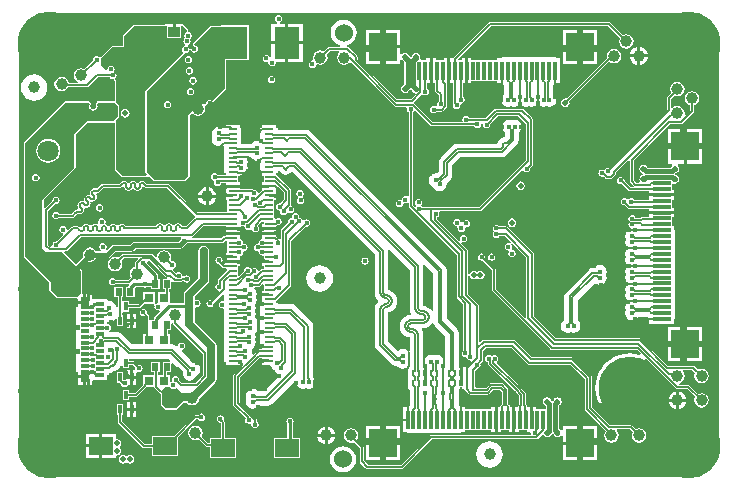
<source format=gtl>
G04*
G04 #@! TF.GenerationSoftware,Altium Limited,Altium Designer,22.1.2 (22)*
G04*
G04 Layer_Physical_Order=1*
G04 Layer_Color=255*
%FSLAX44Y44*%
%MOMM*%
G71*
G04*
G04 #@! TF.SameCoordinates,1DDC4F2B-D6A1-42C8-8689-2AC68E1864CF*
G04*
G04*
G04 #@! TF.FilePolarity,Positive*
G04*
G01*
G75*
%ADD13C,0.5000*%
%ADD18C,0.2540*%
%ADD19R,0.3000X1.6000*%
%ADD20R,2.4000X2.4000*%
%ADD21R,2.4000X2.4000*%
%ADD22R,1.6000X0.3000*%
%ADD23R,2.4000X2.4000*%
%ADD24R,2.4000X2.4000*%
%ADD25R,0.5500X0.6500*%
%ADD26R,0.3000X0.7100*%
%ADD27R,0.7000X0.3000*%
%ADD28R,0.7000X1.0000*%
%ADD29R,0.7000X0.1800*%
G04:AMPARAMS|DCode=30|XSize=0.2mm|YSize=0.565mm|CornerRadius=0.05mm|HoleSize=0mm|Usage=FLASHONLY|Rotation=0.000|XOffset=0mm|YOffset=0mm|HoleType=Round|Shape=RoundedRectangle|*
%AMROUNDEDRECTD30*
21,1,0.2000,0.4650,0,0,0.0*
21,1,0.1000,0.5650,0,0,0.0*
1,1,0.1000,0.0500,-0.2325*
1,1,0.1000,-0.0500,-0.2325*
1,1,0.1000,-0.0500,0.2325*
1,1,0.1000,0.0500,0.2325*
%
%ADD30ROUNDEDRECTD30*%
G04:AMPARAMS|DCode=31|XSize=0.4mm|YSize=0.565mm|CornerRadius=0.05mm|HoleSize=0mm|Usage=FLASHONLY|Rotation=0.000|XOffset=0mm|YOffset=0mm|HoleType=Round|Shape=RoundedRectangle|*
%AMROUNDEDRECTD31*
21,1,0.4000,0.4650,0,0,0.0*
21,1,0.3000,0.5650,0,0,0.0*
1,1,0.1000,0.1500,-0.2325*
1,1,0.1000,-0.1500,-0.2325*
1,1,0.1000,-0.1500,0.2325*
1,1,0.1000,0.1500,0.2325*
%
%ADD31ROUNDEDRECTD31*%
%ADD32R,0.8000X0.8000*%
%ADD33R,2.1590X2.7430*%
%ADD34R,1.0000X0.9000*%
%ADD35R,2.0000X1.5000*%
%ADD66C,0.5080*%
%ADD68C,0.1270*%
%ADD69C,1.0000*%
%ADD70C,0.7000*%
%ADD71C,0.3810*%
%ADD72C,0.1580*%
%ADD73C,0.1524*%
%ADD74C,0.1778*%
%ADD75C,0.2032*%
%ADD76C,0.2500*%
%ADD77C,0.5080*%
%ADD78C,5.3000*%
%ADD79C,5.5000*%
%ADD80O,1.9000X1.1000*%
%ADD81O,2.4000X1.1000*%
%ADD82R,1.3680X1.3680*%
%ADD83C,1.3680*%
%ADD84C,1.8000*%
%ADD85O,2.5000X4.5000*%
%ADD86O,2.5000X5.0000*%
%ADD87O,4.5000X2.5000*%
%ADD88C,1.5240*%
%ADD89C,0.4064*%
G36*
X575106Y395669D02*
X578413Y394782D01*
X581575Y393473D01*
X584540Y391761D01*
X587256Y389677D01*
X589677Y387256D01*
X591761Y384540D01*
X593472Y381575D01*
X594783Y378413D01*
X595669Y375106D01*
X596115Y371712D01*
X596115Y370000D01*
Y30000D01*
Y28288D01*
X595669Y24894D01*
X594783Y21587D01*
X593473Y18425D01*
X591761Y15460D01*
X589677Y12744D01*
X587256Y10323D01*
X584540Y8239D01*
X581575Y6528D01*
X578413Y5217D01*
X575106Y4331D01*
X571712Y3884D01*
X28288D01*
X24894Y4331D01*
X21587Y5217D01*
X18425Y6528D01*
X15460Y8239D01*
X12744Y10323D01*
X10323Y12744D01*
X8239Y15460D01*
X6528Y18425D01*
X5217Y21587D01*
X4331Y24894D01*
X3884Y28288D01*
Y30000D01*
Y370000D01*
Y371712D01*
X4331Y375106D01*
X5217Y378413D01*
X6528Y381575D01*
X8239Y384540D01*
X10323Y387256D01*
X12744Y389677D01*
X15460Y391761D01*
X18425Y393472D01*
X21587Y394783D01*
X24894Y395669D01*
X28288Y396115D01*
X30000Y396115D01*
X570000Y396115D01*
X571712D01*
X575106Y395669D01*
D02*
G37*
%LPC*%
G36*
X243868Y387472D02*
X231803D01*
Y372487D01*
X243868D01*
Y387472D01*
D02*
G37*
G36*
X223500Y394607D02*
X222311Y394370D01*
X221303Y393697D01*
X220629Y392688D01*
X220392Y391499D01*
X220629Y390310D01*
X221303Y389302D01*
X222140Y388742D01*
X222123Y388059D01*
X221929Y387472D01*
X217198D01*
Y372487D01*
X229263D01*
Y387472D01*
X225071D01*
X224877Y388059D01*
X224860Y388742D01*
X225697Y389302D01*
X226371Y390310D01*
X226608Y391499D01*
X226371Y392688D01*
X225697Y393697D01*
X224689Y394370D01*
X223500Y394607D01*
D02*
G37*
G36*
X493240Y382270D02*
X479970D01*
Y369000D01*
X493240D01*
Y382270D01*
D02*
G37*
G36*
X326240Y382270D02*
X312970D01*
Y369000D01*
X326240D01*
Y382270D01*
D02*
G37*
G36*
X477430Y382270D02*
X464160D01*
Y369000D01*
X477430D01*
Y382270D01*
D02*
G37*
G36*
X310430Y382270D02*
X297160D01*
Y369000D01*
X310430D01*
Y382270D01*
D02*
G37*
G36*
X503150Y388833D02*
X402650D01*
X402006Y388705D01*
X401460Y388340D01*
X371510Y358390D01*
X371429Y358270D01*
X368970D01*
Y347730D01*
Y337190D01*
X371017D01*
Y320100D01*
X371145Y319456D01*
X371420Y319044D01*
X371292Y318400D01*
X371529Y317211D01*
X372202Y316203D01*
X373211Y315529D01*
X374400Y315292D01*
X375589Y315529D01*
X376598Y316203D01*
X377271Y317211D01*
X377508Y318400D01*
X377430Y318791D01*
X377844Y319848D01*
X378369Y320085D01*
X379089Y320229D01*
X380098Y320902D01*
X380771Y321911D01*
X381008Y323100D01*
X380771Y324289D01*
X380098Y325298D01*
X379483Y325708D01*
Y337190D01*
X381430D01*
Y347730D01*
Y358270D01*
X378660D01*
Y356746D01*
X376286D01*
X375800Y357919D01*
X403347Y385467D01*
X502453D01*
X512609Y375310D01*
X512233Y374747D01*
X511766Y372400D01*
X512233Y370053D01*
X513563Y368063D01*
X515553Y366733D01*
X517900Y366266D01*
X520247Y366733D01*
X522237Y368063D01*
X523567Y370053D01*
X524034Y372400D01*
X523567Y374747D01*
X522237Y376737D01*
X520247Y378067D01*
X517900Y378534D01*
X515553Y378067D01*
X514990Y377691D01*
X504340Y388340D01*
X503794Y388705D01*
X503150Y388833D01*
D02*
G37*
G36*
X278700Y390811D02*
X275824Y390432D01*
X273144Y389323D01*
X270843Y387557D01*
X269077Y385256D01*
X267968Y382576D01*
X267589Y379700D01*
X267968Y376824D01*
X269077Y374145D01*
X270843Y371843D01*
X273144Y370078D01*
X275824Y368968D01*
X275529Y367783D01*
X266100D01*
X265456Y367655D01*
X264910Y367290D01*
X261710Y364091D01*
X261147Y364467D01*
X258800Y364934D01*
X256453Y364467D01*
X254463Y363137D01*
X253133Y361147D01*
X252666Y358800D01*
X252983Y357207D01*
X252011Y356120D01*
X251958Y356099D01*
X250811Y355871D01*
X249802Y355197D01*
X249129Y354189D01*
X248892Y353000D01*
X249129Y351811D01*
X249802Y350802D01*
X250811Y350129D01*
X252000Y349892D01*
X253189Y350129D01*
X254198Y350802D01*
X254871Y351811D01*
X255021Y352562D01*
X256058Y353158D01*
X256345Y353205D01*
X256453Y353133D01*
X258800Y352666D01*
X261147Y353133D01*
X263137Y354463D01*
X264467Y356453D01*
X264934Y358800D01*
X264467Y361147D01*
X264091Y361710D01*
X266797Y364417D01*
X274490D01*
X274859Y363201D01*
X274763Y363137D01*
X273433Y361147D01*
X272966Y358800D01*
X273433Y356453D01*
X274763Y354463D01*
X276753Y353133D01*
X279100Y352666D01*
X281447Y353133D01*
X283437Y354463D01*
X283453Y354486D01*
X284716Y354610D01*
X322035Y317292D01*
X322581Y316927D01*
X323225Y316799D01*
X331659D01*
X332437Y315529D01*
X332292Y314799D01*
X332528Y313610D01*
X333202Y312602D01*
X333657Y312298D01*
Y241892D01*
X332387Y241214D01*
X332081Y241418D01*
X330892Y241654D01*
X329703Y241418D01*
X328694Y240744D01*
X328021Y239736D01*
X327902Y239139D01*
X326917Y238443D01*
X326559Y238400D01*
X325602Y238591D01*
X324412Y238354D01*
X323404Y237680D01*
X322730Y236672D01*
X322494Y235483D01*
X322730Y234294D01*
X323404Y233286D01*
X324412Y232612D01*
X325602Y232375D01*
X326791Y232612D01*
X327799Y233286D01*
X328473Y234294D01*
X328591Y234890D01*
X329577Y235586D01*
X329935Y235629D01*
X330892Y235439D01*
X332081Y235675D01*
X332387Y235879D01*
X333657Y235201D01*
Y232960D01*
X333785Y232316D01*
X334150Y231770D01*
X374317Y191603D01*
Y156600D01*
X374445Y155956D01*
X374810Y155410D01*
X379992Y150227D01*
Y110841D01*
X379478Y110497D01*
X378804Y109489D01*
X378568Y108300D01*
X378804Y107111D01*
X379478Y106102D01*
X380486Y105429D01*
X381675Y105192D01*
X383028Y104211D01*
X383702Y103202D01*
X384710Y102529D01*
X385527Y102366D01*
X385999Y101332D01*
X386027Y101070D01*
X381875Y96918D01*
X380386Y96714D01*
X379200Y96950D01*
X378970D01*
Y91525D01*
X377595D01*
Y93850D01*
X377260Y95532D01*
X376430Y96775D01*
Y96950D01*
X376312D01*
X376307Y96957D01*
X375875Y97246D01*
Y125965D01*
X375875Y125965D01*
X375530Y127699D01*
X374548Y129170D01*
X365846Y137871D01*
Y178919D01*
X365501Y180653D01*
X364519Y182124D01*
X364519Y182124D01*
X250268Y296374D01*
X248798Y297357D01*
X247063Y297702D01*
X236268D01*
X236268Y297702D01*
X236135Y297675D01*
X222710D01*
Y298710D01*
X221440D01*
Y301440D01*
X209360D01*
Y298710D01*
X208090D01*
Y289004D01*
X206820Y288117D01*
X205232Y288433D01*
X202953Y287980D01*
X201020Y286688D01*
X200343Y285675D01*
X191910D01*
Y298710D01*
X190640D01*
Y301440D01*
X178560D01*
Y298710D01*
X177290D01*
X176226Y299206D01*
X175068Y299979D01*
X172789Y300433D01*
X170510Y299979D01*
X168577Y298688D01*
X167286Y296756D01*
X166833Y294477D01*
X167286Y292197D01*
X167418Y292000D01*
X167286Y291803D01*
X166833Y289524D01*
X167286Y287244D01*
X168577Y285312D01*
X170510Y284021D01*
X172789Y283567D01*
X175068Y284021D01*
X176020Y284656D01*
X177290Y283977D01*
Y273290D01*
Y261290D01*
X178560D01*
Y259648D01*
X171978D01*
X171619Y260185D01*
X170611Y260858D01*
X169421Y261095D01*
X168232Y260858D01*
X167224Y260185D01*
X166550Y259177D01*
X166314Y257987D01*
X166550Y256798D01*
X167224Y255790D01*
X168224Y255121D01*
X168233Y255116D01*
X169128Y254189D01*
X168892Y252999D01*
X169128Y251810D01*
X169802Y250802D01*
X170810Y250128D01*
X172000Y249892D01*
X173189Y250128D01*
X174197Y250802D01*
X174871Y251810D01*
X174972Y252317D01*
X178560D01*
Y251270D01*
X184600D01*
X190640D01*
Y253440D01*
X189116D01*
Y255916D01*
X189116D01*
Y256084D01*
X189116D01*
Y258560D01*
X190640D01*
Y258993D01*
X191262Y259504D01*
X193542Y259957D01*
X195474Y261248D01*
X196765Y263181D01*
X197218Y265460D01*
X196765Y267740D01*
X196591Y268000D01*
X196765Y268261D01*
X197218Y270540D01*
X196765Y272819D01*
X196508Y273205D01*
X197106Y274325D01*
X200343D01*
X201020Y273312D01*
X202953Y272020D01*
X205232Y271567D01*
X206820Y271883D01*
X208090Y270996D01*
Y261290D01*
X209360D01*
Y258560D01*
X210884D01*
Y256084D01*
X210884D01*
Y255916D01*
X210884D01*
Y253440D01*
X209360D01*
Y251270D01*
X215400D01*
Y248730D01*
X209360D01*
Y246741D01*
X207038Y244419D01*
X205660Y244837D01*
X205621Y245032D01*
X204948Y246040D01*
X203940Y246714D01*
X202750Y246950D01*
X202157Y246833D01*
X201800Y247190D01*
X201254Y247555D01*
X200609Y247683D01*
X190640D01*
Y248730D01*
X184600D01*
X178560D01*
Y246560D01*
X178560D01*
Y245440D01*
X178560D01*
Y243270D01*
X184600D01*
Y240730D01*
X178560D01*
Y238560D01*
X180084D01*
Y236084D01*
X180084D01*
Y235916D01*
X180084D01*
Y232084D01*
X180084D01*
Y231916D01*
X180084Y231916D01*
X180084Y228084D01*
X178980Y227683D01*
X154770D01*
X131035Y251418D01*
X130489Y251783D01*
X129845Y251911D01*
X111446D01*
X111331Y252488D01*
X110672Y253475D01*
X109684Y254134D01*
X108637Y254343D01*
X108520Y254366D01*
X107377D01*
D01*
X107277Y254346D01*
X106213Y254134D01*
X105225Y253475D01*
X104844Y252904D01*
X104784Y252882D01*
X103493D01*
X103433Y252904D01*
X103052Y253475D01*
X102065Y254134D01*
X101017Y254343D01*
X100900Y254366D01*
X99757D01*
D01*
X99657Y254346D01*
X98593Y254134D01*
X97605Y253475D01*
X97261Y252960D01*
X97108Y252913D01*
X95845Y252968D01*
X95432Y253586D01*
X94445Y254245D01*
X93397Y254454D01*
X93280Y254477D01*
X92137D01*
D01*
X92037Y254457D01*
X90972Y254245D01*
X89985Y253586D01*
X89326Y252599D01*
X89189Y251911D01*
X74486D01*
X73842Y251783D01*
X73295Y251418D01*
X69415Y247538D01*
X68832Y247927D01*
X67667Y248159D01*
X66503Y247927D01*
X65615Y247334D01*
X65516Y247268D01*
Y247268D01*
X64707Y246459D01*
X64708D01*
X64651Y246375D01*
X64048Y245472D01*
X63816Y244308D01*
X63950Y243635D01*
X63923Y243576D01*
X63011Y242664D01*
X62952Y242637D01*
X62279Y242771D01*
X61115Y242539D01*
X60227Y241946D01*
X60128Y241879D01*
Y241879D01*
X59319Y241071D01*
X59319D01*
X59263Y240987D01*
X58660Y240084D01*
X58428Y238919D01*
X58562Y238246D01*
X58535Y238188D01*
X57623Y237276D01*
X57564Y237249D01*
X56891Y237383D01*
X55727Y237151D01*
X54839Y236558D01*
X54739Y236491D01*
Y236491D01*
X53931Y235683D01*
X53931D01*
X53875Y235599D01*
X53272Y234696D01*
X53040Y233531D01*
X53272Y232367D01*
X53902Y231423D01*
X53855Y231229D01*
X53305Y230247D01*
X53299Y230248D01*
X52252Y230040D01*
X52184Y230027D01*
X51239Y229395D01*
X51256Y229378D01*
X48561Y226683D01*
X37541D01*
X37197Y227197D01*
X36189Y227871D01*
X35000Y228108D01*
X33811Y227871D01*
X32803Y227197D01*
X32129Y226189D01*
X31892Y225000D01*
X32129Y223811D01*
X32803Y222803D01*
X33811Y222129D01*
X35000Y221892D01*
X36189Y222129D01*
X37197Y222803D01*
X37541Y223317D01*
X49258D01*
X49902Y223445D01*
X50448Y223810D01*
X53348Y226709D01*
X53931Y226320D01*
X55095Y226088D01*
X56260Y226320D01*
X57147Y226913D01*
X57247Y226979D01*
Y226979D01*
X58055Y227787D01*
X58055D01*
X58112Y227872D01*
X58715Y228775D01*
X58946Y229939D01*
X58812Y230612D01*
X58840Y230671D01*
X59752Y231583D01*
X59810Y231610D01*
X60483Y231476D01*
X61648Y231708D01*
X62536Y232301D01*
X62635Y232367D01*
Y232367D01*
X63443Y233176D01*
X63443D01*
X63500Y233260D01*
X64103Y234163D01*
X64335Y235327D01*
X64201Y236000D01*
X64228Y236059D01*
X65140Y236971D01*
X65198Y236998D01*
X65872Y236864D01*
X67036Y237096D01*
X67924Y237689D01*
X68023Y237756D01*
X68023D01*
X68830Y238563D01*
X68832Y238564D01*
X68832Y238564D01*
X69491Y239551D01*
X69723Y240715D01*
X69491Y241880D01*
X68861Y242823D01*
X68908Y243018D01*
X69458Y243999D01*
X69464Y243998D01*
X70511Y244207D01*
X70578Y244220D01*
X71524Y244852D01*
X71507Y244868D01*
X75183Y248544D01*
X89597D01*
Y248521D01*
X90712Y248742D01*
X90769Y248781D01*
X91657Y249374D01*
X91660Y249379D01*
X92511Y249214D01*
X92931Y248995D01*
X93136Y247968D01*
X93795Y246981D01*
X94782Y246321D01*
X95830Y246113D01*
X95947Y246089D01*
X97090D01*
D01*
X97190Y246109D01*
X98254Y246321D01*
X99242Y246981D01*
X99623Y247551D01*
X99683Y247573D01*
X100974D01*
X101034Y247551D01*
X101415Y246981D01*
X102402Y246321D01*
X103450Y246113D01*
X103567Y246089D01*
X104710D01*
D01*
X104810Y246109D01*
X105875Y246321D01*
X106862Y246981D01*
X107521Y247968D01*
X107726Y248995D01*
X108146Y249214D01*
X108997Y249379D01*
X109000Y249374D01*
X109888Y248781D01*
X109945Y248742D01*
X111060Y248521D01*
Y248544D01*
X129147D01*
X152882Y224810D01*
X152920Y224784D01*
X152995Y224447D01*
X152893Y223355D01*
X152647Y223190D01*
X145197Y215741D01*
X141794D01*
X141657Y216428D01*
X140997Y217416D01*
X140010Y218075D01*
X138963Y218283D01*
X138846Y218307D01*
X137703D01*
D01*
X137603Y218287D01*
X136538Y218075D01*
X135551Y217416D01*
X135170Y216845D01*
X135109Y216823D01*
X133819D01*
X133759Y216845D01*
X133378Y217416D01*
X132390Y218075D01*
X131343Y218283D01*
X131226Y218307D01*
X130083D01*
D01*
X129983Y218287D01*
X128918Y218075D01*
X127931Y217416D01*
X127550Y216845D01*
X127489Y216823D01*
X126199D01*
X126139Y216845D01*
X125758Y217416D01*
X124770Y218075D01*
X123723Y218283D01*
X123606Y218307D01*
X122463D01*
D01*
X122363Y218287D01*
X121298Y218075D01*
X120311Y217416D01*
X119651Y216428D01*
X119515Y215741D01*
X94433D01*
X94350Y216157D01*
X93691Y217145D01*
X92703Y217804D01*
X91656Y218013D01*
X91539Y218036D01*
X90396D01*
D01*
X90296Y218016D01*
X89231Y217804D01*
X88244Y217145D01*
X87863Y216574D01*
X87802Y216552D01*
X86512D01*
X86452Y216574D01*
X86070Y217145D01*
X85083Y217804D01*
X84036Y218013D01*
X83919Y218036D01*
X82776D01*
D01*
X82676Y218016D01*
X81611Y217804D01*
X80624Y217145D01*
X80139Y216418D01*
X79147Y216243D01*
X78696Y216291D01*
X78450Y216659D01*
X77515Y217284D01*
X77451Y217338D01*
X76761Y218442D01*
X76795Y218614D01*
X76998Y219631D01*
X76761Y220821D01*
X76087Y221829D01*
X75079Y222503D01*
X73890Y222739D01*
X72701Y222503D01*
X71692Y221829D01*
X71019Y220821D01*
X70782Y219631D01*
X70995Y218562D01*
X70734Y218243D01*
X69977Y217715D01*
X69843Y217804D01*
X68796Y218013D01*
X68679Y218036D01*
X67536D01*
D01*
X67436Y218016D01*
X66371Y217804D01*
X65384Y217145D01*
X65003Y216574D01*
X64942Y216552D01*
X63652D01*
X63592Y216574D01*
X63211Y217145D01*
X62223Y217804D01*
X61176Y218013D01*
X61059Y218036D01*
X59916D01*
D01*
X59816Y218016D01*
X58751Y217804D01*
X57764Y217145D01*
X57104Y216157D01*
X56925Y215253D01*
X56152Y214942D01*
X55629Y214906D01*
X55626Y214911D01*
X54738Y215504D01*
X54681Y215543D01*
X53566Y215764D01*
Y215741D01*
X49057D01*
X48413Y215612D01*
X47867Y215248D01*
X45349Y212729D01*
X44762Y212857D01*
X44061Y213237D01*
X43871Y214189D01*
X43197Y215198D01*
X42189Y215871D01*
X41000Y216108D01*
X39811Y215871D01*
X38802Y215198D01*
X38129Y214189D01*
X37892Y213000D01*
X38129Y211811D01*
X38802Y210802D01*
X39811Y210129D01*
X40763Y209939D01*
X41143Y209238D01*
X41271Y208651D01*
X35607Y202987D01*
X35000Y203108D01*
X33811Y202871D01*
X32803Y202197D01*
X32129Y201189D01*
X31892Y200000D01*
X31964Y199637D01*
X31149Y198488D01*
X30134Y198397D01*
X28233Y200297D01*
Y228853D01*
X34393Y235013D01*
X35000Y234892D01*
X36189Y235129D01*
X37197Y235802D01*
X37871Y236811D01*
X38108Y238000D01*
X37871Y239189D01*
X37197Y240198D01*
X36189Y240871D01*
X35000Y241108D01*
X33811Y240871D01*
X32803Y240198D01*
X32129Y239189D01*
X31892Y238000D01*
X32013Y237393D01*
X25905Y231286D01*
X24635Y231812D01*
Y238080D01*
X51383Y264827D01*
X51705Y265605D01*
Y293780D01*
X61477Y303553D01*
X83134D01*
X83631Y303759D01*
X84901Y303205D01*
Y264518D01*
X85223Y263740D01*
X91080Y257883D01*
X91857Y257561D01*
X111416D01*
X111559Y257621D01*
X111712Y257602D01*
X111934Y257776D01*
X112194Y257883D01*
X112861Y258188D01*
X113585Y258288D01*
X117651Y254222D01*
X118429Y253900D01*
X130000D01*
X130250Y253867D01*
X130500Y253900D01*
X136414D01*
X136711Y254023D01*
X137025Y254086D01*
X137042Y254097D01*
X138000Y254287D01*
X138958Y254097D01*
X138975Y254086D01*
X139290Y254023D01*
X139586Y253900D01*
X143499D01*
X144276Y254222D01*
X147778Y257724D01*
X148100Y258501D01*
X148100Y309779D01*
X149593Y311272D01*
X150820Y311151D01*
X152809Y309821D01*
X155157Y309354D01*
X157504Y309821D01*
X159494Y311151D01*
X160824Y313141D01*
X161291Y315488D01*
X160974Y317078D01*
X161633Y318198D01*
X161829Y318354D01*
X162156Y318529D01*
X162499Y318671D01*
X162521Y318724D01*
X162572Y318751D01*
X162942Y319202D01*
X163021Y319461D01*
X163171Y319685D01*
X163365Y320660D01*
X163795Y321305D01*
X164440Y321735D01*
X165200Y321886D01*
X165960Y321735D01*
X166679Y321255D01*
X166993Y321193D01*
X167290Y321070D01*
X167393Y321113D01*
X167504Y321091D01*
X167771Y321269D01*
X168067Y321392D01*
X179016Y332341D01*
X179338Y333118D01*
X179338Y356486D01*
X198144D01*
Y385948D01*
X174522D01*
Y385640D01*
X166101D01*
X165323Y385318D01*
X151110Y371104D01*
X151089Y371054D01*
X151041Y371029D01*
X151041Y371028D01*
X150931Y370672D01*
X150787Y370326D01*
X150808Y370277D01*
X150792Y370225D01*
X150813Y369997D01*
X150813Y369997D01*
X150899Y369833D01*
X150905Y369648D01*
X151384Y368581D01*
X151454Y368514D01*
X151473Y368420D01*
X151752Y368233D01*
X151996Y368003D01*
X152093Y368006D01*
X152173Y367952D01*
X152760Y367835D01*
X153405Y367405D01*
X153835Y366760D01*
X153987Y366000D01*
X153835Y365240D01*
X153405Y364595D01*
X152760Y364165D01*
X152000Y364013D01*
X151240Y364165D01*
X150595Y364595D01*
X150165Y365240D01*
X150106Y365536D01*
X149928Y365803D01*
X149805Y366099D01*
X149701Y366142D01*
X149638Y366236D01*
X149324Y366298D01*
X149027Y366421D01*
X147732D01*
X147656Y366462D01*
X147571Y366889D01*
X146897Y367897D01*
X146569Y368117D01*
X146837Y369465D01*
X147189Y369535D01*
X148197Y370209D01*
X148871Y371217D01*
X149108Y372406D01*
X148871Y373596D01*
X149024Y375162D01*
X149698Y376170D01*
X149935Y377359D01*
X149698Y378549D01*
X149024Y379557D01*
X148016Y380230D01*
X147165Y380400D01*
X147181Y382321D01*
X147179Y382325D01*
X147181Y382330D01*
X147022Y382714D01*
X146865Y383101D01*
X146860Y383103D01*
X146859Y383107D01*
X143574Y386392D01*
X143407Y386461D01*
X143288Y386598D01*
X143033Y386616D01*
X142796Y386714D01*
X142540D01*
Y387540D01*
X136270D01*
Y380500D01*
X133730D01*
Y387540D01*
X127460D01*
Y386714D01*
X101069Y386714D01*
X100291Y386392D01*
X92078Y378179D01*
X91756Y377402D01*
Y368744D01*
X83098D01*
X82321Y368422D01*
X73173Y359274D01*
X71786Y359202D01*
X71545Y359299D01*
X70689Y359871D01*
X69500Y360108D01*
X68311Y359871D01*
X67302Y359198D01*
X66629Y358189D01*
X66392Y357000D01*
X66490Y356508D01*
X58993Y349010D01*
X58347Y349441D01*
X56000Y349908D01*
X53653Y349441D01*
X51663Y348112D01*
X50333Y346122D01*
X49866Y343775D01*
X50333Y341427D01*
X51663Y339437D01*
X53450Y338243D01*
X53376Y337347D01*
X53239Y336973D01*
X45805D01*
X45478Y338617D01*
X44148Y340607D01*
X42158Y341937D01*
X39811Y342404D01*
X37463Y341937D01*
X35473Y340607D01*
X34144Y338617D01*
X33677Y336270D01*
X34144Y333923D01*
X35473Y331933D01*
X37463Y330603D01*
X39811Y330136D01*
X42158Y330603D01*
X44148Y331933D01*
X45266Y333606D01*
X61292D01*
X61936Y333734D01*
X62482Y334099D01*
X70474Y342091D01*
X80629D01*
X80972Y341577D01*
X81980Y340903D01*
X82851Y340730D01*
X84018Y340229D01*
X84160Y339887D01*
X84267Y339532D01*
X84318Y339505D01*
X84340Y339452D01*
X84901Y338890D01*
Y321919D01*
X84501Y321652D01*
X70445D01*
X70292Y321589D01*
X70126Y321605D01*
X69917Y321433D01*
X69668Y321330D01*
X69604Y321176D01*
X69475Y321071D01*
X68797Y319801D01*
X68780Y319635D01*
X68688Y319497D01*
X68741Y319232D01*
X68714Y318963D01*
X68820Y318835D01*
X68852Y318672D01*
X69013Y318431D01*
X69204Y317473D01*
X69013Y316514D01*
X68470Y315702D01*
X67657Y315159D01*
X66699Y314968D01*
X65741Y315159D01*
X64928Y315702D01*
X64385Y316514D01*
X64195Y317473D01*
X64385Y318431D01*
X64546Y318672D01*
X64578Y318835D01*
X64684Y318963D01*
X64658Y319232D01*
X64710Y319497D01*
X64618Y319635D01*
X64601Y319801D01*
X63923Y321071D01*
X63794Y321176D01*
X63730Y321330D01*
X63481Y321433D01*
X63272Y321605D01*
X63106Y321589D01*
X62953Y321652D01*
X42849D01*
X42072Y321330D01*
X8009Y287268D01*
X7687Y286490D01*
Y190675D01*
X8009Y189898D01*
X29400Y168507D01*
Y161647D01*
X29722Y160870D01*
X35370Y155222D01*
X36147Y154900D01*
X53000D01*
X53460Y154593D01*
Y152270D01*
X58230D01*
Y158540D01*
X57583D01*
X57206Y159106D01*
Y177894D01*
X56883Y178672D01*
X55883Y179672D01*
X62298Y186086D01*
X63901Y185767D01*
X66248Y186234D01*
X68238Y187564D01*
X69146Y188923D01*
X78358D01*
X79498Y189149D01*
X80464Y189795D01*
X85152Y194483D01*
X98770D01*
X99909Y194710D01*
X100876Y195356D01*
X102542Y197022D01*
X139998D01*
X141137Y197248D01*
X142104Y197894D01*
X145144Y200935D01*
X145696Y201303D01*
X145780Y201429D01*
X175301D01*
X175301Y201429D01*
X176094Y201587D01*
X176766Y202036D01*
X178658Y203928D01*
X178819D01*
X180084Y203916D01*
Y201186D01*
X180084Y200084D01*
X180084D01*
Y199916D01*
X180084D01*
Y196084D01*
X180084Y196084D01*
Y195916D01*
X180084D01*
X180084Y194814D01*
Y193440D01*
X178560D01*
Y191270D01*
X184600D01*
Y188730D01*
X178560D01*
Y187270D01*
X184600D01*
X190640D01*
Y190944D01*
X191567Y191129D01*
X192575Y191803D01*
X193249Y192811D01*
X193433Y193736D01*
X193715Y194205D01*
X194585Y194983D01*
X195317Y195129D01*
X196325Y195802D01*
X196999Y196811D01*
X197236Y198000D01*
X196999Y199189D01*
X196325Y200198D01*
X195317Y200871D01*
X194585Y201017D01*
X193715Y201795D01*
X193433Y202264D01*
X193249Y203189D01*
X192575Y204198D01*
X191567Y204871D01*
X191371Y204910D01*
X190534Y206335D01*
X190615Y206560D01*
X190640D01*
Y208730D01*
X184600D01*
X178560D01*
Y208072D01*
X177800D01*
X177007Y207914D01*
X176335Y207465D01*
X176335Y207465D01*
X174443Y205573D01*
X150281D01*
X150227Y206821D01*
X150871Y206949D01*
X151418Y207314D01*
X160421Y216317D01*
X178560D01*
Y215270D01*
X184600D01*
X190640D01*
Y215384D01*
X191759Y216096D01*
X191910Y216109D01*
X193000Y215892D01*
X193690Y216029D01*
X194293Y216015D01*
X195055Y215180D01*
X195129Y214811D01*
X195802Y213803D01*
X196811Y213129D01*
X198000Y212892D01*
X199189Y213129D01*
X199702Y213472D01*
X201042Y213036D01*
X201093Y212990D01*
X201128Y212810D01*
X201802Y211802D01*
X202810Y211128D01*
X204000Y210892D01*
X205189Y211128D01*
X206197Y211802D01*
X206871Y212810D01*
X207107Y214000D01*
X206871Y215189D01*
X206197Y216197D01*
X206141Y216761D01*
X209614Y220233D01*
X210145Y220184D01*
X210884Y219916D01*
X210884Y218814D01*
Y217440D01*
X209360D01*
Y215270D01*
X215400D01*
X221440D01*
Y215875D01*
X222585Y216658D01*
X223000Y216575D01*
X224189Y216812D01*
X225198Y217486D01*
X225871Y218494D01*
X226108Y219683D01*
X225871Y220872D01*
X225198Y221880D01*
X224189Y222554D01*
X223000Y222791D01*
X221811Y222554D01*
X221186Y222137D01*
X219982Y222638D01*
X219916Y222699D01*
X219916Y223916D01*
X219916Y225186D01*
Y227916D01*
X219916D01*
Y228084D01*
X219916D01*
Y231916D01*
X219916Y231916D01*
Y232084D01*
X219916D01*
X219916Y233186D01*
Y235916D01*
X219916Y235916D01*
Y236084D01*
X219916D01*
X219916Y237186D01*
Y238560D01*
X221440D01*
Y240730D01*
X215400D01*
Y243270D01*
X221440D01*
Y245440D01*
X221440D01*
Y246560D01*
X221440D01*
Y249218D01*
X222613Y249704D01*
X228309Y244008D01*
Y238590D01*
X225006Y235287D01*
X224400Y235407D01*
X223210Y235171D01*
X222202Y234497D01*
X221528Y233489D01*
X221292Y232299D01*
X221528Y231110D01*
X222202Y230102D01*
X223210Y229428D01*
X223517Y229367D01*
X224658Y228596D01*
X224895Y227406D01*
X225568Y226398D01*
X226576Y225724D01*
X227766Y225488D01*
X228955Y225724D01*
X229963Y226398D01*
X230637Y227406D01*
X230686Y227442D01*
X232015Y227827D01*
X232611Y227429D01*
X233800Y227192D01*
X234989Y227429D01*
X235998Y228102D01*
X236671Y229111D01*
X236908Y230300D01*
X236671Y231489D01*
X235998Y232498D01*
X234989Y233171D01*
X234433Y233282D01*
X233962Y233987D01*
Y246420D01*
X233834Y247064D01*
X233469Y247610D01*
X221888Y259190D01*
X221440Y259490D01*
Y261290D01*
X222710D01*
Y262325D01*
X224479D01*
X225329Y261053D01*
X227218Y259791D01*
X229447Y259347D01*
X231676Y259791D01*
X233565Y261053D01*
X233971Y261660D01*
X235504Y261787D01*
X305082Y192209D01*
Y161679D01*
X305082Y161679D01*
Y159861D01*
X305103Y159756D01*
X305408Y157442D01*
X306341Y155187D01*
X307827Y153251D01*
X307977Y153136D01*
Y151866D01*
X307827Y151751D01*
X306341Y149815D01*
X305408Y147560D01*
X305103Y145246D01*
X305082Y145141D01*
Y136878D01*
X305082Y136878D01*
Y115261D01*
X305427Y113527D01*
X306409Y112056D01*
X319181Y99284D01*
X320652Y98302D01*
X322386Y97957D01*
X323611D01*
X324288Y96944D01*
X326221Y95653D01*
X328500Y95199D01*
X330779Y95653D01*
X332430Y96756D01*
X333346Y95840D01*
X333140Y95532D01*
X332806Y93850D01*
Y89200D01*
X333140Y87518D01*
X333252Y87350D01*
X333140Y87182D01*
X332806Y85500D01*
Y80850D01*
X333140Y79168D01*
X334093Y77743D01*
X334525Y77454D01*
Y74724D01*
X334500Y74597D01*
Y69700D01*
X334525Y69572D01*
Y65695D01*
X334525Y65695D01*
Y64080D01*
X332390D01*
Y62810D01*
X328660D01*
Y41730D01*
X332390D01*
Y40460D01*
X378010D01*
Y41730D01*
X381740D01*
Y43254D01*
X403660D01*
Y41730D01*
X406430D01*
Y52270D01*
Y62810D01*
X403660D01*
Y61286D01*
X381740D01*
Y62810D01*
X378010D01*
Y64080D01*
X376590D01*
X375875Y65122D01*
X375862Y65186D01*
Y69636D01*
X375875Y69700D01*
X375875Y69701D01*
Y70622D01*
X375850Y70750D01*
Y73548D01*
X375875Y73675D01*
Y77454D01*
X376307Y77743D01*
X376312Y77750D01*
X376430D01*
Y77925D01*
X377260Y79168D01*
X377595Y80850D01*
Y83175D01*
X378970D01*
Y77750D01*
X379200D01*
X380386Y77986D01*
X381452Y77171D01*
X381510Y77085D01*
X384710Y73885D01*
X385256Y73520D01*
X385900Y73392D01*
X400500D01*
X401144Y73520D01*
X401690Y73885D01*
X405097Y77292D01*
X411003D01*
X412348Y75946D01*
Y65175D01*
X411795Y64621D01*
X411430Y64075D01*
X411301Y63431D01*
Y62810D01*
X408970D01*
Y52270D01*
Y41730D01*
X411740D01*
Y43254D01*
X418660D01*
Y41730D01*
X421430D01*
Y52270D01*
Y62810D01*
X419358D01*
Y63547D01*
X419230Y64191D01*
X418865Y64737D01*
X418001Y65601D01*
Y77590D01*
X417873Y78235D01*
X417508Y78781D01*
X413837Y82451D01*
X413291Y82816D01*
X412647Y82944D01*
X403453D01*
X402809Y82816D01*
X402263Y82451D01*
X398970Y79158D01*
X390456D01*
X389666Y80428D01*
X389841Y80850D01*
Y85500D01*
X389383Y86605D01*
Y88095D01*
X389841Y89200D01*
Y93604D01*
X392022Y95785D01*
X392067Y95852D01*
X392556Y95949D01*
X393564Y96623D01*
X394237Y97631D01*
X394474Y98821D01*
X394353Y99427D01*
X396190Y101264D01*
X396555Y101810D01*
X396683Y102455D01*
Y110683D01*
X399077Y113077D01*
X420826D01*
X434713Y99190D01*
X435260Y98825D01*
X435904Y98696D01*
X470523D01*
X482817Y86403D01*
Y61116D01*
X482945Y60472D01*
X483310Y59926D01*
X500616Y42619D01*
X499633Y41147D01*
X499166Y38800D01*
X499633Y36453D01*
X500963Y34463D01*
X502953Y33133D01*
X505300Y32666D01*
X507647Y33133D01*
X509637Y34463D01*
X510967Y36453D01*
X511434Y38800D01*
X510967Y41147D01*
X509765Y42947D01*
X510134Y44217D01*
X520903D01*
X523409Y41710D01*
X523033Y41147D01*
X522566Y38800D01*
X523033Y36453D01*
X524363Y34463D01*
X526353Y33133D01*
X528700Y32666D01*
X531047Y33133D01*
X533037Y34463D01*
X534367Y36453D01*
X534834Y38800D01*
X534367Y41147D01*
X533037Y43137D01*
X531047Y44467D01*
X528700Y44934D01*
X526353Y44467D01*
X525790Y44091D01*
X522790Y47090D01*
X522244Y47455D01*
X521600Y47583D01*
X503997D01*
X488717Y62863D01*
Y88150D01*
X488589Y88794D01*
X488224Y89340D01*
X472774Y104790D01*
X472228Y105155D01*
X471584Y105283D01*
X437881D01*
X423774Y119390D01*
X423228Y119755D01*
X422584Y119883D01*
X397100D01*
X396456Y119755D01*
X395910Y119390D01*
X394331Y117811D01*
X393158Y118298D01*
Y148626D01*
X393030Y149270D01*
X392665Y149816D01*
X383883Y158597D01*
Y173555D01*
X385153Y173680D01*
X385263Y173127D01*
X386049Y171951D01*
X387225Y171165D01*
X388613Y170889D01*
X390000Y171165D01*
X390542Y171527D01*
X391669Y172126D01*
X392845Y171340D01*
X394233Y171064D01*
X395620Y171340D01*
X396796Y172126D01*
X397582Y173302D01*
X397858Y174690D01*
X397582Y176077D01*
X396796Y177253D01*
X395620Y178039D01*
X394233Y178315D01*
X392845Y178039D01*
X392304Y177678D01*
X391177Y177078D01*
X390000Y177864D01*
X388613Y178140D01*
X387225Y177864D01*
X386049Y177078D01*
X385263Y175902D01*
X385153Y175349D01*
X383883Y175474D01*
Y194900D01*
X383755Y195544D01*
X383390Y196090D01*
X377902Y201579D01*
X378712Y202565D01*
X378881Y202452D01*
X380070Y202215D01*
X381260Y202452D01*
X382268Y203125D01*
X382942Y204134D01*
X383178Y205323D01*
X382942Y206512D01*
X382268Y207521D01*
X381260Y208194D01*
X380070Y208431D01*
X378881Y208194D01*
X377873Y207521D01*
X377199Y206512D01*
X376963Y205323D01*
X377199Y204134D01*
X377313Y203964D01*
X376326Y203155D01*
X357883Y221597D01*
Y223398D01*
X358540Y223836D01*
X359213Y224844D01*
X359450Y226034D01*
X359213Y227223D01*
X359131Y227347D01*
X359810Y228617D01*
X393914D01*
X394558Y228745D01*
X395104Y229110D01*
X429428Y263433D01*
X430858Y263067D01*
X431302Y262402D01*
X432311Y261729D01*
X433500Y261492D01*
X434689Y261729D01*
X435698Y262402D01*
X436371Y263411D01*
X436608Y264600D01*
X436487Y265207D01*
X438090Y266810D01*
X438455Y267356D01*
X438583Y268000D01*
Y306600D01*
X438455Y307244D01*
X438090Y307790D01*
X430990Y314890D01*
X430444Y315255D01*
X429800Y315383D01*
X407200D01*
X406556Y315255D01*
X406010Y314890D01*
X398903Y307783D01*
X384741D01*
X384398Y308298D01*
X383389Y308971D01*
X382200Y309208D01*
X381011Y308971D01*
X380003Y308298D01*
X379329Y307289D01*
X379092Y306100D01*
X379263Y305240D01*
X378546Y303970D01*
X353818D01*
X338115Y319673D01*
X337970Y319769D01*
X337784Y320663D01*
X337778Y320967D01*
X337845Y321264D01*
X344020Y327439D01*
X345444Y327594D01*
X346452Y326921D01*
X347641Y326684D01*
X348831Y326921D01*
X349839Y327594D01*
X350513Y328603D01*
X350749Y329792D01*
X350513Y330981D01*
X349839Y331989D01*
X349325Y332333D01*
Y337190D01*
X351430D01*
Y347730D01*
Y358270D01*
X348660D01*
Y356746D01*
X343815D01*
X343064Y358016D01*
X343260Y359003D01*
X342985Y360391D01*
X342198Y361567D01*
X341022Y362353D01*
X339635Y362629D01*
X338247Y362353D01*
X337071Y361567D01*
X336285Y360391D01*
X336182Y359873D01*
X335200Y359388D01*
X334218Y359873D01*
X334115Y360391D01*
X333329Y361567D01*
X332153Y362353D01*
X330765Y362629D01*
X329378Y362353D01*
X328202Y361567D01*
X328186Y361544D01*
X326479Y361275D01*
X326240Y361464D01*
Y366460D01*
X312970D01*
Y353190D01*
X326240D01*
Y356543D01*
X326479Y356732D01*
X328186Y356463D01*
X328202Y356440D01*
X329378Y355654D01*
X329605Y355608D01*
X329722Y355491D01*
Y335969D01*
X329605Y335852D01*
X329378Y335806D01*
X328202Y335020D01*
X327416Y333844D01*
X327140Y332457D01*
X327416Y331069D01*
X328202Y329893D01*
X329378Y329107D01*
X330765Y328831D01*
X332153Y329107D01*
X333329Y329893D01*
X334115Y331069D01*
X334175Y331370D01*
X334710Y331690D01*
X336057Y331080D01*
X336059Y331069D01*
X336845Y329893D01*
X338022Y329107D01*
X338946Y328923D01*
X339445Y327697D01*
X339447Y327627D01*
X335803Y323983D01*
X323397D01*
X290352Y357029D01*
Y359069D01*
X290224Y359713D01*
X289859Y360259D01*
X282828Y367290D01*
X282282Y367655D01*
X281637Y367783D01*
X281576Y368968D01*
X284256Y370078D01*
X286557Y371843D01*
X288323Y374145D01*
X289432Y376824D01*
X289811Y379700D01*
X289432Y382576D01*
X288323Y385256D01*
X286557Y387557D01*
X284256Y389323D01*
X281576Y390432D01*
X278700Y390811D01*
D02*
G37*
G36*
X529770Y367638D02*
Y361470D01*
X535938D01*
X535846Y362168D01*
X535086Y364002D01*
X533878Y365578D01*
X532303Y366786D01*
X530468Y367546D01*
X529770Y367638D01*
D02*
G37*
G36*
X527230Y367638D02*
X526532Y367546D01*
X524697Y366786D01*
X523122Y365578D01*
X521914Y364002D01*
X521154Y362168D01*
X521062Y361470D01*
X527230D01*
Y367638D01*
D02*
G37*
G36*
X229263Y369947D02*
X217198D01*
Y359212D01*
X215928Y359087D01*
X215871Y359372D01*
X215198Y360380D01*
X214189Y361054D01*
X213000Y361290D01*
X211811Y361054D01*
X210802Y360380D01*
X210129Y359372D01*
X209892Y358182D01*
X210129Y356993D01*
X210802Y355985D01*
X211811Y355311D01*
X213000Y355075D01*
X213741Y355222D01*
X214682Y354631D01*
X214935Y354282D01*
X215128Y353310D01*
X215802Y352302D01*
X216810Y351628D01*
X218000Y351392D01*
X219189Y351628D01*
X220197Y352302D01*
X220871Y353310D01*
X221107Y354499D01*
X221487Y354962D01*
X229263D01*
Y369947D01*
D02*
G37*
G36*
X458010Y359540D02*
X412390D01*
Y358270D01*
X408660D01*
Y356746D01*
X386740D01*
Y358270D01*
X383970D01*
Y347730D01*
Y337190D01*
X386740D01*
Y338714D01*
X408660D01*
Y337190D01*
X412390D01*
Y335920D01*
X414525D01*
Y334878D01*
X414625Y334375D01*
Y327719D01*
X413611Y327042D01*
X412320Y325109D01*
X411867Y322830D01*
X412320Y320551D01*
X413611Y318618D01*
X415544Y317327D01*
X417823Y316874D01*
X420103Y317327D01*
X420300Y317459D01*
X420497Y317327D01*
X422776Y316874D01*
X425056Y317327D01*
X426988Y318618D01*
X427198Y318932D01*
X428468D01*
X428611Y318718D01*
X430544Y317427D01*
X432823Y316973D01*
X435103Y317427D01*
X435300Y317559D01*
X435497Y317427D01*
X437776Y316973D01*
X440056Y317427D01*
X441988Y318718D01*
X442132Y318932D01*
X443401D01*
X443611Y318618D01*
X445544Y317327D01*
X447823Y316874D01*
X450103Y317327D01*
X450300Y317459D01*
X450497Y317327D01*
X452776Y316874D01*
X455056Y317327D01*
X456988Y318618D01*
X458279Y320551D01*
X458733Y322830D01*
X458279Y325109D01*
X456988Y327042D01*
X455975Y327719D01*
Y335725D01*
X456135Y335920D01*
X458010D01*
Y337190D01*
X461740D01*
Y358270D01*
X458010D01*
Y359540D01*
D02*
G37*
G36*
X366430Y358270D02*
X363660D01*
Y356746D01*
X356740D01*
Y358270D01*
X353970D01*
Y347730D01*
Y337190D01*
X356017D01*
Y330699D01*
X356145Y330055D01*
X356510Y329509D01*
X359016Y327003D01*
Y321640D01*
X358502Y321297D01*
X357828Y320289D01*
X357592Y319099D01*
X357670Y318707D01*
X356846Y317350D01*
X356754Y317297D01*
X356379Y317241D01*
X355934Y317538D01*
X354745Y317775D01*
X353556Y317538D01*
X352547Y316864D01*
X351874Y315856D01*
X351637Y314667D01*
X351874Y313478D01*
X352547Y312470D01*
X353556Y311796D01*
X354745Y311559D01*
X355934Y311796D01*
X356942Y312470D01*
X357286Y312984D01*
X361475D01*
X362120Y313112D01*
X362666Y313477D01*
X365573Y316383D01*
X365938Y316930D01*
X366066Y317574D01*
Y336548D01*
X366430Y336992D01*
Y347730D01*
Y358270D01*
D02*
G37*
G36*
X243868Y369947D02*
X231803D01*
Y354962D01*
X243868D01*
Y369947D01*
D02*
G37*
G36*
X507400Y366334D02*
X505053Y365867D01*
X503063Y364537D01*
X501733Y362547D01*
X501266Y360200D01*
X501656Y358237D01*
X467338Y323918D01*
X466299Y324125D01*
X464912Y323849D01*
X463735Y323063D01*
X462949Y321887D01*
X462673Y320499D01*
X462949Y319112D01*
X463735Y317936D01*
X464912Y317150D01*
X466299Y316874D01*
X467687Y317150D01*
X468863Y317936D01*
X469649Y319112D01*
X469925Y320499D01*
X469718Y321538D01*
X503650Y355470D01*
X505053Y354533D01*
X507400Y354066D01*
X509747Y354533D01*
X511737Y355863D01*
X513067Y357853D01*
X513534Y360200D01*
X513067Y362547D01*
X511737Y364537D01*
X509747Y365867D01*
X507400Y366334D01*
D02*
G37*
G36*
X310430Y366460D02*
X297160D01*
Y353190D01*
X310430D01*
Y366460D01*
D02*
G37*
G36*
X493240D02*
X479970D01*
Y353190D01*
X493240D01*
Y366460D01*
D02*
G37*
G36*
X477430D02*
X464160D01*
Y353190D01*
X477430D01*
Y366460D01*
D02*
G37*
G36*
X535938Y358930D02*
X529770D01*
Y352762D01*
X530468Y352854D01*
X532303Y353614D01*
X533878Y354822D01*
X535086Y356398D01*
X535846Y358232D01*
X535938Y358930D01*
D02*
G37*
G36*
X527230D02*
X521062D01*
X521154Y358232D01*
X521914Y356398D01*
X523122Y354822D01*
X524697Y353614D01*
X526532Y352854D01*
X527230Y352762D01*
Y358930D01*
D02*
G37*
G36*
X217600Y343408D02*
X216411Y343171D01*
X215403Y342497D01*
X214729Y341489D01*
X214492Y340300D01*
X214729Y339111D01*
X215403Y338102D01*
X216411Y337429D01*
X217600Y337192D01*
X218789Y337429D01*
X219797Y338102D01*
X220471Y339111D01*
X220708Y340300D01*
X220471Y341489D01*
X219797Y342497D01*
X218789Y343171D01*
X217600Y343408D01*
D02*
G37*
G36*
X16464Y344698D02*
X13556Y344315D01*
X10845Y343193D01*
X8518Y341407D01*
X6732Y339080D01*
X5610Y336369D01*
X5227Y333461D01*
X5610Y330553D01*
X6732Y327842D01*
X8518Y325515D01*
X10845Y323729D01*
X13556Y322607D01*
X16464Y322224D01*
X19372Y322607D01*
X22083Y323729D01*
X24410Y325515D01*
X26196Y327842D01*
X27318Y330553D01*
X27701Y333461D01*
X27318Y336369D01*
X26196Y339080D01*
X24410Y341407D01*
X22083Y343193D01*
X19372Y344315D01*
X16464Y344698D01*
D02*
G37*
G36*
X582240Y298040D02*
X568970D01*
Y284770D01*
X582240D01*
Y298040D01*
D02*
G37*
G36*
X566430D02*
X553160D01*
Y284770D01*
X566430D01*
Y298040D01*
D02*
G37*
G36*
X582240Y282230D02*
X568970D01*
Y268960D01*
X582240D01*
Y282230D01*
D02*
G37*
G36*
X561100Y338220D02*
X558753Y337753D01*
X556763Y336424D01*
X555433Y334434D01*
X554966Y332086D01*
X555433Y329739D01*
X556044Y328825D01*
X552810Y325590D01*
X552445Y325044D01*
X552317Y324400D01*
Y314742D01*
X502994Y265419D01*
X502387Y265540D01*
X501198Y265303D01*
X500190Y264629D01*
X499516Y263621D01*
X499134Y263463D01*
X498522Y263873D01*
X497333Y264109D01*
X496143Y263873D01*
X495135Y263199D01*
X494461Y262191D01*
X494225Y261001D01*
X494461Y259812D01*
X495135Y258804D01*
X496143Y258130D01*
X497333Y257894D01*
X498522Y258130D01*
X498639Y258209D01*
X500139Y256710D01*
X500685Y256345D01*
X501329Y256217D01*
X504623D01*
X505268Y256345D01*
X505814Y256710D01*
X508390Y259286D01*
X508755Y259832D01*
X508883Y260476D01*
Y261404D01*
X519347Y271868D01*
X520617Y271342D01*
Y254300D01*
X520745Y253656D01*
X521110Y253110D01*
X524066Y250153D01*
X523972Y249564D01*
X523610Y248883D01*
X521497D01*
X516287Y254093D01*
X516408Y254700D01*
X516171Y255889D01*
X515498Y256898D01*
X514489Y257571D01*
X513300Y257808D01*
X512111Y257571D01*
X511102Y256898D01*
X510429Y255889D01*
X510192Y254700D01*
X510429Y253511D01*
X511102Y252502D01*
X512111Y251829D01*
X513300Y251592D01*
X513907Y251713D01*
X519610Y246010D01*
X520156Y245645D01*
X520800Y245516D01*
X537160D01*
Y243770D01*
X547700D01*
X558240D01*
Y246540D01*
X556716D01*
Y251386D01*
X557986Y252136D01*
X558973Y251940D01*
X560361Y252215D01*
X561537Y253001D01*
X562323Y254178D01*
X562599Y255565D01*
X562323Y256953D01*
X561537Y258129D01*
X560361Y258915D01*
X559276Y259131D01*
X559244Y259163D01*
X559142Y259447D01*
Y260553D01*
X559244Y260837D01*
X559276Y260869D01*
X560361Y261085D01*
X561537Y261871D01*
X562323Y263047D01*
X562599Y264435D01*
X562323Y265822D01*
X561537Y266998D01*
X561514Y267014D01*
X561245Y268721D01*
X561434Y268960D01*
X566430D01*
Y282230D01*
X553160D01*
Y268960D01*
X556512D01*
X556702Y268721D01*
X556433Y267014D01*
X556409Y266998D01*
X555624Y265822D01*
X555578Y265595D01*
X555461Y265478D01*
X535939D01*
X535821Y265595D01*
X535776Y265822D01*
X534991Y266998D01*
X533814Y267784D01*
X532427Y268060D01*
X531039Y267784D01*
X529863Y266998D01*
X529077Y265822D01*
X528801Y264435D01*
X529077Y263047D01*
X529863Y261871D01*
X531039Y261085D01*
X531557Y260982D01*
X532042Y260000D01*
X531557Y259018D01*
X531039Y258915D01*
X529863Y258129D01*
X529077Y256953D01*
X528801Y255565D01*
X529077Y254178D01*
X529093Y254153D01*
X528414Y252883D01*
X526097D01*
X523983Y254997D01*
Y271703D01*
X554899Y302618D01*
X564502D01*
X565146Y302746D01*
X565692Y303111D01*
X574590Y312010D01*
X574955Y312556D01*
X575083Y313200D01*
Y318501D01*
X575747Y318633D01*
X577737Y319963D01*
X579067Y321953D01*
X579534Y324300D01*
X579067Y326647D01*
X577737Y328637D01*
X575747Y329967D01*
X573400Y330434D01*
X571053Y329967D01*
X569063Y328637D01*
X567733Y326647D01*
X567266Y324300D01*
X567733Y321953D01*
X569063Y319963D01*
X571053Y318633D01*
X571717Y318501D01*
Y313897D01*
X568258Y310438D01*
X567088Y311064D01*
X567234Y311800D01*
X566767Y314147D01*
X565437Y316137D01*
X563447Y317467D01*
X561100Y317934D01*
X558753Y317467D01*
X556953Y316265D01*
X555683Y316634D01*
Y323703D01*
X558541Y326561D01*
X558753Y326420D01*
X561100Y325953D01*
X563447Y326420D01*
X565437Y327749D01*
X566767Y329739D01*
X567234Y332086D01*
X566767Y334434D01*
X565437Y336424D01*
X563447Y337753D01*
X561100Y338220D01*
D02*
G37*
G36*
X428343Y253913D02*
X426956Y253637D01*
X425779Y252851D01*
X424994Y251675D01*
X424717Y250287D01*
X424994Y248900D01*
X425779Y247724D01*
X426956Y246938D01*
X428343Y246662D01*
X429731Y246938D01*
X430907Y247724D01*
X431693Y248900D01*
X431969Y250287D01*
X431693Y251675D01*
X430907Y252851D01*
X429731Y253637D01*
X428343Y253913D01*
D02*
G37*
G36*
X164170Y248838D02*
Y242670D01*
X170338D01*
X170246Y243368D01*
X169486Y245203D01*
X168278Y246778D01*
X166702Y247986D01*
X164868Y248746D01*
X164170Y248838D01*
D02*
G37*
G36*
X161630D02*
X160932Y248746D01*
X159097Y247986D01*
X157522Y246778D01*
X156314Y245203D01*
X155554Y243368D01*
X155462Y242670D01*
X161630D01*
Y248838D01*
D02*
G37*
G36*
X558240Y241230D02*
X547700D01*
X537160D01*
Y238483D01*
X524341D01*
X523997Y238997D01*
X522989Y239671D01*
X521800Y239908D01*
X520611Y239671D01*
X519869Y239175D01*
X518471Y238981D01*
X517463Y239654D01*
X516274Y239891D01*
X515084Y239654D01*
X514076Y238981D01*
X513403Y237972D01*
X513166Y236783D01*
X513403Y235594D01*
X514076Y234585D01*
X515084Y233912D01*
X516274Y233675D01*
X516816Y233783D01*
X519390Y231210D01*
X519936Y230845D01*
X520580Y230717D01*
X537160D01*
Y228770D01*
X547700D01*
X558240D01*
Y231540D01*
X556716D01*
Y238460D01*
X558240D01*
Y241230D01*
D02*
G37*
G36*
X241604Y246712D02*
X240415Y246475D01*
X239407Y245802D01*
X238733Y244793D01*
X238496Y243604D01*
X238733Y242415D01*
X239407Y241407D01*
X239616Y241267D01*
X239995Y240022D01*
X239818Y239721D01*
X239329Y238989D01*
X239092Y237800D01*
X239329Y236611D01*
X240002Y235602D01*
X241011Y234929D01*
X242200Y234692D01*
X243389Y234929D01*
X244398Y235602D01*
X245071Y236611D01*
X245308Y237800D01*
X245071Y238989D01*
X244398Y239998D01*
X244188Y240137D01*
X243809Y241383D01*
X243986Y241683D01*
X244475Y242415D01*
X244712Y243604D01*
X244475Y244793D01*
X243802Y245802D01*
X242794Y246475D01*
X241604Y246712D01*
D02*
G37*
G36*
X170338Y240130D02*
X164170D01*
Y233962D01*
X164868Y234054D01*
X166702Y234814D01*
X168278Y236022D01*
X169486Y237598D01*
X170246Y239432D01*
X170338Y240130D01*
D02*
G37*
G36*
X161630D02*
X155462D01*
X155554Y239432D01*
X156314Y237598D01*
X157522Y236022D01*
X159097Y234814D01*
X160932Y234054D01*
X161630Y233962D01*
Y240130D01*
D02*
G37*
G36*
X71995Y234609D02*
X70805Y234373D01*
X69797Y233699D01*
X69124Y232691D01*
X68887Y231501D01*
X69124Y230312D01*
X69797Y229304D01*
X70805Y228630D01*
X71995Y228394D01*
X73184Y228630D01*
X74192Y229304D01*
X74866Y230312D01*
X75102Y231501D01*
X74866Y232691D01*
X74192Y233699D01*
X73184Y234373D01*
X71995Y234609D01*
D02*
G37*
G36*
X558240Y226230D02*
X547700D01*
X537160D01*
Y223883D01*
X531565D01*
X530921Y223755D01*
X530375Y223390D01*
X529711Y222726D01*
X525838D01*
X525671Y223566D01*
X524997Y224574D01*
X523989Y225248D01*
X522800Y225484D01*
X521611Y225248D01*
X520602Y224574D01*
X519929Y223566D01*
X519692Y222376D01*
X519929Y221187D01*
X520602Y220179D01*
Y219621D01*
X519929Y218613D01*
X519692Y217423D01*
X519929Y216234D01*
X520602Y215226D01*
X521611Y214552D01*
X522015Y214472D01*
X522015Y213177D01*
X520521Y212880D01*
X518588Y211588D01*
X517297Y209656D01*
X516844Y207376D01*
X517297Y205097D01*
X517429Y204900D01*
X517297Y204703D01*
X516844Y202423D01*
X517297Y200144D01*
X518588Y198212D01*
X518853Y198035D01*
Y196765D01*
X518588Y196588D01*
X517297Y194656D01*
X516844Y192377D01*
X517297Y190097D01*
X517429Y189900D01*
X517297Y189703D01*
X516844Y187424D01*
X517297Y185144D01*
X518588Y183212D01*
X518853Y183035D01*
Y181765D01*
X518588Y181588D01*
X517297Y179656D01*
X516844Y177377D01*
X517297Y175097D01*
X517429Y174900D01*
X517297Y174703D01*
X516844Y172424D01*
X517297Y170144D01*
X518588Y168212D01*
X518903Y168002D01*
Y166732D01*
X518688Y166588D01*
X517397Y164656D01*
X516944Y162377D01*
X517397Y160097D01*
X517529Y159900D01*
X517397Y159703D01*
X516944Y157424D01*
X517397Y155144D01*
X518688Y153212D01*
X518903Y153069D01*
Y151798D01*
X518588Y151588D01*
X517297Y149656D01*
X516844Y147377D01*
X517297Y145097D01*
X517429Y144900D01*
X517297Y144703D01*
X516844Y142424D01*
X517297Y140144D01*
X518588Y138212D01*
X520521Y136921D01*
X522800Y136467D01*
X525079Y136921D01*
X527012Y138212D01*
X527689Y139225D01*
X535695D01*
X535890Y139065D01*
Y137190D01*
X537160D01*
Y133460D01*
X558240D01*
Y137190D01*
X559510D01*
Y142190D01*
Y152190D01*
Y157190D01*
Y167190D01*
Y172190D01*
Y182190D01*
Y187190D01*
Y197190D01*
Y202190D01*
Y212810D01*
X558240D01*
Y216540D01*
X556716D01*
Y223460D01*
X558240D01*
Y226230D01*
D02*
G37*
G36*
X237824Y227019D02*
X236635Y226782D01*
X235627Y226109D01*
X234953Y225100D01*
X234716Y223911D01*
X234847Y223255D01*
X234600Y223008D01*
X233411Y222771D01*
X232402Y222097D01*
X231729Y221089D01*
X231492Y219900D01*
X231613Y219293D01*
X225710Y213390D01*
X225345Y212844D01*
X225217Y212200D01*
Y205625D01*
X225057Y205512D01*
X223842Y205237D01*
X221888Y207190D01*
X221440Y207490D01*
Y208730D01*
X215400D01*
X209360D01*
Y206560D01*
X209385D01*
X209466Y206335D01*
X208629Y204910D01*
X208433Y204871D01*
X207425Y204198D01*
X206751Y203189D01*
X206567Y202264D01*
X206285Y201795D01*
X205415Y201017D01*
X204683Y200871D01*
X203675Y200198D01*
X203001Y199189D01*
X202764Y198000D01*
X203001Y196811D01*
X203675Y195802D01*
X204683Y195129D01*
X205364Y194993D01*
X206514Y194266D01*
X206751Y193077D01*
X207425Y192069D01*
X208433Y191395D01*
X209360Y191210D01*
Y187270D01*
X215400D01*
Y184730D01*
X209360D01*
Y182560D01*
X210884D01*
Y180084D01*
X209780Y179683D01*
X209250D01*
X208606Y179555D01*
X208060Y179190D01*
X207326Y178457D01*
X205948Y178875D01*
X205924Y178995D01*
X205251Y180003D01*
X204242Y180677D01*
X203053Y180914D01*
X201864Y180677D01*
X200856Y180003D01*
X199606Y180356D01*
X198598Y181029D01*
X197408Y181266D01*
X196219Y181029D01*
X195211Y180356D01*
X194537Y179348D01*
X194301Y178158D01*
X194313Y178094D01*
X190386Y174167D01*
X189116Y174693D01*
Y175916D01*
X189116D01*
Y176084D01*
X189116Y176084D01*
X189116Y179916D01*
X189116Y181186D01*
Y182560D01*
X190640D01*
Y184730D01*
X184600D01*
X178560D01*
Y184608D01*
X177290Y184082D01*
X175747Y185625D01*
X175871Y185810D01*
X176107Y187000D01*
X175871Y188189D01*
X175197Y189197D01*
X174189Y189871D01*
X173000Y190107D01*
X171810Y189871D01*
X170802Y189197D01*
X170128Y188189D01*
X169892Y187000D01*
X170128Y185810D01*
X170802Y184802D01*
X171810Y184128D01*
X172649Y183962D01*
X175801Y180810D01*
X176347Y180445D01*
X176991Y180317D01*
X178980D01*
X180084Y179916D01*
X180084Y178465D01*
X179632Y178013D01*
X179226Y177741D01*
X172458Y170973D01*
X172093Y170427D01*
X171965Y169783D01*
Y167721D01*
X171949Y167718D01*
X170940Y167044D01*
X170267Y166036D01*
X170030Y164846D01*
X170267Y163657D01*
X170940Y162649D01*
X171949Y161975D01*
X172574Y161851D01*
X173043Y160524D01*
X166106Y153587D01*
X165500Y153708D01*
X164311Y153471D01*
X163302Y152797D01*
X162629Y151789D01*
X162392Y150600D01*
X162629Y149411D01*
X163302Y148403D01*
X164311Y147729D01*
X165500Y147492D01*
X166689Y147729D01*
X167698Y148403D01*
X168371Y149411D01*
X168608Y150600D01*
X168487Y151207D01*
X176117Y158836D01*
X177290Y158350D01*
Y153686D01*
X176637Y152963D01*
X176020Y152654D01*
X175831Y152692D01*
X174642Y152455D01*
X173633Y151782D01*
X172960Y150773D01*
X172723Y149584D01*
X172960Y148395D01*
X173633Y147387D01*
X174642Y146713D01*
X175831Y146476D01*
X176020Y146514D01*
X177290Y145482D01*
Y137290D01*
Y125290D01*
Y113290D01*
Y101290D01*
X178560D01*
Y98560D01*
X190640D01*
Y100101D01*
X191910Y100780D01*
X193047Y100021D01*
X193221Y99986D01*
X193590Y98770D01*
X185606Y90786D01*
X185241Y90240D01*
X185112Y89596D01*
Y65004D01*
X185241Y64360D01*
X185606Y63814D01*
X195770Y53650D01*
X195328Y52988D01*
X195091Y51799D01*
X195328Y50610D01*
X196001Y49601D01*
X197010Y48928D01*
X198199Y48691D01*
X199277Y48906D01*
X199765Y48615D01*
X200409Y48082D01*
X200392Y48000D01*
X200629Y46811D01*
X201303Y45802D01*
X202311Y45129D01*
X203500Y44892D01*
X204689Y45129D01*
X205697Y45802D01*
X206371Y46811D01*
X206608Y48000D01*
X206371Y49189D01*
X205697Y50198D01*
X205183Y50541D01*
Y51706D01*
X205055Y52351D01*
X204690Y52897D01*
X199497Y58090D01*
X199478Y58103D01*
X190883Y66697D01*
Y87903D01*
X207297Y104317D01*
X209360D01*
Y103270D01*
X215400D01*
Y100730D01*
X209360D01*
Y98560D01*
X216484D01*
X216689Y97529D01*
X217980Y95596D01*
X219912Y94305D01*
X220220Y94244D01*
X220281Y93937D01*
X221572Y92004D01*
X223505Y90713D01*
X223962Y90622D01*
X224331Y89407D01*
X211115Y76191D01*
X206257D01*
X206168Y76251D01*
X205873Y76691D01*
X203941Y77983D01*
X201662Y78436D01*
X199382Y77983D01*
X197450Y76691D01*
X196159Y74759D01*
X195705Y72480D01*
X196159Y70200D01*
X196290Y70003D01*
X196159Y69806D01*
X195705Y67526D01*
X196159Y65247D01*
X197450Y63315D01*
X199382Y62024D01*
X201662Y61570D01*
X203941Y62024D01*
X205873Y63315D01*
X206208Y63815D01*
X214257D01*
X216091Y64180D01*
X217645Y65218D01*
X237120Y84693D01*
X238302Y84079D01*
X238701Y82071D01*
X239992Y80138D01*
X241925Y78847D01*
X244204Y78394D01*
X246484Y78847D01*
X246681Y78979D01*
X246878Y78847D01*
X249157Y78394D01*
X251437Y78847D01*
X253369Y80138D01*
X254660Y82071D01*
X255114Y84350D01*
X254660Y86629D01*
X253369Y88562D01*
X252869Y88896D01*
Y131634D01*
X252504Y133467D01*
X251465Y135021D01*
X237702Y148785D01*
X236148Y149823D01*
X234314Y150188D01*
X222710D01*
Y150710D01*
X221440D01*
Y152959D01*
X233590Y165110D01*
X233955Y165656D01*
X234083Y166300D01*
Y203244D01*
X246523Y215684D01*
X247129Y215563D01*
X248319Y215800D01*
X249327Y216473D01*
X250000Y217482D01*
X250237Y218671D01*
X250000Y219860D01*
X249327Y220868D01*
X248319Y221542D01*
X247129Y221779D01*
X245940Y221542D01*
X245028Y220933D01*
X243997Y221084D01*
X243689Y221154D01*
X243015Y222163D01*
X242007Y222836D01*
X240818Y223073D01*
X240774Y223117D01*
X240932Y223911D01*
X240695Y225100D01*
X240022Y226109D01*
X239014Y226782D01*
X237824Y227019D01*
D02*
G37*
G36*
X421156Y222642D02*
X419768Y222366D01*
X418592Y221580D01*
X417806Y220404D01*
X417530Y219016D01*
X417806Y217629D01*
X418592Y216453D01*
X419768Y215667D01*
X421156Y215391D01*
X422543Y215667D01*
X423720Y216453D01*
X424506Y217629D01*
X424781Y219016D01*
X424506Y220404D01*
X423720Y221580D01*
X422543Y222366D01*
X421156Y222642D01*
D02*
G37*
G36*
X374544Y221910D02*
X373355Y221673D01*
X372346Y221000D01*
X371673Y219991D01*
X371436Y218802D01*
X371673Y217613D01*
X372346Y216604D01*
X373355Y215931D01*
X374328Y215737D01*
X374549Y215687D01*
X375288Y214547D01*
X375236Y214288D01*
X375473Y213099D01*
X376147Y212090D01*
X377155Y211417D01*
X378344Y211180D01*
X379533Y211417D01*
X380541Y212090D01*
X381215Y213099D01*
X381452Y214288D01*
X381448Y214305D01*
X382346Y215203D01*
X382400Y215192D01*
X383589Y215429D01*
X384598Y216103D01*
X385271Y217111D01*
X385508Y218300D01*
X385271Y219489D01*
X384598Y220497D01*
X383589Y221171D01*
X382400Y221408D01*
X381211Y221171D01*
X380202Y220497D01*
X379529Y219489D01*
X379477Y219231D01*
X378141Y218348D01*
X377663Y218446D01*
X377600Y218543D01*
X377652Y218802D01*
X377415Y219991D01*
X376741Y221000D01*
X375733Y221673D01*
X374544Y221910D01*
D02*
G37*
G36*
X221440Y212730D02*
X215400D01*
X209360D01*
Y211270D01*
X215400D01*
X221440D01*
Y212730D01*
D02*
G37*
G36*
X190640Y212730D02*
X184600D01*
X178560D01*
Y211270D01*
X184600D01*
X190640D01*
Y212730D01*
D02*
G37*
G36*
X407744Y217201D02*
X406555Y216964D01*
X405546Y216291D01*
X404873Y215283D01*
X404636Y214093D01*
X404873Y212904D01*
X405167Y212464D01*
X405449Y211563D01*
X405173Y210618D01*
X404889Y210194D01*
X404652Y209004D01*
X404889Y207815D01*
X405563Y206807D01*
X406571Y206133D01*
X407760Y205897D01*
X408950Y206133D01*
X409958Y206807D01*
X410301Y207321D01*
X415499D01*
X420607Y202212D01*
X419798Y201226D01*
X419591Y201364D01*
X419199Y201625D01*
X418010Y201862D01*
X416821Y201625D01*
X415813Y200952D01*
X415139Y199944D01*
X414902Y198754D01*
X415139Y197565D01*
X415813Y196557D01*
X416821Y195883D01*
X417878Y195673D01*
X418255Y195159D01*
X418602Y194469D01*
X418273Y193977D01*
X418036Y192788D01*
X418273Y191599D01*
X418946Y190590D01*
X419955Y189917D01*
X421144Y189680D01*
X422333Y189917D01*
X423341Y190590D01*
X424015Y191599D01*
X424252Y192788D01*
X424015Y193977D01*
X423341Y194986D01*
X422333Y195659D01*
X421276Y195870D01*
X420899Y196383D01*
X420553Y197073D01*
X420881Y197565D01*
X421118Y198754D01*
X420881Y199944D01*
X420620Y200335D01*
X420482Y200542D01*
X421468Y201351D01*
X433383Y189436D01*
Y138577D01*
X432113Y138051D01*
X407483Y162681D01*
Y179399D01*
X407355Y180043D01*
X406990Y180589D01*
X398386Y189193D01*
X398507Y189800D01*
X398270Y190989D01*
X397597Y191997D01*
X396589Y192671D01*
X395399Y192907D01*
X394210Y192671D01*
X393202Y191997D01*
X392528Y190989D01*
X392291Y189800D01*
X392528Y188610D01*
X393202Y187602D01*
X394210Y186929D01*
X395399Y186692D01*
X396006Y186812D01*
X404117Y178702D01*
Y161983D01*
X404245Y161339D01*
X404610Y160793D01*
X453493Y111910D01*
X454039Y111545D01*
X454683Y111417D01*
X526897D01*
X529934Y108379D01*
X529290Y107228D01*
X525611Y108111D01*
X521000Y108474D01*
X516389Y108111D01*
X511892Y107031D01*
X507619Y105261D01*
X503676Y102845D01*
X500159Y99841D01*
X497155Y96324D01*
X494739Y92381D01*
X492969Y88108D01*
X491889Y83611D01*
X491526Y79000D01*
X491889Y74389D01*
X492969Y69892D01*
X493884Y67683D01*
X493844Y67666D01*
X494346Y66915D01*
X494604Y66743D01*
X495102Y66410D01*
X495994Y66233D01*
X496886Y66410D01*
X497642Y66915D01*
X498147Y67671D01*
X498267Y68276D01*
X498325Y68563D01*
X498323Y68572D01*
X498147Y69455D01*
X498144Y69461D01*
X497744Y70633D01*
X496673Y74161D01*
X496197Y79000D01*
X496673Y83839D01*
X498085Y88492D01*
X500377Y92780D01*
X503461Y96539D01*
X507220Y99623D01*
X511508Y101915D01*
X516161Y103327D01*
X521000Y103803D01*
X525839Y103327D01*
X529191Y102310D01*
X530367Y101929D01*
X531247Y101754D01*
X531541Y101812D01*
X532139Y101931D01*
X532895Y102437D01*
X533370Y103147D01*
X533410Y103195D01*
X534766Y103547D01*
X559604Y78710D01*
X560150Y78345D01*
X560794Y78217D01*
X569703D01*
X576409Y71510D01*
X576033Y70947D01*
X575566Y68600D01*
X576033Y66253D01*
X577363Y64263D01*
X579353Y62933D01*
X581700Y62466D01*
X584047Y62933D01*
X586037Y64263D01*
X587367Y66253D01*
X587834Y68600D01*
X587367Y70947D01*
X586037Y72937D01*
X584047Y74267D01*
X581700Y74734D01*
X579353Y74267D01*
X578790Y73891D01*
X571590Y81090D01*
X571044Y81455D01*
X570400Y81583D01*
X562747D01*
X562543Y81858D01*
X563084Y83261D01*
X563447Y83333D01*
X565437Y84663D01*
X566767Y86653D01*
X567234Y89000D01*
X566767Y91347D01*
X565490Y93258D01*
X565686Y94157D01*
X565799Y94528D01*
X573791D01*
X576409Y91910D01*
X576033Y91347D01*
X575566Y89000D01*
X576033Y86653D01*
X577363Y84663D01*
X579353Y83333D01*
X581700Y82866D01*
X584047Y83333D01*
X586037Y84663D01*
X587367Y86653D01*
X587834Y89000D01*
X587367Y91347D01*
X586037Y93337D01*
X584047Y94667D01*
X581700Y95134D01*
X579353Y94667D01*
X578790Y94291D01*
X575679Y97402D01*
X575133Y97767D01*
X574488Y97895D01*
X553079D01*
X530384Y120590D01*
X529838Y120955D01*
X529194Y121083D01*
X458297D01*
X439683Y139697D01*
Y192400D01*
X439555Y193044D01*
X439190Y193590D01*
X417497Y215284D01*
X416951Y215648D01*
X416307Y215777D01*
X410285D01*
X409941Y216291D01*
X408933Y216964D01*
X407744Y217201D01*
D02*
G37*
G36*
X403999Y192907D02*
X402810Y192671D01*
X401802Y191997D01*
X401128Y190989D01*
X400891Y189800D01*
X401128Y188610D01*
X401802Y187602D01*
X402810Y186929D01*
X403999Y186692D01*
X405188Y186929D01*
X406197Y187602D01*
X406870Y188610D01*
X407107Y189800D01*
X406870Y190989D01*
X406197Y191997D01*
X405188Y192671D01*
X403999Y192907D01*
D02*
G37*
G36*
X296700Y189608D02*
X295511Y189371D01*
X294503Y188697D01*
X293829Y187689D01*
X293592Y186500D01*
X293829Y185311D01*
X294503Y184303D01*
X295511Y183629D01*
X296700Y183392D01*
X297889Y183629D01*
X298897Y184303D01*
X299571Y185311D01*
X299808Y186500D01*
X299571Y187689D01*
X298897Y188697D01*
X297889Y189371D01*
X296700Y189608D01*
D02*
G37*
G36*
X160031Y199463D02*
X158269Y199112D01*
X156775Y198114D01*
X155777Y196620D01*
X155426Y194858D01*
Y172238D01*
X144544Y161356D01*
X143546Y159862D01*
X143195Y158100D01*
Y150617D01*
X131266D01*
Y160016D01*
X130683D01*
Y162734D01*
X132766D01*
Y168986D01*
X133939Y169472D01*
X134284Y169127D01*
X134830Y168762D01*
X135475Y168634D01*
X140526D01*
X141170Y168762D01*
X141716Y169127D01*
X141854Y169265D01*
X143230Y169170D01*
X143344Y168999D01*
X144353Y168325D01*
X145542Y168088D01*
X146731Y168325D01*
X147739Y168999D01*
X148413Y170007D01*
X148650Y171196D01*
X148413Y172385D01*
X147739Y173393D01*
X146731Y174067D01*
X145542Y174304D01*
X144353Y174067D01*
X143344Y173393D01*
X142159Y173764D01*
X142080Y173861D01*
X142108Y174000D01*
X141871Y175189D01*
X141198Y176197D01*
X140189Y176871D01*
X139000Y177108D01*
X137811Y176871D01*
X137031Y176350D01*
X134290Y179090D01*
X134551Y180294D01*
X134670Y180461D01*
X134691Y180465D01*
X135699Y181139D01*
X136373Y182147D01*
X136609Y183336D01*
X136373Y184525D01*
X135699Y185534D01*
X134691Y186207D01*
X133501Y186444D01*
X133223Y186388D01*
X132827Y186755D01*
X132327Y187505D01*
X132746Y189609D01*
X132279Y191957D01*
X130949Y193947D01*
X128959Y195276D01*
X126612Y195743D01*
X124265Y195276D01*
X122275Y193947D01*
X120945Y191957D01*
X120573Y190087D01*
X119289Y189576D01*
X116705Y192159D01*
X116159Y192524D01*
X115515Y192652D01*
X91969D01*
X91325Y192524D01*
X90779Y192159D01*
X87910Y189291D01*
X87347Y189667D01*
X85000Y190134D01*
X82653Y189667D01*
X80663Y188337D01*
X79333Y186347D01*
X78866Y184000D01*
X79333Y181653D01*
X80663Y179663D01*
X82653Y178333D01*
X85000Y177866D01*
X87347Y178333D01*
X89337Y179663D01*
X90667Y181653D01*
X91134Y184000D01*
X90667Y186347D01*
X90291Y186910D01*
X92666Y189286D01*
X104037D01*
X104523Y188112D01*
X102462Y186051D01*
X102097Y185505D01*
X101969Y184861D01*
Y181706D01*
X101305Y181574D01*
X99315Y180244D01*
X97986Y178254D01*
X97519Y175907D01*
X97986Y173560D01*
X98362Y172997D01*
X96048Y170683D01*
X85541D01*
X85197Y171197D01*
X84189Y171871D01*
X83000Y172108D01*
X81811Y171871D01*
X80802Y171197D01*
X80129Y170189D01*
X79892Y169000D01*
X80129Y167811D01*
X80802Y166803D01*
X81811Y166129D01*
X83000Y165892D01*
X84189Y166129D01*
X85197Y166803D01*
X85541Y167317D01*
X96712D01*
X96782Y167244D01*
X97330Y166138D01*
X96352Y165160D01*
X95847Y164404D01*
X95819Y164266D01*
X94234D01*
Y155734D01*
X101766D01*
Y163982D01*
X102453Y164669D01*
X108246D01*
X109055Y164129D01*
X110244Y163892D01*
X111433Y164129D01*
X112242Y164669D01*
X115234D01*
Y162734D01*
X122766D01*
Y171266D01*
X121331D01*
Y175000D01*
X121153Y175892D01*
X120648Y176648D01*
X112061Y185235D01*
X111963Y185730D01*
X112657Y186863D01*
X113921Y186950D01*
X127874Y172997D01*
X128420Y172632D01*
X128901Y172536D01*
X128776Y171266D01*
X125234D01*
Y162734D01*
X127317D01*
Y160016D01*
X121234D01*
Y150842D01*
X120226Y150641D01*
X120036Y150514D01*
X118766Y151193D01*
Y160016D01*
X108734D01*
Y153615D01*
X104903Y149783D01*
X96516D01*
Y152666D01*
X91953D01*
X91484Y152666D01*
X90683Y153604D01*
Y155734D01*
X91766D01*
Y164266D01*
X84234D01*
Y155734D01*
X87317D01*
Y147938D01*
X86047Y147813D01*
X85767Y149219D01*
X84476Y151151D01*
X82543Y152442D01*
X80264Y152895D01*
X79522Y152748D01*
X78540Y153553D01*
Y154040D01*
X66460D01*
X65540Y154885D01*
Y158540D01*
X60770D01*
Y151000D01*
X59500D01*
Y149730D01*
X53460D01*
Y147810D01*
X52190D01*
Y137190D01*
Y132190D01*
X54984D01*
Y127810D01*
X52190D01*
Y117190D01*
Y112190D01*
X54984D01*
Y107810D01*
X52190D01*
Y97190D01*
Y92190D01*
X53460D01*
Y90270D01*
X59500D01*
Y89000D01*
X60770D01*
Y81460D01*
X65540D01*
Y85115D01*
X66460Y85960D01*
X78540D01*
Y89690D01*
X79810D01*
Y91503D01*
X79887D01*
X81682Y91861D01*
X83203Y92877D01*
X83209Y92883D01*
X83209Y92883D01*
X83333Y93007D01*
X83547Y92964D01*
X85342Y93321D01*
X86863Y94338D01*
X89418Y96892D01*
X90214Y98084D01*
X91484Y97699D01*
Y95534D01*
X96516D01*
Y98417D01*
X99978D01*
X102288Y96107D01*
X102167Y95500D01*
X102215Y95260D01*
X101207Y93990D01*
X100270D01*
Y89170D01*
X103040D01*
Y91800D01*
X103476Y92146D01*
X104310Y92584D01*
X105275Y92393D01*
X106464Y92629D01*
X107472Y93303D01*
X108146Y94311D01*
X108383Y95500D01*
X108146Y96690D01*
X107472Y97698D01*
X106464Y98371D01*
X105275Y98608D01*
X104668Y98487D01*
X101865Y101290D01*
X101319Y101655D01*
X100675Y101783D01*
X96516D01*
Y103494D01*
X96527Y103503D01*
X130383D01*
X131772Y102114D01*
X131246Y100844D01*
X125234D01*
Y92312D01*
X125817D01*
Y90016D01*
X121813D01*
Y92312D01*
X122766D01*
Y100844D01*
X115234D01*
Y92312D01*
X118187D01*
Y90016D01*
X108734D01*
Y81798D01*
X108702Y81635D01*
Y81382D01*
X102103Y74783D01*
X96516D01*
Y77666D01*
X91484D01*
Y68534D01*
X96516D01*
Y71417D01*
X102800D01*
X103444Y71545D01*
X103990Y71910D01*
X111575Y79495D01*
X111902Y79984D01*
X118190D01*
X118325Y79307D01*
X118718Y78718D01*
X124000Y73436D01*
Y65000D01*
X124322Y64222D01*
X127622Y60922D01*
X128400Y60600D01*
X136400D01*
X137178Y60922D01*
X142751Y66495D01*
X145707D01*
X145863Y66263D01*
X147853Y64933D01*
X150200Y64466D01*
X152547Y64933D01*
X154537Y66263D01*
X155867Y68253D01*
X156219Y70023D01*
X169707Y83511D01*
X170705Y85004D01*
X171056Y86766D01*
Y114349D01*
X170705Y116111D01*
X169707Y117605D01*
X152404Y134907D01*
Y146749D01*
X152566Y146969D01*
X153663Y147669D01*
X153674Y147670D01*
X154348Y147536D01*
X155537Y147772D01*
X156545Y148446D01*
X157219Y149454D01*
X157456Y150643D01*
X157219Y151833D01*
X156545Y152841D01*
X155537Y153515D01*
X154348Y153751D01*
X153674Y153617D01*
X152404Y154422D01*
Y156193D01*
X163287Y167075D01*
X164285Y168569D01*
X164635Y170331D01*
Y194858D01*
X164285Y196620D01*
X163287Y198114D01*
X161793Y199112D01*
X160031Y199463D01*
D02*
G37*
G36*
X495400Y183333D02*
X493121Y182880D01*
X491188Y181588D01*
X490511Y180575D01*
X489253D01*
X487519Y180230D01*
X486049Y179248D01*
X466595Y159795D01*
X465613Y158324D01*
X465268Y156590D01*
Y136489D01*
X464255Y135812D01*
X462963Y133879D01*
X462510Y131600D01*
X462963Y129321D01*
X464255Y127388D01*
X466187Y126097D01*
X468466Y125644D01*
X470746Y126097D01*
X470943Y126229D01*
X471140Y126097D01*
X473419Y125644D01*
X475699Y126097D01*
X477631Y127388D01*
X478923Y129321D01*
X479376Y131600D01*
X478923Y133879D01*
X477631Y135812D01*
X476618Y136489D01*
Y153766D01*
X491075Y168223D01*
X491188Y168212D01*
X493121Y166921D01*
X495400Y166467D01*
X497679Y166921D01*
X499612Y168212D01*
X500903Y170144D01*
X501357Y172423D01*
X500903Y174703D01*
X500771Y174900D01*
X500903Y175097D01*
X501357Y177376D01*
X500903Y179656D01*
X499612Y181588D01*
X497679Y182880D01*
X495400Y183333D01*
D02*
G37*
G36*
X258300Y182937D02*
X255392Y182554D01*
X252681Y181432D01*
X250354Y179646D01*
X248568Y177319D01*
X247446Y174608D01*
X247063Y171700D01*
X247446Y168792D01*
X248568Y166081D01*
X250354Y163754D01*
X252681Y161968D01*
X255392Y160846D01*
X258300Y160463D01*
X261208Y160846D01*
X263918Y161968D01*
X266246Y163754D01*
X268032Y166081D01*
X269154Y168792D01*
X269537Y171700D01*
X269154Y174608D01*
X268032Y177319D01*
X266246Y179646D01*
X263918Y181432D01*
X261208Y182554D01*
X258300Y182937D01*
D02*
G37*
G36*
X582240Y131040D02*
X568970D01*
Y117770D01*
X582240D01*
Y131040D01*
D02*
G37*
G36*
X566430D02*
X553160D01*
Y117770D01*
X566430D01*
Y131040D01*
D02*
G37*
G36*
X582240Y115230D02*
X568970D01*
Y101960D01*
X582240D01*
Y115230D01*
D02*
G37*
G36*
X566430D02*
X553160D01*
Y101960D01*
X566430D01*
Y115230D01*
D02*
G37*
G36*
X97730Y93990D02*
X94960D01*
Y89170D01*
X97730D01*
Y93990D01*
D02*
G37*
G36*
X103040Y86630D02*
X100270D01*
Y81810D01*
X103040D01*
Y86630D01*
D02*
G37*
G36*
X58230Y87730D02*
X53460D01*
Y81460D01*
X58230D01*
Y87730D01*
D02*
G37*
G36*
X91516Y92466D02*
X86484D01*
Y83334D01*
X89135D01*
X90270Y82199D01*
X90284Y82190D01*
X90388Y81665D01*
X91062Y80657D01*
X92070Y79984D01*
X93260Y79747D01*
X94449Y79984D01*
X95457Y80657D01*
X96131Y81665D01*
X96160Y81810D01*
X97730D01*
Y86630D01*
X94731D01*
X93690Y85877D01*
X93260Y85962D01*
X92786Y85868D01*
X91552Y86741D01*
X91516Y86812D01*
Y92466D01*
D02*
G37*
G36*
X562370Y76038D02*
Y69870D01*
X568538D01*
X568446Y70568D01*
X567686Y72403D01*
X566478Y73978D01*
X564902Y75186D01*
X563068Y75946D01*
X562370Y76038D01*
D02*
G37*
G36*
X559830D02*
X559132Y75946D01*
X557297Y75186D01*
X555722Y73978D01*
X554514Y72403D01*
X553754Y70568D01*
X553662Y69870D01*
X559830D01*
Y76038D01*
D02*
G37*
G36*
X103040Y66990D02*
X100270D01*
Y62170D01*
X103040D01*
Y66990D01*
D02*
G37*
G36*
X97730D02*
X94960D01*
Y62170D01*
X97730D01*
Y66990D01*
D02*
G37*
G36*
X568538Y67330D02*
X562370D01*
Y61162D01*
X563068Y61254D01*
X564902Y62014D01*
X566478Y63222D01*
X567686Y64798D01*
X568446Y66632D01*
X568538Y67330D01*
D02*
G37*
G36*
X559830D02*
X553662D01*
X553754Y66632D01*
X554514Y64798D01*
X555722Y63222D01*
X557297Y62014D01*
X559132Y61254D01*
X559830Y61162D01*
Y67330D01*
D02*
G37*
G36*
X103040Y59630D02*
X100270D01*
Y54810D01*
X103040D01*
Y59630D01*
D02*
G37*
G36*
X97730D02*
X94960D01*
Y54810D01*
X97730D01*
Y59630D01*
D02*
G37*
G36*
X91516Y65466D02*
X86484D01*
Y56334D01*
X87317D01*
Y50398D01*
X87445Y49754D01*
X87810Y49208D01*
X108208Y28810D01*
X108754Y28445D01*
X109398Y28317D01*
X115984D01*
Y21484D01*
X138016D01*
Y36702D01*
X138048Y36865D01*
Y36872D01*
X153793Y52617D01*
X155359D01*
X155702Y52102D01*
X156711Y51429D01*
X157900Y51192D01*
X159089Y51429D01*
X160098Y52102D01*
X160771Y53111D01*
X161008Y54300D01*
X160771Y55489D01*
X160098Y56498D01*
X159089Y57171D01*
X157900Y57408D01*
X156711Y57171D01*
X155702Y56498D01*
X155359Y55983D01*
X153096D01*
X152452Y55855D01*
X151906Y55490D01*
X135175Y38759D01*
X135012Y38516D01*
X115984D01*
Y31683D01*
X110096D01*
X90683Y51095D01*
Y56334D01*
X91516D01*
Y65466D01*
D02*
G37*
G36*
X265070Y46238D02*
Y40070D01*
X271238D01*
X271146Y40768D01*
X270386Y42603D01*
X269178Y44178D01*
X267603Y45386D01*
X265768Y46146D01*
X265070Y46238D01*
D02*
G37*
G36*
X262530Y46238D02*
X261832Y46146D01*
X259998Y45386D01*
X258422Y44178D01*
X257214Y42603D01*
X256454Y40768D01*
X256362Y40070D01*
X262530D01*
Y46238D01*
D02*
G37*
G36*
X326240Y46810D02*
X312970D01*
Y33540D01*
X326240D01*
Y46810D01*
D02*
G37*
G36*
X493240Y46810D02*
X479970D01*
Y33540D01*
X493240D01*
Y46810D01*
D02*
G37*
G36*
X310430Y46810D02*
X297160D01*
Y33540D01*
X310430D01*
Y46810D01*
D02*
G37*
G36*
X174200Y55808D02*
X173011Y55571D01*
X172003Y54897D01*
X171329Y53889D01*
X171092Y52700D01*
X171329Y51511D01*
X172003Y50503D01*
X173011Y49829D01*
X174164Y49599D01*
X174617Y49147D01*
Y36516D01*
X165284D01*
Y32283D01*
X163997D01*
X158391Y37890D01*
X158767Y38453D01*
X159234Y40800D01*
X158767Y43147D01*
X157437Y45137D01*
X155447Y46467D01*
X153100Y46934D01*
X150753Y46467D01*
X148763Y45137D01*
X147433Y43147D01*
X146966Y40800D01*
X147433Y38453D01*
X148763Y36463D01*
X150753Y35133D01*
X153100Y34666D01*
X155447Y35133D01*
X156010Y35509D01*
X162110Y29410D01*
X162656Y29045D01*
X163300Y28917D01*
X165284D01*
Y19484D01*
X187316D01*
Y36516D01*
X177983D01*
Y49844D01*
X177855Y50488D01*
X177490Y51034D01*
X177048Y51476D01*
X177071Y51511D01*
X177308Y52700D01*
X177071Y53889D01*
X176397Y54897D01*
X175389Y55571D01*
X174200Y55808D01*
D02*
G37*
G36*
X271238Y37530D02*
X265070D01*
Y31362D01*
X265768Y31454D01*
X267603Y32214D01*
X269178Y33422D01*
X270386Y34997D01*
X271146Y36832D01*
X271238Y37530D01*
D02*
G37*
G36*
X262530D02*
X256362D01*
X256454Y36832D01*
X257214Y34997D01*
X258422Y33422D01*
X259998Y32214D01*
X261832Y31454D01*
X262530Y31362D01*
Y37530D01*
D02*
G37*
G36*
X71730Y40040D02*
X60460D01*
Y31270D01*
X71730D01*
Y40040D01*
D02*
G37*
G36*
X85540D02*
X74270D01*
Y30000D01*
Y19960D01*
X85540D01*
Y21584D01*
X86522Y22390D01*
X86600Y22374D01*
X87987Y22650D01*
X89164Y23436D01*
X89950Y24612D01*
X90225Y26000D01*
X89950Y27387D01*
X89466Y28111D01*
X89263Y29000D01*
X89466Y29889D01*
X89950Y30612D01*
X90225Y32000D01*
X89950Y33387D01*
X89164Y34564D01*
X87987Y35350D01*
X86600Y35626D01*
X86522Y35610D01*
X85540Y36416D01*
Y40040D01*
D02*
G37*
G36*
X97799Y22278D02*
X96411Y22002D01*
X95235Y21216D01*
X94364D01*
X93188Y22002D01*
X91800Y22278D01*
X90413Y22002D01*
X89236Y21216D01*
X88450Y20039D01*
X88174Y18652D01*
X88450Y17264D01*
X89236Y16088D01*
X90413Y15302D01*
X91800Y15026D01*
X93188Y15302D01*
X94364Y16088D01*
X95235D01*
X96411Y15302D01*
X97799Y15026D01*
X99186Y15302D01*
X100363Y16088D01*
X101149Y17264D01*
X101425Y18652D01*
X101149Y20039D01*
X100363Y21216D01*
X99186Y22002D01*
X97799Y22278D01*
D02*
G37*
G36*
X71730Y28730D02*
X60460D01*
Y19960D01*
X71730D01*
Y28730D01*
D02*
G37*
G36*
X233200Y53908D02*
X232011Y53671D01*
X231003Y52997D01*
X230329Y51989D01*
X230092Y50800D01*
X230329Y49611D01*
X230869Y48802D01*
Y36516D01*
X219284D01*
Y19484D01*
X241316D01*
Y36516D01*
X235531D01*
Y48802D01*
X236071Y49611D01*
X236308Y50800D01*
X236071Y51989D01*
X235397Y52997D01*
X234389Y53671D01*
X233200Y53908D01*
D02*
G37*
G36*
X493240Y31000D02*
X479970D01*
Y17730D01*
X493240D01*
Y31000D01*
D02*
G37*
G36*
X477430D02*
X464160D01*
Y17730D01*
X477430D01*
Y31000D01*
D02*
G37*
G36*
X326240D02*
X312970D01*
Y17730D01*
X326240D01*
Y31000D01*
D02*
G37*
G36*
X310430D02*
X297160D01*
Y17730D01*
X310430D01*
Y31000D01*
D02*
G37*
G36*
X401367Y107008D02*
X400177Y106771D01*
X399169Y106097D01*
X398495Y105089D01*
X398259Y103900D01*
X398495Y102711D01*
X399169Y101702D01*
X400177Y101029D01*
X401017Y100862D01*
Y99605D01*
X401145Y98961D01*
X401510Y98415D01*
X422987Y76938D01*
X423056Y76892D01*
X427348Y72599D01*
Y64960D01*
X427006Y64618D01*
X426641Y64072D01*
X426513Y63428D01*
Y62810D01*
X423970D01*
Y52270D01*
Y41730D01*
X426740D01*
Y43254D01*
X433660D01*
Y41730D01*
X436560D01*
X437196Y40955D01*
X437348Y40192D01*
X436585Y38922D01*
X352639D01*
X351995Y38794D01*
X351449Y38429D01*
X327203Y14183D01*
X298897D01*
X295483Y17597D01*
Y28918D01*
X295355Y29562D01*
X294990Y30108D01*
X289738Y35361D01*
X290467Y36453D01*
X290934Y38800D01*
X290467Y41147D01*
X289137Y43137D01*
X287147Y44467D01*
X284800Y44934D01*
X282453Y44467D01*
X280463Y43137D01*
X279133Y41147D01*
X278666Y38800D01*
X279133Y36453D01*
X280463Y34463D01*
X282453Y33133D01*
X284800Y32666D01*
X287147Y33133D01*
X287182Y33156D01*
X292117Y28221D01*
Y16900D01*
X292245Y16256D01*
X292610Y15710D01*
X297010Y11310D01*
X297556Y10945D01*
X298200Y10817D01*
X327900D01*
X328544Y10945D01*
X329090Y11310D01*
X353336Y35556D01*
X441796D01*
X442441Y35684D01*
X442987Y36049D01*
X446539Y39601D01*
X447905Y39170D01*
X448570Y38175D01*
X449746Y37389D01*
X451133Y37113D01*
X452521Y37389D01*
X453697Y38175D01*
X454483Y39351D01*
X455873Y39829D01*
X456285Y39609D01*
X457071Y38433D01*
X458247Y37647D01*
X459635Y37371D01*
X461022Y37647D01*
X462198Y38433D01*
X462214Y38456D01*
X463921Y38725D01*
X464160Y38536D01*
Y33540D01*
X477430D01*
Y46810D01*
X464160D01*
Y43457D01*
X463921Y43268D01*
X462214Y43537D01*
X462198Y43561D01*
X461022Y44346D01*
X460795Y44391D01*
X460678Y44509D01*
Y64031D01*
X460795Y64149D01*
X461022Y64194D01*
X462198Y64980D01*
X462984Y66156D01*
X463260Y67543D01*
X462984Y68931D01*
X462198Y70107D01*
X461022Y70893D01*
X459635Y71169D01*
X458247Y70893D01*
X457071Y70107D01*
X456285Y68931D01*
X456069Y67846D01*
X456037Y67814D01*
X455752Y67712D01*
X454647D01*
X454363Y67814D01*
X454331Y67846D01*
X454115Y68931D01*
X453329Y70107D01*
X452153Y70893D01*
X450765Y71169D01*
X449378Y70893D01*
X448201Y70107D01*
X447416Y68931D01*
X447140Y67543D01*
X447416Y66156D01*
X448201Y64980D01*
X449378Y64194D01*
X449604Y64149D01*
X449722Y64031D01*
Y61286D01*
X441740D01*
Y62810D01*
X438970D01*
Y52270D01*
X436430D01*
Y62810D01*
X433930D01*
Y63431D01*
X433802Y64075D01*
X433437Y64621D01*
X433001Y65057D01*
Y74243D01*
X432873Y74887D01*
X432508Y75434D01*
X426337Y81604D01*
X426268Y81650D01*
X408004Y99915D01*
X408246Y101468D01*
X408597Y101702D01*
X409270Y102711D01*
X409507Y103900D01*
X409270Y105089D01*
X408597Y106097D01*
X407589Y106771D01*
X406399Y107008D01*
X405210Y106771D01*
X404202Y106097D01*
X402949Y106508D01*
X402556Y106771D01*
X401367Y107008D01*
D02*
G37*
G36*
X402100Y33937D02*
X399192Y33554D01*
X396482Y32432D01*
X394154Y30646D01*
X392368Y28319D01*
X391246Y25608D01*
X390863Y22700D01*
X391246Y19792D01*
X392368Y17081D01*
X394154Y14754D01*
X396482Y12968D01*
X399192Y11846D01*
X402100Y11463D01*
X405008Y11846D01*
X407719Y12968D01*
X410046Y14754D01*
X411832Y17081D01*
X412954Y19792D01*
X413337Y22700D01*
X412954Y25608D01*
X411832Y28319D01*
X410046Y30646D01*
X407719Y32432D01*
X405008Y33554D01*
X402100Y33937D01*
D02*
G37*
G36*
X278000Y29811D02*
X275124Y29432D01*
X272444Y28322D01*
X270143Y26557D01*
X268377Y24255D01*
X267268Y21576D01*
X266889Y18700D01*
X267268Y15824D01*
X268377Y13145D01*
X270143Y10843D01*
X272444Y9078D01*
X275124Y7968D01*
X278000Y7589D01*
X280876Y7968D01*
X283556Y9078D01*
X285857Y10843D01*
X287623Y13145D01*
X288732Y15824D01*
X289111Y18700D01*
X288732Y21576D01*
X287623Y24255D01*
X285857Y26557D01*
X283556Y28322D01*
X280876Y29432D01*
X278000Y29811D01*
D02*
G37*
%LPD*%
G36*
X178238Y333118D02*
X167290Y322170D01*
X166389Y322771D01*
X165200Y323008D01*
X164011Y322771D01*
X163002Y322098D01*
X162329Y321089D01*
X162092Y319900D01*
X161721Y319448D01*
X156214D01*
X147000Y310234D01*
X147000Y258501D01*
X143499Y255000D01*
X139586D01*
X139388Y255133D01*
X138000Y255408D01*
X136613Y255133D01*
X136414Y255000D01*
X118429D01*
X111762Y261667D01*
Y330201D01*
X140545Y358984D01*
X141016D01*
Y359455D01*
X144244Y362683D01*
X144700Y362592D01*
X145889Y362829D01*
X146897Y363503D01*
X147571Y364511D01*
X147732Y365321D01*
X149027D01*
X149129Y364811D01*
X149803Y363802D01*
X150811Y363129D01*
X152000Y362892D01*
X153189Y363129D01*
X154198Y363802D01*
X154871Y364811D01*
X155108Y366000D01*
X154871Y367189D01*
X154198Y368198D01*
X153189Y368871D01*
X152387Y369031D01*
X151908Y370098D01*
X151887Y370326D01*
X166101Y384540D01*
X178238D01*
X178238Y333118D01*
D02*
G37*
G36*
X87500Y317554D02*
Y309018D01*
X83134Y304653D01*
X61022D01*
X50605Y294236D01*
Y265605D01*
X23536Y238536D01*
Y197008D01*
X26794Y193749D01*
X40251D01*
X56106Y177894D01*
Y159105D01*
X53000Y156000D01*
X36147D01*
X30500Y161647D01*
Y168962D01*
X8787Y190675D01*
Y286490D01*
X42849Y320552D01*
X62953D01*
X63632Y319282D01*
X63349Y318860D01*
X63073Y317473D01*
X63349Y316085D01*
X64135Y314909D01*
X65312Y314123D01*
X66699Y313847D01*
X68087Y314123D01*
X69263Y314909D01*
X70049Y316085D01*
X70325Y317473D01*
X70049Y318860D01*
X69767Y319282D01*
X70445Y320552D01*
X84501D01*
X87500Y317554D01*
D02*
G37*
G36*
X128984Y385614D02*
Y374984D01*
X141016D01*
Y385614D01*
X142796D01*
X142796Y385614D01*
X146081Y382330D01*
X146065Y380315D01*
X145638Y380230D01*
X144629Y379557D01*
X143956Y378549D01*
X143719Y377359D01*
X143956Y376170D01*
X143802Y374604D01*
X143129Y373596D01*
X142892Y372406D01*
X143129Y371217D01*
X143802Y370209D01*
X144131Y369989D01*
X143863Y368641D01*
X143511Y368571D01*
X142502Y367897D01*
X141829Y366889D01*
X141592Y365700D01*
X141829Y364511D01*
X142502Y363503D01*
X142593Y362587D01*
X140238Y360233D01*
X140100Y359900D01*
X139767Y359762D01*
X110984Y330979D01*
X110662Y330201D01*
Y261667D01*
X110984Y260889D01*
X112063Y259810D01*
X111416Y258661D01*
X91857D01*
X86001Y264518D01*
Y305964D01*
X88278Y308241D01*
X88600Y309018D01*
Y317554D01*
X88278Y318332D01*
X86001Y320608D01*
Y339346D01*
X85117Y340229D01*
X85242Y341493D01*
X85367Y341577D01*
X86041Y342585D01*
X86278Y343775D01*
X86041Y344964D01*
X85367Y345972D01*
X84359Y346646D01*
X84546Y347904D01*
X84738Y348870D01*
X84501Y350059D01*
X83828Y351068D01*
X82819Y351741D01*
X81630Y351978D01*
X80441Y351741D01*
X79433Y351068D01*
X78759Y350059D01*
X78523Y348870D01*
X78585Y348558D01*
X77414Y347933D01*
X73500Y351847D01*
Y358046D01*
X83098Y367644D01*
X92856D01*
Y377402D01*
X101069Y385614D01*
X128984Y385614D01*
D02*
G37*
G36*
X351930Y301096D02*
X352477Y300731D01*
X353121Y300603D01*
X389284D01*
X389628Y300089D01*
X390636Y299415D01*
X391825Y299179D01*
X393014Y299415D01*
X394023Y300089D01*
X394696Y301097D01*
X394933Y302286D01*
X394892Y302495D01*
X395757Y303613D01*
X395839Y303559D01*
X396592Y302442D01*
X396465Y301804D01*
X396701Y300614D01*
X397375Y299606D01*
X398383Y298933D01*
X399572Y298696D01*
X400762Y298933D01*
X401770Y299606D01*
X402444Y300614D01*
X402680Y301804D01*
X402532Y302551D01*
X409397Y309417D01*
X426103D01*
X432931Y302589D01*
Y271697D01*
X393217Y231983D01*
X352197D01*
X352083Y232097D01*
X351537Y232462D01*
X350893Y232591D01*
X345142D01*
X344889Y232970D01*
X344297Y234103D01*
X344971Y235111D01*
X345208Y236300D01*
X344971Y237489D01*
X344297Y238498D01*
X343289Y239171D01*
X342100Y239408D01*
X340911Y239171D01*
X339902Y238498D01*
X339229Y237489D01*
X338992Y236300D01*
X339229Y235111D01*
X339813Y234237D01*
X340117Y233654D01*
X339605Y232638D01*
X338291Y232390D01*
X337023Y233657D01*
Y312219D01*
X337597Y312602D01*
X338010Y313220D01*
X339459Y313568D01*
X351930Y301096D01*
D02*
G37*
G36*
X141033Y206194D02*
X141202Y205550D01*
X140932Y205147D01*
X138764Y202978D01*
X101308D01*
X100168Y202752D01*
X99202Y202106D01*
X97536Y200440D01*
X83919D01*
X82779Y200213D01*
X81813Y199568D01*
X78038Y195793D01*
X77052Y196602D01*
X77610Y197438D01*
X77847Y198628D01*
X77610Y199817D01*
X76936Y200825D01*
X75928Y201499D01*
X74739Y201735D01*
X73550Y201499D01*
X72541Y200825D01*
X71868Y199817D01*
X71631Y198628D01*
X71868Y197438D01*
X72541Y196430D01*
X72962Y196149D01*
X72577Y194879D01*
X69146D01*
X68238Y196238D01*
X66248Y197568D01*
X63901Y198035D01*
X61554Y197568D01*
X59564Y196238D01*
X58234Y194248D01*
X57767Y191901D01*
X58086Y190298D01*
X51672Y183883D01*
X42192Y193364D01*
X42718Y194634D01*
X43392D01*
X44036Y194762D01*
X44583Y195127D01*
X56276Y206821D01*
X140695D01*
X141033Y206194D01*
D02*
G37*
G36*
X354496Y176095D02*
Y144651D01*
X353226Y144220D01*
X352182Y145580D01*
X350219Y147086D01*
X347933Y148033D01*
X345875Y148304D01*
Y181990D01*
X345875Y181990D01*
X345644Y183150D01*
X346815Y183776D01*
X354496Y176095D01*
D02*
G37*
G36*
X334525Y179166D02*
Y148275D01*
Y146497D01*
X334543Y146408D01*
X334854Y144044D01*
X335695Y142012D01*
X335547Y141409D01*
X335020Y140688D01*
X332929Y140413D01*
X330642Y139466D01*
X328679Y137960D01*
X327173Y135996D01*
X326226Y133710D01*
X325903Y131257D01*
X326226Y128804D01*
X327173Y126517D01*
X328679Y124554D01*
X330642Y123048D01*
X332929Y122101D01*
X334525Y121891D01*
Y109893D01*
X333255Y109508D01*
X332712Y110320D01*
X330779Y111611D01*
X328500Y112065D01*
X326221Y111611D01*
X324288Y110320D01*
X324205Y110312D01*
X316432Y118085D01*
Y136859D01*
Y143405D01*
X316933Y143471D01*
X319188Y144405D01*
X321124Y145891D01*
X322609Y147827D01*
X323543Y150081D01*
X323862Y152501D01*
X323543Y154920D01*
X322609Y157175D01*
X321124Y159111D01*
X319188Y160596D01*
X316933Y161530D01*
X316432Y161596D01*
Y179261D01*
X316432Y179261D01*
Y195033D01*
X316325Y195569D01*
X317496Y196195D01*
X334525Y179166D01*
D02*
G37*
G36*
X354599Y133674D02*
X354788Y133577D01*
X354841Y133313D01*
X355823Y131842D01*
X364525Y123141D01*
Y103401D01*
X363255Y103275D01*
X363180Y103654D01*
X361888Y105587D01*
X359956Y106878D01*
X357677Y107331D01*
X355397Y106878D01*
X355200Y106746D01*
X355003Y106878D01*
X352724Y107331D01*
X350444Y106878D01*
X348512Y105587D01*
X347220Y103654D01*
X347145Y103275D01*
X345875Y103400D01*
Y113275D01*
Y123637D01*
X345857Y123726D01*
X345546Y126090D01*
X344705Y128122D01*
X345243Y129392D01*
X345480D01*
X345568Y129409D01*
X347933Y129721D01*
X350219Y130668D01*
X352182Y132174D01*
X353445Y133820D01*
X354599Y133674D01*
D02*
G37*
%LPC*%
G36*
X147000Y360108D02*
X145811Y359871D01*
X144803Y359198D01*
X144129Y358189D01*
X143892Y357000D01*
X144129Y355811D01*
X144803Y354803D01*
X145811Y354129D01*
X147000Y353892D01*
X148189Y354129D01*
X149198Y354803D01*
X149871Y355811D01*
X150108Y357000D01*
X149871Y358189D01*
X149198Y359198D01*
X148189Y359871D01*
X147000Y360108D01*
D02*
G37*
G36*
X148000Y350608D02*
X146811Y350371D01*
X145802Y349697D01*
X145129Y348689D01*
X144892Y347500D01*
X145129Y346311D01*
X145802Y345303D01*
X146811Y344629D01*
X148000Y344392D01*
X149189Y344629D01*
X150197Y345303D01*
X150871Y346311D01*
X151108Y347500D01*
X150871Y348689D01*
X150197Y349697D01*
X149189Y350371D01*
X148000Y350608D01*
D02*
G37*
G36*
X151000Y342107D02*
X149810Y341870D01*
X148802Y341197D01*
X148128Y340189D01*
X147892Y338999D01*
X148128Y337810D01*
X148802Y336802D01*
X149810Y336128D01*
X151000Y335892D01*
X152189Y336128D01*
X153197Y336802D01*
X153871Y337810D01*
X154107Y338999D01*
X153871Y340189D01*
X153197Y341197D01*
X152189Y341870D01*
X151000Y342107D01*
D02*
G37*
G36*
X149000Y333108D02*
X147811Y332871D01*
X146803Y332197D01*
X146129Y331189D01*
X145892Y330000D01*
X146129Y328811D01*
X146803Y327803D01*
X147811Y327129D01*
X149000Y326892D01*
X150189Y327129D01*
X151198Y327803D01*
X151871Y328811D01*
X152108Y330000D01*
X151871Y331189D01*
X151198Y332197D01*
X150189Y332871D01*
X149000Y333108D01*
D02*
G37*
G36*
X129573Y322108D02*
X128384Y321871D01*
X127376Y321198D01*
X126702Y320189D01*
X126466Y319000D01*
X126702Y317811D01*
X127376Y316803D01*
X128384Y316129D01*
X129573Y315892D01*
X130763Y316129D01*
X131771Y316803D01*
X132444Y317811D01*
X132681Y319000D01*
X132444Y320189D01*
X131771Y321198D01*
X130763Y321871D01*
X129573Y322108D01*
D02*
G37*
G36*
X28500Y290102D02*
X25885Y289758D01*
X23449Y288749D01*
X21356Y287143D01*
X19751Y285051D01*
X18742Y282615D01*
X18398Y280000D01*
X18742Y277385D01*
X19751Y274949D01*
X21356Y272857D01*
X23449Y271251D01*
X25885Y270242D01*
X28500Y269898D01*
X31115Y270242D01*
X33551Y271251D01*
X35643Y272857D01*
X37249Y274949D01*
X38258Y277385D01*
X38602Y280000D01*
X38258Y282615D01*
X37249Y285051D01*
X35643Y287143D01*
X33551Y288749D01*
X31115Y289758D01*
X28500Y290102D01*
D02*
G37*
G36*
X18000Y260108D02*
X16811Y259871D01*
X15803Y259198D01*
X15129Y258189D01*
X14892Y257000D01*
X15129Y255811D01*
X15803Y254802D01*
X16811Y254129D01*
X18000Y253892D01*
X19189Y254129D01*
X20198Y254802D01*
X20871Y255811D01*
X21108Y257000D01*
X20871Y258189D01*
X20198Y259198D01*
X19189Y259871D01*
X18000Y260108D01*
D02*
G37*
G36*
X93750Y315080D02*
X92363Y314804D01*
X91186Y314018D01*
X90400Y312842D01*
X90124Y311454D01*
X90400Y310067D01*
X91186Y308890D01*
X92363Y308104D01*
X93750Y307828D01*
X95138Y308104D01*
X96314Y308890D01*
X97100Y310067D01*
X97376Y311454D01*
X97100Y312842D01*
X96314Y314018D01*
X95138Y314804D01*
X93750Y315080D01*
D02*
G37*
G36*
X423534Y306157D02*
X421254Y305703D01*
X421057Y305571D01*
X420860Y305703D01*
X418581Y306157D01*
X416301Y305703D01*
X414369Y304412D01*
X413078Y302479D01*
X412624Y300200D01*
X413078Y297921D01*
X414369Y295988D01*
X415382Y295311D01*
Y292555D01*
X414593Y291417D01*
X412562Y291013D01*
X411041Y289997D01*
X410840Y289863D01*
X410840Y289863D01*
X410125Y289148D01*
X410123Y289146D01*
X410123Y289146D01*
X408973Y287424D01*
X408633Y285718D01*
X374753D01*
X373019Y285373D01*
X371548Y284391D01*
X360695Y273538D01*
X359713Y272067D01*
X359368Y270333D01*
Y262377D01*
X357652Y260662D01*
X356457Y260899D01*
X354178Y260446D01*
X352245Y259155D01*
X350954Y257222D01*
X350501Y254943D01*
X350954Y252663D01*
X352245Y250731D01*
X354178Y249440D01*
X354410Y249394D01*
X354456Y249161D01*
X355747Y247229D01*
X357680Y245938D01*
X359959Y245484D01*
X362239Y245938D01*
X364171Y247229D01*
X365462Y249161D01*
X365916Y251441D01*
X365678Y252636D01*
X369391Y256348D01*
X370373Y257819D01*
X370718Y259553D01*
Y267509D01*
X377577Y274368D01*
X412533D01*
X414267Y274713D01*
X415738Y275695D01*
X425405Y285362D01*
X425405Y285362D01*
X426387Y286833D01*
X426732Y288567D01*
X426732Y288567D01*
Y295311D01*
X427745Y295988D01*
X429036Y297921D01*
X429490Y300200D01*
X429036Y302479D01*
X427745Y304412D01*
X425813Y305703D01*
X423534Y306157D01*
D02*
G37*
%LPD*%
G36*
X210884Y166166D02*
Y164084D01*
X210884Y164084D01*
Y163916D01*
X210884D01*
X210884Y162814D01*
Y161440D01*
X209360D01*
Y159270D01*
X215400D01*
Y156730D01*
X209360D01*
Y154560D01*
X209360D01*
Y153440D01*
X209360D01*
Y150710D01*
X208090D01*
Y137290D01*
Y125290D01*
Y113290D01*
X209360D01*
Y111683D01*
X207200D01*
X206556Y111555D01*
X206010Y111190D01*
X202079Y107260D01*
X201789Y107348D01*
X200829Y108197D01*
X201283Y110477D01*
X200908Y112360D01*
X202332Y113312D01*
X203623Y115244D01*
X204076Y117523D01*
X203623Y119803D01*
X203491Y120000D01*
X203623Y120197D01*
X204076Y122477D01*
X203623Y124756D01*
X203438Y125033D01*
X203856Y125312D01*
X205147Y127244D01*
X205600Y129523D01*
X205147Y131803D01*
X205015Y132000D01*
X205147Y132197D01*
X205600Y134476D01*
X205147Y136756D01*
X203856Y138688D01*
X203438Y138967D01*
X203623Y139244D01*
X204076Y141524D01*
X203623Y143803D01*
X203491Y144000D01*
X203623Y144197D01*
X204076Y146476D01*
X203623Y148756D01*
X203281Y149267D01*
X203348Y149312D01*
X204639Y151244D01*
X205093Y153524D01*
X204639Y155803D01*
X204507Y156000D01*
X204639Y156197D01*
X205093Y158476D01*
X204639Y160756D01*
X203348Y162688D01*
X203120Y162841D01*
X203062Y163103D01*
X203854Y164316D01*
X206541D01*
X207185Y164445D01*
X207731Y164809D01*
X209614Y166692D01*
X210884Y166166D01*
D02*
G37*
G36*
X118033Y149582D02*
X118496Y148714D01*
X118308Y147770D01*
X118545Y146581D01*
X119218Y145573D01*
X120226Y144899D01*
X121416Y144663D01*
X122266Y144832D01*
X122948Y143717D01*
X118269Y139039D01*
X117764Y138283D01*
X117587Y137391D01*
Y136266D01*
X115234D01*
X114183Y136795D01*
Y139500D01*
X114055Y140144D01*
X113690Y140690D01*
X111987Y142394D01*
X112108Y143000D01*
X111871Y144189D01*
X111198Y145197D01*
X110189Y145871D01*
X109000Y146108D01*
X107811Y145871D01*
X106803Y145197D01*
X106129Y144189D01*
X105892Y143000D01*
X106129Y141811D01*
X106803Y140802D01*
X107811Y140129D01*
X109000Y139892D01*
X109607Y140013D01*
X110817Y138803D01*
Y125016D01*
X108734D01*
Y115879D01*
X99669D01*
X90763Y124785D01*
X89209Y125823D01*
X87375Y126188D01*
X80401D01*
X80096Y127458D01*
X80683Y127851D01*
X81357Y128859D01*
X81594Y130048D01*
X81357Y131237D01*
X80683Y132246D01*
X79675Y132919D01*
X79119Y133030D01*
X78293Y134198D01*
X78256Y134398D01*
X78359Y134690D01*
X79810D01*
Y134690D01*
X80721Y135438D01*
X80777Y135427D01*
X83056Y135880D01*
X84989Y137171D01*
X85214Y137508D01*
X86484Y137123D01*
Y131334D01*
X91516D01*
Y140466D01*
X90683D01*
Y142596D01*
X91484Y143534D01*
X91953Y143534D01*
X96516D01*
Y146417D01*
X105600D01*
X106244Y146545D01*
X106790Y146910D01*
X109865Y149984D01*
X117702D01*
X118033Y149582D01*
D02*
G37*
G36*
X134317Y133950D02*
Y133900D01*
X134445Y133256D01*
X134810Y132710D01*
X159617Y107903D01*
Y89597D01*
X153603Y83583D01*
X141197D01*
X139387Y85393D01*
X139508Y86000D01*
X139271Y87189D01*
X138597Y88197D01*
X137589Y88871D01*
X136400Y89108D01*
X135211Y88871D01*
X134202Y88197D01*
X133529Y87189D01*
X133292Y86000D01*
X133396Y85478D01*
X133278Y84607D01*
X132478Y84116D01*
X131266Y84752D01*
Y90016D01*
X129183D01*
Y92312D01*
X132766D01*
Y99324D01*
X134036Y99850D01*
X136274Y97612D01*
X136274Y97612D01*
X140494Y93392D01*
X140494Y93392D01*
X141969Y91917D01*
X142016Y91681D01*
X141930Y91249D01*
X142383Y88969D01*
X143674Y87037D01*
X145607Y85746D01*
X147886Y85292D01*
X150166Y85746D01*
X152098Y87037D01*
X153389Y88969D01*
X153436Y89202D01*
X153668Y89248D01*
X155601Y90539D01*
X156892Y92472D01*
X157345Y94751D01*
X156892Y97030D01*
X155601Y98963D01*
X153668Y100254D01*
X151389Y100707D01*
X150956Y100621D01*
X150720Y100668D01*
X141204Y110185D01*
X141243Y110503D01*
X141704Y111481D01*
X142544Y111648D01*
X143552Y112322D01*
X144226Y113330D01*
X144463Y114519D01*
X144226Y115708D01*
X143552Y116717D01*
X142544Y117390D01*
X141355Y117627D01*
X140166Y117390D01*
X139157Y116717D01*
X138484Y115708D01*
X138317Y114868D01*
X137338Y114407D01*
X137021Y114368D01*
X136913Y114476D01*
X135358Y115515D01*
X133525Y115879D01*
X131266D01*
Y125016D01*
X129831D01*
Y127734D01*
X132766D01*
Y133375D01*
X134036Y134111D01*
X134317Y133950D01*
D02*
G37*
G36*
X131266Y79984D02*
X132179Y79121D01*
X132207Y79079D01*
X133215Y78405D01*
X134404Y78168D01*
X135594Y78405D01*
X136602Y79078D01*
X137166Y79134D01*
X144200Y72100D01*
Y69500D01*
X136400Y61700D01*
X128400D01*
X125100Y65000D01*
Y77300D01*
X127784Y79984D01*
X131266Y79984D01*
D02*
G37*
%LPC*%
G36*
X103040Y141990D02*
X100270D01*
Y137170D01*
X103040D01*
Y141990D01*
D02*
G37*
G36*
X97730D02*
X94960D01*
Y137170D01*
X97730D01*
Y141990D01*
D02*
G37*
G36*
X103040Y134630D02*
X100270D01*
Y129810D01*
X103040D01*
Y134630D01*
D02*
G37*
G36*
X97730D02*
X94960D01*
Y129810D01*
X97730D01*
Y134630D01*
D02*
G37*
%LPD*%
D13*
X567700Y283500D02*
X586323D01*
X567300D02*
X567700D01*
X566700Y278500D02*
Y283500D01*
X478700Y34270D02*
X494612D01*
X478651Y13598D02*
Y52181D01*
X311700Y34270D02*
X327612D01*
X311651Y34221D02*
Y52181D01*
X547740Y283500D02*
X566700D01*
X311700Y367730D02*
Y386353D01*
Y347770D02*
Y367730D01*
Y34270D02*
Y38270D01*
Y33270D02*
Y34270D01*
X311651Y34221D02*
X311700Y34270D01*
X311616Y34185D02*
X311651Y34221D01*
X295739Y365681D02*
X311651D01*
X478736Y369766D02*
Y381388D01*
X478700Y347770D02*
Y365730D01*
X478736Y365766D02*
X494449D01*
X462739Y365681D02*
X478651D01*
X565651Y283549D02*
Y299461D01*
X569736Y116465D02*
X581358D01*
X547740Y116500D02*
X565700D01*
X565736Y100751D02*
Y116465D01*
X565651Y116549D02*
Y132461D01*
X295902Y34185D02*
X311616D01*
Y18563D02*
Y30185D01*
X478664Y38234D02*
X478749Y38319D01*
X477567Y57362D02*
X478700Y56230D01*
X566700Y283500D02*
X567300D01*
X332901Y32899D02*
X333200Y32600D01*
D18*
X377750Y83225D02*
Y97725D01*
X347750Y83225D02*
Y97725D01*
X130813Y148286D02*
X147800D01*
X119917Y137391D02*
X130813Y148286D01*
X119000Y132000D02*
X119917Y132917D01*
Y137391D01*
X89500Y350875D02*
X103475Y364850D01*
X89500Y338000D02*
Y350875D01*
X233200Y27100D02*
Y50800D01*
X232200Y26100D02*
X233200Y27100D01*
X230300Y28000D02*
X232200Y26100D01*
X347700Y83175D02*
X347750Y83225D01*
X377750Y97725D02*
X377800Y97775D01*
X377700Y83175D02*
X377750Y83225D01*
X103475Y364850D02*
Y373975D01*
X105000Y375500D01*
X135000Y380500D02*
Y390433D01*
X134458Y390975D02*
X135000Y390433D01*
X134458Y390975D02*
Y391387D01*
X79699Y370199D02*
X85000Y375500D01*
X127500Y120000D02*
Y130500D01*
X109000Y185000D02*
X119000Y175000D01*
X109000Y185000D02*
X109000D01*
X119000Y167000D02*
Y175000D01*
Y167000D02*
X120000Y166000D01*
X98000Y160000D02*
Y163512D01*
X101488Y167000D01*
X110244D02*
X119000D01*
X101488D02*
X110244D01*
D19*
X332700Y52270D02*
D03*
X337700D02*
D03*
X342700D02*
D03*
X347700D02*
D03*
X352700D02*
D03*
X357700D02*
D03*
X362700D02*
D03*
X367700D02*
D03*
X372700D02*
D03*
X377700D02*
D03*
X382700D02*
D03*
X387700D02*
D03*
X392700D02*
D03*
X397700D02*
D03*
X402700D02*
D03*
X407700D02*
D03*
X412700D02*
D03*
X417700D02*
D03*
X422700D02*
D03*
X427700D02*
D03*
X432700D02*
D03*
X437700D02*
D03*
X442700D02*
D03*
X447700D02*
D03*
X452700D02*
D03*
X457700D02*
D03*
Y347730D02*
D03*
X452700D02*
D03*
X447700D02*
D03*
X442700D02*
D03*
X437700D02*
D03*
X432700D02*
D03*
X427700D02*
D03*
X422700D02*
D03*
X417700D02*
D03*
X412700D02*
D03*
X407700D02*
D03*
X402700D02*
D03*
X397700D02*
D03*
X392700D02*
D03*
X387700D02*
D03*
X382700D02*
D03*
X377700D02*
D03*
X372700D02*
D03*
X367700D02*
D03*
X362700D02*
D03*
X357700D02*
D03*
X352700D02*
D03*
X347700D02*
D03*
X342700D02*
D03*
X337700D02*
D03*
X332700D02*
D03*
D20*
X311700Y32270D02*
D03*
X478700Y367730D02*
D03*
D21*
Y32270D02*
D03*
X311700Y367730D02*
D03*
D22*
X547700Y137500D02*
D03*
Y142500D02*
D03*
Y147500D02*
D03*
Y152500D02*
D03*
Y157500D02*
D03*
Y162500D02*
D03*
Y167500D02*
D03*
Y172500D02*
D03*
Y177500D02*
D03*
Y182500D02*
D03*
Y187500D02*
D03*
Y192500D02*
D03*
Y197500D02*
D03*
Y202500D02*
D03*
Y207500D02*
D03*
Y212500D02*
D03*
Y217500D02*
D03*
Y222500D02*
D03*
Y227500D02*
D03*
Y232500D02*
D03*
Y237500D02*
D03*
Y242500D02*
D03*
Y247500D02*
D03*
Y252500D02*
D03*
Y257500D02*
D03*
Y262500D02*
D03*
D23*
X567700Y116500D02*
D03*
D24*
Y283500D02*
D03*
D25*
X119000Y96578D02*
D03*
X129000D02*
D03*
X98000Y160000D02*
D03*
X88000D02*
D03*
X119000Y132000D02*
D03*
X129000D02*
D03*
X119000Y167000D02*
D03*
X129000D02*
D03*
D26*
X94000Y100100D02*
D03*
X99000Y87900D02*
D03*
X89000D02*
D03*
X94000Y148100D02*
D03*
X99000Y135900D02*
D03*
X89000D02*
D03*
X94000Y73100D02*
D03*
X99000Y60900D02*
D03*
X89000D02*
D03*
D27*
X59500Y97500D02*
D03*
Y102500D02*
D03*
X72500Y150000D02*
D03*
Y145000D02*
D03*
Y140000D02*
D03*
Y135000D02*
D03*
Y130000D02*
D03*
Y125000D02*
D03*
Y115000D02*
D03*
Y110000D02*
D03*
Y105000D02*
D03*
Y100000D02*
D03*
Y95000D02*
D03*
Y90000D02*
D03*
X59500Y107500D02*
D03*
Y112500D02*
D03*
Y117500D02*
D03*
Y122500D02*
D03*
Y127500D02*
D03*
Y132500D02*
D03*
Y137500D02*
D03*
Y142500D02*
D03*
D28*
Y89000D02*
D03*
Y151000D02*
D03*
D29*
X215400Y298000D02*
D03*
Y294000D02*
D03*
Y290000D02*
D03*
Y286000D02*
D03*
Y282000D02*
D03*
Y278000D02*
D03*
Y274000D02*
D03*
Y270000D02*
D03*
Y266000D02*
D03*
Y262000D02*
D03*
Y258000D02*
D03*
Y254000D02*
D03*
Y250000D02*
D03*
Y246000D02*
D03*
Y242000D02*
D03*
Y238000D02*
D03*
Y234000D02*
D03*
Y230000D02*
D03*
Y226000D02*
D03*
Y222000D02*
D03*
Y218000D02*
D03*
Y214000D02*
D03*
Y210000D02*
D03*
Y206000D02*
D03*
Y202000D02*
D03*
Y198000D02*
D03*
Y194000D02*
D03*
Y190000D02*
D03*
Y186000D02*
D03*
Y182000D02*
D03*
Y178000D02*
D03*
Y174000D02*
D03*
Y170000D02*
D03*
Y166000D02*
D03*
Y162000D02*
D03*
Y158000D02*
D03*
Y154000D02*
D03*
Y150000D02*
D03*
Y146000D02*
D03*
Y142000D02*
D03*
Y138000D02*
D03*
Y134000D02*
D03*
Y130000D02*
D03*
Y126000D02*
D03*
Y122000D02*
D03*
Y118000D02*
D03*
Y114000D02*
D03*
Y110000D02*
D03*
Y106000D02*
D03*
Y102000D02*
D03*
X184600Y298000D02*
D03*
Y294000D02*
D03*
Y290000D02*
D03*
Y286000D02*
D03*
Y282000D02*
D03*
Y278000D02*
D03*
Y274000D02*
D03*
Y270000D02*
D03*
Y266000D02*
D03*
Y262000D02*
D03*
Y258000D02*
D03*
Y254000D02*
D03*
Y250000D02*
D03*
Y246000D02*
D03*
Y242000D02*
D03*
Y238000D02*
D03*
Y234000D02*
D03*
Y230000D02*
D03*
Y226000D02*
D03*
Y222000D02*
D03*
Y218000D02*
D03*
Y214000D02*
D03*
Y210000D02*
D03*
Y206000D02*
D03*
Y202000D02*
D03*
Y198000D02*
D03*
Y194000D02*
D03*
Y190000D02*
D03*
Y186000D02*
D03*
Y182000D02*
D03*
Y178000D02*
D03*
Y174000D02*
D03*
Y170000D02*
D03*
Y166000D02*
D03*
Y162000D02*
D03*
Y158000D02*
D03*
Y154000D02*
D03*
Y150000D02*
D03*
Y146000D02*
D03*
Y142000D02*
D03*
Y138000D02*
D03*
Y134000D02*
D03*
Y130000D02*
D03*
Y126000D02*
D03*
Y122000D02*
D03*
Y118000D02*
D03*
Y114000D02*
D03*
Y110000D02*
D03*
Y106000D02*
D03*
Y102000D02*
D03*
D30*
X367700Y91525D02*
D03*
X372700D02*
D03*
X382700D02*
D03*
X387700D02*
D03*
Y83175D02*
D03*
X382700D02*
D03*
X372700D02*
D03*
X367700D02*
D03*
X337700Y91525D02*
D03*
X342700D02*
D03*
X352700D02*
D03*
X357700D02*
D03*
Y83175D02*
D03*
X352700D02*
D03*
X342700D02*
D03*
X337700D02*
D03*
D31*
X377700Y91525D02*
D03*
Y83175D02*
D03*
X347700Y91525D02*
D03*
Y83175D02*
D03*
D32*
X113750Y85000D02*
D03*
X126250D02*
D03*
X113750Y120000D02*
D03*
X126250D02*
D03*
X113750Y155000D02*
D03*
X126250D02*
D03*
D33*
X230533Y371217D02*
D03*
X186333D02*
D03*
D34*
X135000Y380500D02*
D03*
Y364500D02*
D03*
D35*
X230300Y28000D02*
D03*
X176300D02*
D03*
X73000Y30000D02*
D03*
X127000D02*
D03*
D66*
X451133Y40739D02*
D03*
X339409Y332457D02*
D03*
X330765D02*
D03*
Y359003D02*
D03*
X339635D02*
D03*
X532427Y255565D02*
D03*
Y264435D02*
D03*
X558973D02*
D03*
Y255565D02*
D03*
X459635Y40997D02*
D03*
Y67543D02*
D03*
X450765D02*
D03*
X388613Y174515D02*
D03*
X394233Y174690D02*
D03*
X428343Y250287D02*
D03*
X541750Y79000D02*
D03*
X500250D02*
D03*
X521000Y58250D02*
D03*
Y99750D02*
D03*
X299750Y79000D02*
D03*
X258250D02*
D03*
X279000Y58250D02*
D03*
Y99750D02*
D03*
X541750Y321000D02*
D03*
X500250D02*
D03*
X521000Y300250D02*
D03*
Y341750D02*
D03*
X299750Y321000D02*
D03*
X258250D02*
D03*
X279000Y300250D02*
D03*
Y341750D02*
D03*
X421156Y219016D02*
D03*
X466299Y320499D02*
D03*
X101068Y77628D02*
D03*
X102842Y45060D02*
D03*
X86892Y45060D02*
D03*
X86600Y26000D02*
D03*
X86600Y32000D02*
D03*
X91800Y18652D02*
D03*
X97799D02*
D03*
X115100Y54500D02*
D03*
Y68100D02*
D03*
X131138Y65410D02*
D03*
Y71409D02*
D03*
X114300Y74900D02*
D03*
X261031Y375071D02*
D03*
Y367063D02*
D03*
X253833Y370347D02*
D03*
Y378354D02*
D03*
X93222Y266527D02*
D03*
X66699Y317473D02*
D03*
X93222Y282542D02*
D03*
Y290550D02*
D03*
Y274535D02*
D03*
X80243Y356427D02*
D03*
X96257D02*
D03*
X88250D02*
D03*
X138000Y251783D02*
D03*
X93750Y311454D02*
D03*
X80168Y315650D02*
D03*
X72668D02*
D03*
Y308150D02*
D03*
X80168D02*
D03*
D68*
X231984Y266857D02*
X230714Y265587D01*
X228180Y265171D02*
X229447Y263904D01*
X230714Y265171D01*
X228180Y265587D02*
X226910Y266857D01*
X314481Y149964D02*
X312051Y149332D01*
X310268Y147565D01*
X309614Y145141D01*
X314490Y149964D02*
X314485Y149964D01*
X314490Y149964D02*
X316289Y150688D01*
X317050Y152473D01*
Y152528D02*
X316305Y154297D01*
X314534Y155037D01*
X314528Y155037D02*
X314527Y155037D01*
X314527D02*
X314527D01*
X309614Y159861D02*
X310254Y157461D01*
X312003Y155698D01*
X314398Y155039D01*
X314458Y147678D02*
X312651Y146942D01*
X311900Y145141D01*
X314465Y147678D02*
X314462Y147678D01*
X314465Y147678D02*
X314466D01*
X314475Y147678D02*
X316893Y148305D01*
X318673Y150058D01*
X319337Y152466D01*
X318707Y154883D01*
X316953Y156661D01*
X314545Y157324D01*
X314545D01*
X314424Y157324D02*
X314420Y157324D01*
X311900Y159861D02*
X312637Y158074D01*
X314420Y157324D01*
X233043Y290857D02*
X231773Y289587D01*
X229239Y289384D02*
X230506Y288117D01*
X231773Y289384D01*
X229239Y289587D02*
X227969Y290857D01*
X415191Y286587D02*
X416987D01*
X415130Y286647D02*
X414055D01*
X413399Y282999D02*
Y284795D01*
X413339Y285931D02*
Y284856D01*
X341343Y146497D02*
X342124Y144611D01*
X344010Y143830D01*
X345480Y133924D02*
X347956Y134587D01*
X349769Y136400D01*
X350433Y138877D01*
X349769Y141353D01*
X347956Y143166D01*
X345480Y143830D01*
X335382Y133924D02*
X333072Y132590D01*
Y129923D01*
X335382Y128590D01*
X341343Y123637D02*
X340679Y126113D01*
X338867Y127926D01*
X336390Y128590D01*
X231879Y278857D02*
X230355Y277333D01*
X227307Y277228D02*
X228831Y275704D01*
X230355Y277228D01*
X227307Y277333D02*
X225783Y278857D01*
X339057Y146497D02*
X339721Y144020D01*
X341534Y142207D01*
X344010Y141544D01*
X345480Y136210D02*
X347789Y137543D01*
Y140210D01*
X345480Y141544D01*
X335382Y136210D02*
X332906Y135546D01*
X331093Y133733D01*
X330429Y131257D01*
X331093Y128780D01*
X332906Y126967D01*
X335382Y126304D01*
X339057Y123637D02*
X338276Y125523D01*
X336390Y126304D01*
X109853Y251434D02*
X111060Y250228D01*
X109853Y251323D02*
X108520Y252656D01*
X107377D02*
X106044Y251323D01*
X104710Y247799D02*
X106044Y249132D01*
X102233D02*
X103567Y247799D01*
X102233Y251323D02*
X100900Y252656D01*
X99757D02*
X98424Y251323D01*
X97090Y247799D02*
X98424Y249132D01*
X94614D02*
X95947Y247799D01*
X94614Y251434D02*
X93280Y252768D01*
X92137D02*
X90803Y251434D01*
X89597Y250228D02*
X90803Y251434D01*
X68611Y246059D02*
X70317Y246059D01*
X68611D02*
X66725D01*
X65916Y245250D02*
Y243365D01*
X67623Y239772D02*
Y241658D01*
X64929Y238964D02*
X66814D01*
X63222Y240671D02*
X61336D01*
X60528Y239862D02*
Y237976D01*
X62235Y234384D02*
Y236270D01*
X59540Y233576D02*
X61426D01*
X57834Y235282D02*
X55948D01*
X55140Y234474D02*
Y232588D01*
X56846Y228996D02*
Y230882D01*
X54152Y228188D02*
X56038D01*
X54152Y228188D02*
X52446D01*
X92872Y214993D02*
X91539Y216326D01*
X90396D02*
X89062Y214993D01*
X87729Y211788D02*
X89062Y213122D01*
X85252D02*
X86586Y211788D01*
X85252Y214993D02*
X83919Y216326D01*
X82776D02*
X81442Y214993D01*
X80109Y211788D02*
X81442Y213122D01*
X77632D02*
X78966Y211788D01*
X77632Y214507D02*
X76299Y215840D01*
X75156D02*
X73822Y214507D01*
X72489Y211788D02*
X73822Y213122D01*
X70012D02*
X71346Y211788D01*
X70012Y214993D02*
X68679Y216326D01*
X67536D02*
X66202Y214993D01*
X64869Y211788D02*
X66202Y213122D01*
X62392D02*
X63726Y211788D01*
X62392Y214993D02*
X61059Y216326D01*
X59916D02*
X58582Y214993D01*
X57249Y211517D02*
X58582Y212851D01*
X54772D02*
X56106Y211517D01*
X54772Y212851D02*
X53566Y214057D01*
X119923D02*
X121129Y215264D01*
X122463Y216597D02*
X121129Y215264D01*
X124939D02*
X123606Y216597D01*
X124939Y212851D02*
X126273Y211517D01*
X127416D02*
X128749Y212851D01*
X130083Y216597D02*
X128749Y215264D01*
X132559D02*
X131226Y216597D01*
X132559Y212851D02*
X133893Y211517D01*
X135036D02*
X136369Y212851D01*
X137703Y216597D02*
X136369Y215264D01*
X140179D02*
X138846Y216597D01*
X140179Y215264D02*
X141386Y214057D01*
X547400Y247200D02*
X547700Y247500D01*
X547600Y212400D02*
X547700Y212500D01*
X525500Y197400D02*
X547600D01*
X547700Y197500D01*
X525500Y182400D02*
X547600D01*
X547700Y182500D01*
X525500Y167400D02*
X547600D01*
X547700Y167500D01*
X547600Y152400D02*
X547700Y152500D01*
X525500Y137400D02*
X547600D01*
X547700Y137500D01*
X567300Y283500D02*
Y294600D01*
Y279100D02*
Y283500D01*
X412800Y325278D02*
Y347730D01*
X347750Y97725D02*
Y98581D01*
X184573Y274223D02*
X197963D01*
X184490Y149860D02*
X189391D01*
X184599Y138250D02*
X194396D01*
X140970Y90134D02*
Y93239D01*
X99135Y135170D02*
X99865Y135900D01*
X447700Y43142D02*
Y52270D01*
X441796Y37239D02*
X447700Y43142D01*
X440304Y41711D02*
X442634Y44041D01*
Y44639D02*
X442700Y44705D01*
X442634Y44041D02*
Y44639D01*
X440304Y40955D02*
Y41711D01*
X352639Y37239D02*
X441796D01*
X327900Y12500D02*
X352639Y37239D01*
X377700Y52270D02*
X377800Y52370D01*
X362674Y52296D02*
X362700Y52270D01*
X347675Y52296D02*
X347700Y52270D01*
X332674Y62810D02*
Y74445D01*
Y62810D02*
X332700Y62784D01*
Y52270D02*
Y62784D01*
X324981Y55000D02*
X327711Y52270D01*
X332700D01*
X324873Y55000D02*
X324981D01*
X347641Y329792D02*
Y347671D01*
X347700Y347730D01*
X357700Y330699D02*
Y347730D01*
X362700Y338230D02*
Y347730D01*
X372700Y320100D02*
Y347730D01*
Y357200D01*
X377800Y323200D02*
Y347630D01*
Y322600D02*
Y323200D01*
X377900Y323100D01*
X377700Y347730D02*
X377800Y347630D01*
X427750Y325580D02*
X427800Y325530D01*
X427750Y325580D02*
Y347680D01*
X427700Y347730D02*
X427750Y347680D01*
X457800Y325530D02*
Y335920D01*
X457700Y336020D02*
X457800Y335920D01*
X457700Y336020D02*
Y347730D01*
X442750Y325580D02*
X442800Y325530D01*
X442750Y325580D02*
Y347680D01*
X442700Y347730D02*
X442750Y347680D01*
X236843Y266857D02*
X237291Y266409D01*
X231984Y266857D02*
X236843D01*
X230714Y265171D02*
Y265587D01*
X228180Y265171D02*
Y265587D01*
X223741Y266857D02*
X226910D01*
X218857D02*
X223741D01*
X309614Y115261D02*
Y136878D01*
X311900Y161660D02*
Y179261D01*
X309614Y136878D02*
X309614D01*
X309614D02*
Y145141D01*
X314481Y149964D02*
X314485Y149964D01*
X317050Y152473D02*
Y152528D01*
X314528Y155037D02*
X314534Y155037D01*
X314398Y155039D02*
X314527Y155037D01*
X314398Y155039D02*
Y155039D01*
X309614Y159861D02*
Y161679D01*
X309614D01*
X311900Y136859D02*
Y145141D01*
X314458Y147678D02*
X314462Y147678D01*
X314466Y147678D02*
X314475Y147678D01*
X314424Y157324D02*
X314545Y157324D01*
X311900Y159861D02*
Y161660D01*
X309614Y161679D02*
Y194086D01*
X311900Y116208D02*
Y136859D01*
X237291Y266409D02*
X309614Y194086D01*
X233043Y290857D02*
X236516D01*
X231773Y289384D02*
Y289587D01*
X229239Y289384D02*
Y289587D01*
X224800Y290857D02*
X227969D01*
X218857D02*
X224800D01*
X204476Y282477D02*
X205232D01*
X203142Y281143D02*
X204476Y282477D01*
X188057Y281143D02*
X203142D01*
X184600Y282000D02*
X187200D01*
X188057Y281143D01*
X203142Y278857D02*
X204476Y277523D01*
X188057Y278857D02*
X203142D01*
X187200Y278000D02*
X188057Y278857D01*
X204476Y277523D02*
X205232D01*
X184600Y278000D02*
X187200D01*
X452700Y339230D02*
Y345730D01*
X451343Y337873D02*
X452700Y339230D01*
X451343Y335825D02*
Y337873D01*
Y335825D02*
X451443Y335725D01*
Y324920D02*
Y335725D01*
X447823Y323586D02*
X449157Y324920D01*
X449057Y334878D02*
X449157Y334778D01*
X447700Y339230D02*
X449057Y337873D01*
X452776Y322830D02*
Y323586D01*
X447823Y322830D02*
Y323586D01*
X449157Y324920D02*
Y334778D01*
X449057Y334878D02*
Y337873D01*
X447700Y339230D02*
Y345730D01*
X451443Y324920D02*
X452776Y323586D01*
X189865Y269143D02*
X191262Y270540D01*
X188057Y269143D02*
X189865D01*
X184600Y270000D02*
X187200D01*
X188057Y269143D01*
X188057Y266857D02*
X190518D01*
X187200Y266000D02*
X188057Y266857D01*
X184600Y266000D02*
X187200D01*
X436443Y325019D02*
Y335725D01*
X432823Y323686D02*
X434157Y325019D01*
X437700Y339230D02*
Y345730D01*
X434057Y334878D02*
X434157Y334778D01*
X436343Y335825D02*
Y337873D01*
X432700Y339230D02*
X434057Y337873D01*
X437776Y322930D02*
Y323686D01*
X432823Y322930D02*
Y323686D01*
X434157Y325019D02*
Y334778D01*
X436343Y337873D02*
X437700Y339230D01*
X434057Y334878D02*
Y337873D01*
X436343Y335825D02*
X436443Y335725D01*
X432700Y339230D02*
Y345730D01*
X436443Y325019D02*
X437776Y323686D01*
X419914Y289514D02*
Y298111D01*
X418581Y299444D02*
X419914Y298111D01*
X419750Y289350D02*
X419914Y289514D01*
X416987Y286587D02*
X419750Y289350D01*
X418581Y299444D02*
Y300200D01*
X415130Y286647D02*
X415191Y286587D01*
X415130Y286647D02*
X415130Y286647D01*
X413339Y285931D02*
X414055Y286647D01*
X182000Y294000D02*
X184600D01*
X413399Y284795D02*
X413399Y284795D01*
X413339Y284856D02*
X413399Y284795D01*
X412950Y282550D02*
X413399Y282999D01*
X173545Y294477D02*
X174879Y293143D01*
X172789Y294477D02*
X173545D01*
X181143Y293143D02*
X182000Y294000D01*
X174879Y293143D02*
X181143D01*
X411586Y281186D02*
X412950Y282550D01*
X374753Y281186D02*
X411586D01*
X363900Y260500D02*
Y270333D01*
X374753Y281186D01*
X358877Y255478D02*
X363900Y260500D01*
X356992Y255478D02*
X358877D01*
X356457Y254943D02*
X356992Y255478D01*
X423534Y299444D02*
Y300200D01*
X422200Y298111D02*
X423534Y299444D01*
X422200Y288567D02*
Y298111D01*
X181143Y290857D02*
X182000Y290000D01*
X375700Y278900D02*
X412533D01*
X422200Y288567D01*
X182000Y290000D02*
X184600D01*
X366186Y269386D02*
X375700Y278900D01*
X173545Y289524D02*
X174879Y290857D01*
X181143D01*
X172789Y289524D02*
X173545D01*
X366186Y259553D02*
Y269386D01*
X360494Y251975D02*
Y253861D01*
X366186Y259553D01*
X359959Y251441D02*
X360494Y251975D01*
X422700Y339230D02*
Y345730D01*
X421343Y337873D02*
X422700Y339230D01*
X421343Y335825D02*
Y337873D01*
Y335825D02*
X421443Y335725D01*
Y324920D02*
Y335725D01*
X419157Y324920D02*
Y334778D01*
X419057Y334878D02*
Y337873D01*
X417823Y323586D02*
X419157Y324920D01*
X419057Y334878D02*
X419157Y334778D01*
X417700Y339230D02*
X419057Y337873D01*
X417700Y339230D02*
Y345730D01*
X417823Y322830D02*
Y323586D01*
X422776Y322830D02*
Y323586D01*
X421443Y324920D02*
X422776Y323586D01*
X198380Y158476D02*
X199136D01*
X197046Y157143D02*
X198380Y158476D01*
X187200Y158000D02*
X188057Y157143D01*
X197046D01*
X184600Y158000D02*
X187200D01*
X188057Y154857D02*
X197046D01*
X198380Y153524D01*
X187200Y154000D02*
X188057Y154857D01*
X184600Y154000D02*
X187200D01*
X198380Y153524D02*
X199136D01*
X539200Y202500D02*
X545700D01*
X537843Y203857D02*
X539200Y202500D01*
X535795Y203857D02*
X537843D01*
X535695Y203757D02*
X535795Y203857D01*
X524890Y203757D02*
X535695D01*
X523556Y207376D02*
X524890Y206043D01*
X534748D02*
X534848Y206143D01*
X537843D02*
X539200Y207500D01*
X522800Y202423D02*
X523556D01*
X522800Y207376D02*
X523556D01*
X524890Y206043D02*
X534748D01*
X534848Y206143D02*
X537843D01*
X539200Y207500D02*
X545700D01*
X523556Y202423D02*
X524890Y203757D01*
X197421Y146476D02*
X198120D01*
X196088Y145143D02*
X197421Y146476D01*
X188057Y145143D02*
X196088D01*
X184600Y146000D02*
X187200D01*
X188057Y145143D01*
X198120Y142794D02*
X198120Y142794D01*
X196088Y142857D02*
X197421Y141524D01*
X188057Y142857D02*
X196088D01*
X187200Y142000D02*
X188057Y142857D01*
X198120Y141524D02*
Y142794D01*
X197421Y141524D02*
X198120D01*
X184600Y142000D02*
X187200D01*
X535695Y188757D02*
X535795Y188857D01*
X523556Y192377D02*
X524890Y191043D01*
X537843Y188857D02*
X539200Y187500D01*
X534748Y191043D02*
X534848Y191143D01*
X535795Y188857D02*
X537843D01*
Y191143D02*
X539200Y192500D01*
X522800Y187424D02*
X523556D01*
X524890Y188757D01*
X522800Y192377D02*
X523556D01*
X524890Y188757D02*
X535695D01*
X524890Y191043D02*
X534748D01*
X534848Y191143D02*
X537843D01*
X539200Y192500D02*
X545700D01*
X539200Y187500D02*
X545700D01*
X494644Y177376D02*
X495400D01*
X493311Y176043D02*
X494644Y177376D01*
X489253Y176043D02*
X493311D01*
X469800Y156590D02*
X489253Y176043D01*
X469800Y133690D02*
Y156590D01*
X468466Y132356D02*
X469800Y133690D01*
X468466Y131600D02*
Y132356D01*
X194570Y110477D02*
X194855D01*
X193450Y109356D02*
X194570Y110477D01*
X187200Y110000D02*
X188057Y109143D01*
X184600Y110000D02*
X187200D01*
X191165Y109356D02*
X193450D01*
X190952Y109143D02*
X191165Y109356D01*
X188057Y109143D02*
X190952D01*
X493311Y173757D02*
X494644Y172423D01*
X490200Y173757D02*
X493311D01*
X472086Y155643D02*
X490200Y173757D01*
X494644Y172423D02*
X495400D01*
X473419Y131600D02*
Y132356D01*
X472086Y133690D02*
Y155643D01*
Y133690D02*
X473419Y132356D01*
X193773Y107070D02*
X194323Y106521D01*
X192112Y107070D02*
X193773D01*
X191899Y106857D02*
X192112Y107070D01*
X187200Y106000D02*
X188057Y106857D01*
X191899D01*
X184600Y106000D02*
X187200D01*
X539200Y172500D02*
X545700D01*
X535795Y173857D02*
X537843D01*
X524890Y173757D02*
X535695D01*
X534748Y176043D02*
X534848Y176143D01*
X537843D01*
X539200Y177500D01*
X522800Y172424D02*
X523556D01*
Y177377D02*
X524890Y176043D01*
X522800Y177377D02*
X523556D01*
X535695Y173757D02*
X535795Y173857D01*
X524890Y176043D02*
X534748D01*
X537843Y173857D02*
X539200Y172500D01*
Y177500D02*
X545700D01*
X523556Y172424D02*
X524890Y173757D01*
X198888Y134476D02*
X199644D01*
X197554Y133143D02*
X198888Y134476D01*
X187200Y134000D02*
X188057Y133143D01*
X197554D01*
X184600Y134000D02*
X187200D01*
X188057Y130857D02*
X197554D01*
X198888Y129523D01*
X187200Y130000D02*
X188057Y130857D01*
X198888Y129523D02*
X199644D01*
X184600Y130000D02*
X187200D01*
X539200Y157500D02*
X545700D01*
X524990Y158757D02*
X535695D01*
X535795Y158857D01*
X537843D01*
X524990Y161043D02*
X534748D01*
X537843Y158857D02*
X539200Y157500D01*
X534748Y161043D02*
X534848Y161143D01*
X537843D01*
X539200Y162500D01*
X545700D01*
X522900Y157424D02*
X523656D01*
X522900Y162377D02*
X523656D01*
X524990Y161043D01*
X523656Y157424D02*
X524990Y158757D01*
X197364Y122477D02*
X198120D01*
X196030Y121143D02*
X197364Y122477D01*
X187200Y122000D02*
X188057Y121143D01*
X196030D01*
X184600Y122000D02*
X187200D01*
X188057Y118857D02*
X196030D01*
X197364Y117523D01*
X187200Y118000D02*
X188057Y118857D01*
X184600Y118000D02*
X187200D01*
X197364Y117523D02*
X198120D01*
X535795Y143857D02*
X537843D01*
X535695Y143757D02*
X535795Y143857D01*
X537843D02*
X539200Y142500D01*
X524890Y143757D02*
X535695D01*
X534848Y146143D02*
X537843D01*
X539200Y147500D01*
X545700D01*
X539200Y142500D02*
X545700D01*
X522800Y142424D02*
X523556D01*
X522800Y147377D02*
X523556D01*
X524890Y146043D01*
X534748D01*
X534848Y146143D01*
X523556Y142424D02*
X524890Y143757D01*
X412985Y60055D02*
Y63431D01*
X414031Y64478D02*
Y76644D01*
X412700Y59770D02*
X412985Y60055D01*
Y63431D02*
X414031Y64478D01*
X428196Y60266D02*
Y63428D01*
X429031Y64263D02*
Y73296D01*
X427700Y59770D02*
X428196Y60266D01*
Y63428D02*
X429031Y64263D01*
X431317Y64360D02*
X432247Y63431D01*
X431317Y64360D02*
Y74243D01*
X416317Y64904D02*
X417674Y63547D01*
X416317Y64904D02*
Y77590D01*
X432247Y60223D02*
X432700Y59770D01*
X432247Y60223D02*
Y63431D01*
X424200Y78128D02*
X429031Y73296D01*
X417674Y59795D02*
Y63547D01*
Y59795D02*
X417700Y59770D01*
X422584Y118200D02*
X437184Y103600D01*
X471584D01*
X397100Y118200D02*
X422584D01*
X391472Y112572D02*
X397100Y118200D01*
X471584Y103600D02*
X487034Y88150D01*
X411700Y78975D02*
X414031Y76644D01*
X404400Y78975D02*
X411700D01*
X391474Y112574D02*
Y148626D01*
X391472Y104135D02*
Y112572D01*
X383065Y95728D02*
X391472Y104135D01*
X383065Y91890D02*
Y95728D01*
X382700Y78275D02*
Y83175D01*
Y91525D02*
X383065Y91890D01*
X487034Y62166D02*
Y88150D01*
Y62166D02*
X503300Y45900D01*
X521600D02*
X528700Y38800D01*
X503300Y45900D02*
X521600D01*
X400500Y75075D02*
X404400Y78975D01*
X385900Y75075D02*
X400500D01*
X356200Y225891D02*
X356342Y226034D01*
X184600Y230000D02*
X191000D01*
X193630Y227370D01*
Y225994D02*
X195398Y224226D01*
X193630Y225994D02*
Y227370D01*
X382200Y157900D02*
Y194900D01*
Y157900D02*
X391474Y148626D01*
X382700Y83175D02*
Y91525D01*
Y78275D02*
X385900Y75075D01*
X356200Y220900D02*
Y225891D01*
Y220900D02*
X382200Y194900D01*
X195398Y223606D02*
Y224226D01*
X503150Y387150D02*
X517900Y372400D01*
X408700Y311100D02*
X426800D01*
X402650Y387150D02*
X503150D01*
X399572Y301972D02*
X408700Y311100D01*
X426800D02*
X434614Y303286D01*
Y271000D02*
Y303286D01*
X393914Y230300D02*
X434614Y271000D01*
X398380Y114760D02*
X421523D01*
X399572Y301804D02*
Y301972D01*
X395000Y111380D02*
X398380Y114760D01*
X395000Y102455D02*
Y111380D01*
X471220Y100380D02*
X484500Y87100D01*
X435904Y100380D02*
X471220D01*
X484500Y61116D02*
Y87100D01*
X421523Y114760D02*
X435904Y100380D01*
X505300Y38800D02*
Y40316D01*
X484500Y61116D02*
X505300Y40316D01*
X391366Y98821D02*
X395000Y102455D01*
X390832Y98286D02*
X391366Y98821D01*
X390832Y96975D02*
Y98286D01*
X388065Y94208D02*
X390832Y96975D01*
X388065Y91890D02*
Y94208D01*
X412647Y81261D02*
X416317Y77590D01*
X403453Y81261D02*
X412647D01*
X388500Y77475D02*
X399667D01*
X403453Y81261D01*
X372700Y320100D02*
X374400Y318400D01*
X372700Y357200D02*
X402650Y387150D01*
X352151Y230300D02*
X393914D01*
X350893Y230907D02*
X351500Y230300D01*
X342601Y230907D02*
X350893D01*
X351500Y230300D02*
X352151D01*
X202750Y243843D02*
Y243859D01*
X184600Y246000D02*
X200609D01*
X202750Y243859D01*
X385382Y104882D02*
X385899Y105400D01*
X387700Y78275D02*
Y83175D01*
Y91525D01*
Y78275D02*
X388500Y77475D01*
X387700Y91525D02*
X388065Y91890D01*
X352151Y221549D02*
Y230300D01*
X379000Y156833D02*
X385899Y149934D01*
X379000Y156833D02*
Y194700D01*
X385899Y105400D02*
Y149934D01*
X352151Y221549D02*
X379000Y194700D01*
X401367Y103900D02*
X402700Y102566D01*
X362700Y338230D02*
X364382Y336548D01*
Y317574D02*
Y336548D01*
X361475Y314667D02*
X364382Y317574D01*
X354745Y314667D02*
X361475D01*
X402700Y99605D02*
Y102566D01*
Y99605D02*
X424177Y78128D01*
X424200D01*
X172756Y252999D02*
X173756Y254000D01*
X184350D01*
X172000Y252999D02*
X172756D01*
X357700Y330699D02*
X360699Y327700D01*
Y319099D02*
Y327700D01*
X425147Y80414D02*
X431317Y74243D01*
X425124Y80414D02*
X425147D01*
X406399Y103313D02*
Y103900D01*
X404986Y100552D02*
Y101900D01*
Y100552D02*
X425124Y80414D01*
X404986Y101900D02*
X406399Y103313D01*
X169421Y257987D02*
X169444Y257964D01*
X184314D02*
X184350Y258000D01*
X169444Y257964D02*
X184314D01*
X371343Y69700D02*
Y70622D01*
X369044Y64188D02*
Y69688D01*
X236242Y293143D02*
X236268Y293169D01*
X371318Y70647D02*
Y73650D01*
X371343Y73675D01*
Y80241D01*
X371318Y70647D02*
X371343Y70622D01*
X371343Y94459D02*
X372087Y93715D01*
X371343Y80241D02*
X372087Y80985D01*
X371343Y86109D02*
Y88591D01*
X218000Y294000D02*
X218857Y293143D01*
X215400Y294000D02*
X218000D01*
X371343Y94459D02*
Y125965D01*
X372087Y80985D02*
X372335D01*
X372700Y81350D01*
Y83175D01*
Y85000D01*
X372335Y85365D02*
X372700Y85000D01*
X371343Y86109D02*
X372087Y85365D01*
X372335D01*
X371343Y88591D02*
X372087Y89335D01*
X372335D01*
X372087Y93715D02*
X372335D01*
Y89335D02*
X372700Y89700D01*
Y91525D01*
Y93350D01*
X372335Y93715D02*
X372700Y93350D01*
X218857Y293143D02*
X236242D01*
X236268Y293169D02*
X247063D01*
X361314Y135994D02*
X371343Y125965D01*
X247063Y293169D02*
X361314Y178919D01*
Y135994D02*
Y178919D01*
X237188Y290857D02*
X237215Y290884D01*
X215400Y290000D02*
X218000D01*
X218857Y290857D01*
X367700Y81350D02*
X368065Y80985D01*
X367700Y83175D02*
Y85000D01*
Y81350D02*
Y83175D01*
X369032Y74597D02*
X369057Y74622D01*
X369032Y69700D02*
Y74597D01*
X367700Y85000D02*
X368065Y85365D01*
Y80985D02*
X368313D01*
X368065Y85365D02*
X368313D01*
X369057Y86109D01*
Y74622D02*
Y80241D01*
X368313Y80985D02*
X369057Y80241D01*
X367700Y89700D02*
X368065Y89335D01*
X368313D01*
X367700Y93350D02*
X368065Y93715D01*
X367700Y89700D02*
Y91525D01*
Y93350D01*
X368313Y89335D02*
X369057Y88591D01*
Y86109D02*
Y88591D01*
X368065Y93715D02*
X368313D01*
X369057Y94459D01*
Y125018D01*
X237215Y290884D02*
X246117D01*
X359028Y135047D02*
X369057Y125018D01*
X246117Y290884D02*
X359028Y177972D01*
Y135047D02*
Y177972D01*
X236516Y290857D02*
X237188D01*
X367700Y54270D02*
Y60770D01*
X369057Y62127D01*
Y64175D01*
X371330Y65135D02*
Y69688D01*
X371343Y62127D02*
Y65122D01*
X372700Y54270D02*
Y60770D01*
X371330Y69688D02*
X371343Y69700D01*
X371330Y65135D02*
X371343Y65122D01*
Y62127D02*
X372700Y60770D01*
X369032Y69700D02*
X369044Y69688D01*
Y64188D02*
X369057Y64175D01*
X356343Y69700D02*
Y70622D01*
X357700Y54270D02*
Y60770D01*
X352700Y54270D02*
Y60770D01*
X354044Y64188D02*
Y69688D01*
X356318Y70647D02*
X356343Y70622D01*
X237790Y269143D02*
X311900Y195033D01*
X218000Y270000D02*
X218857Y269143D01*
X215400Y270000D02*
X218000D01*
X218857Y269143D02*
X237790D01*
X357643Y101375D02*
X357677D01*
X357700Y91525D02*
Y93350D01*
Y89700D02*
Y91525D01*
X357335Y93715D02*
X357700Y93350D01*
X357335Y89335D02*
X357700Y89700D01*
X356343Y94459D02*
Y100075D01*
Y94459D02*
X357087Y93715D01*
X356343Y100075D02*
X357643Y101375D01*
X357087Y93715D02*
X357335D01*
X357087Y89335D02*
X357335D01*
X356343Y88591D02*
X357087Y89335D01*
X356343Y86109D02*
Y88591D01*
X357700Y83175D02*
Y85000D01*
Y81350D02*
Y83175D01*
X357335Y85365D02*
X357700Y85000D01*
X357335Y80985D02*
X357700Y81350D01*
X357087Y85365D02*
X357335D01*
X357087Y80985D02*
X357335D01*
X356343Y86109D02*
X357087Y85365D01*
X356343Y80241D02*
X357087Y80985D01*
X356343Y73675D02*
Y80241D01*
X356318Y73650D02*
X356343Y73675D01*
X356318Y70647D02*
Y73650D01*
X311900Y116208D02*
X323333Y104775D01*
X327744Y106109D02*
X328500D01*
X326410Y104775D02*
X327744Y106109D01*
X323333Y104775D02*
X326410D01*
X311900Y179261D02*
Y195033D01*
Y179261D02*
X311900Y179261D01*
X352757Y101375D02*
X354057Y100075D01*
Y94459D02*
Y100075D01*
X353313Y89335D02*
X354057Y88591D01*
X353313Y93715D02*
X354057Y94459D01*
X352724Y101375D02*
X352757D01*
X353065Y93715D02*
X353313D01*
X352700Y93350D02*
X353065Y93715D01*
X352700Y89700D02*
X353065Y89335D01*
X353313D01*
X352700Y91525D02*
Y93350D01*
Y89700D02*
Y91525D01*
X354057Y74622D02*
Y80241D01*
Y86109D02*
Y88591D01*
X354032Y74597D02*
X354057Y74622D01*
X353313Y85365D02*
X354057Y86109D01*
X353313Y80985D02*
X354057Y80241D01*
X353065Y85365D02*
X353313D01*
X352700Y83175D02*
Y85000D01*
Y81350D02*
Y83175D01*
Y85000D02*
X353065Y85365D01*
Y80985D02*
X353313D01*
X354032Y69700D02*
Y74597D01*
X352700Y81350D02*
X353065Y80985D01*
X218000Y266000D02*
X218857Y266857D01*
X215400Y266000D02*
X218000D01*
X309614Y115261D02*
X322386Y102489D01*
X327744Y101156D02*
X328500D01*
X322386Y102489D02*
X326410D01*
X327744Y101156D01*
X352700Y60770D02*
X354057Y62127D01*
Y64175D01*
X356330Y65135D02*
Y69688D01*
X356343Y62127D02*
Y65122D01*
X356330Y69688D02*
X356343Y69700D01*
X356330Y65135D02*
X356343Y65122D01*
Y62127D02*
X357700Y60770D01*
X354032Y69700D02*
X354044Y69688D01*
Y64188D02*
X354057Y64175D01*
X337700Y54270D02*
Y60770D01*
X339057Y65695D02*
Y69675D01*
X342700Y54270D02*
Y60770D01*
X341343Y64748D02*
Y70622D01*
X341318Y70647D02*
Y73650D01*
Y70647D02*
X341343Y70622D01*
X342335Y93715D02*
X342700Y93350D01*
Y89700D02*
Y91525D01*
X342335Y89335D02*
X342700Y89700D01*
X341343Y94038D02*
X341666Y93715D01*
X342335D01*
X342700Y91525D02*
Y93350D01*
X342087Y89335D02*
X342335D01*
Y85365D02*
X342700Y85000D01*
Y81350D02*
Y83175D01*
Y85000D01*
X342087Y85365D02*
X342335D01*
Y80985D02*
X342700Y81350D01*
X341343Y88591D02*
X342087Y89335D01*
Y80985D02*
X342335D01*
X341343Y148275D02*
Y181990D01*
Y86109D02*
X342087Y85365D01*
X341343Y80241D02*
X342087Y80985D01*
X341343Y86109D02*
Y88591D01*
Y94038D02*
Y113275D01*
Y73675D02*
Y80241D01*
X341318Y73650D02*
X341343Y73675D01*
X215400Y282000D02*
X218000D01*
X218857Y281143D01*
X242190D01*
X341343Y181990D01*
Y146497D02*
Y148275D01*
X344010Y143830D02*
X345480D01*
X335382Y133924D02*
X345480D01*
X335382Y128590D02*
X336390D01*
X341343Y113275D02*
Y123637D01*
X339032Y69700D02*
X339057Y69675D01*
X241243Y278857D02*
X339057Y181043D01*
Y94038D02*
Y113275D01*
X338065Y93715D02*
X338734D01*
X339057Y94038D01*
X337700Y93350D02*
X338065Y93715D01*
X337700Y89700D02*
Y91525D01*
X338065Y89335D02*
X338313D01*
X337700Y91525D02*
Y93350D01*
X338313Y89335D02*
X339057Y88591D01*
Y86109D02*
Y88591D01*
X338313Y85365D02*
X339057Y86109D01*
Y74622D02*
Y80241D01*
X339032Y74597D02*
X339057Y74622D01*
X338313Y80985D02*
X339057Y80241D01*
X337700Y89700D02*
X338065Y89335D01*
Y85365D02*
X338313D01*
X337700Y81350D02*
Y83175D01*
X338065Y80985D02*
X338313D01*
X339032Y69700D02*
Y74597D01*
X337700Y81350D02*
X338065Y80985D01*
X337700Y85000D02*
X338065Y85365D01*
X337700Y83175D02*
Y85000D01*
X231879Y278857D02*
X241243D01*
X227307Y277228D02*
Y277333D01*
X230355Y277228D02*
Y277333D01*
X222100Y278857D02*
X225783D01*
X218857D02*
X222100D01*
X215400Y278000D02*
X218000D01*
X218857Y278857D01*
X339057Y148275D02*
Y181043D01*
Y146497D02*
Y148275D01*
X344010Y141544D02*
X345480D01*
X335382Y136210D02*
X345480D01*
X335382Y126304D02*
X336390D01*
X339057Y113275D02*
Y123637D01*
X339057Y65695D02*
X339057Y65695D01*
X339057Y62127D02*
Y65695D01*
X341343Y64748D02*
X341343Y64748D01*
X337700Y60770D02*
X339057Y62127D01*
X341343Y62127D02*
Y64748D01*
Y62127D02*
X342700Y60770D01*
X343600Y329400D02*
Y337621D01*
X343565Y337656D02*
X343600Y337621D01*
X343565Y337656D02*
Y344865D01*
X336500Y322300D02*
X343600Y329400D01*
X342700Y345730D02*
X343565Y344865D01*
X537900Y251200D02*
X539200Y252500D01*
X522300Y254300D02*
X525400Y251200D01*
X539200Y252500D02*
X545700D01*
X525400Y251200D02*
X537900D01*
X566700Y278500D02*
X567300Y279100D01*
X176300Y28000D02*
Y49844D01*
X174200Y51944D02*
X176300Y49844D01*
X174200Y51944D02*
Y52700D01*
X165500Y150600D02*
X177475Y162575D01*
Y169610D01*
X165500Y150600D02*
X165500D01*
X173648Y165357D02*
Y169783D01*
X173138Y164846D02*
X173648Y165357D01*
X173400Y30900D02*
X174200Y31700D01*
X94000Y92000D02*
X96784Y89216D01*
X99000Y87900D02*
Y88351D01*
X98135Y89216D02*
X99000Y88351D01*
X96784Y89216D02*
X98135D01*
X395399Y189800D02*
X405800Y179399D01*
Y161983D02*
X454683Y113100D01*
X405800Y161983D02*
Y179399D01*
X435066Y137866D02*
X456409Y116524D01*
X407760Y209004D02*
X416196D01*
X435066Y190134D01*
Y137866D02*
Y190134D01*
X438000Y139000D02*
Y192400D01*
X407744Y214093D02*
X416307D01*
X438000Y192400D01*
Y139000D02*
X457600Y119400D01*
X376000Y156600D02*
X381675Y150925D01*
Y108300D02*
Y150925D01*
X376000Y156600D02*
Y192300D01*
X335340Y232960D02*
X376000Y192300D01*
X335340Y232960D02*
Y314740D01*
X525500Y167400D02*
X525500Y167400D01*
X525436Y167336D02*
X525500Y167400D01*
X517518Y167271D02*
X517583Y167336D01*
X525436D01*
X525394Y152294D02*
X525500Y152400D01*
X519662Y152294D02*
X525394D01*
X519556Y152188D02*
X519662Y152294D01*
X525464Y182436D02*
X525500Y182400D01*
X519935Y182436D02*
X525464D01*
X519899Y182472D02*
X519935Y182436D01*
X525235Y212665D02*
X525500Y212400D01*
X520164Y212665D02*
X525235D01*
X519899Y212929D02*
X520164Y212665D01*
X525429Y197471D02*
X525500Y197400D01*
X517470Y197471D02*
X525429D01*
X517399Y197542D02*
X517470Y197471D01*
X442777Y325508D02*
X442800Y325530D01*
X442777Y320076D02*
Y325508D01*
X442755Y320054D02*
X442777Y320076D01*
X427672Y325402D02*
X427800Y325530D01*
X427672Y319248D02*
Y325402D01*
X427544Y319120D02*
X427672Y319248D01*
X331841Y95207D02*
X333886Y97252D01*
Y109880D02*
X333886Y109880D01*
X333886Y97252D02*
Y109880D01*
X346410Y99921D02*
X347750Y98581D01*
X346410Y99921D02*
Y104630D01*
X362352Y97536D02*
Y98292D01*
X363730Y99670D02*
Y105430D01*
X364000Y105700D01*
X362352Y98292D02*
X363730Y99670D01*
X362352Y97536D02*
X362513Y97374D01*
Y74606D02*
X362674Y74445D01*
X362513Y74606D02*
Y97374D01*
X457600Y119400D02*
X529194D01*
X552382Y96212D01*
X574488D01*
X456409Y116524D02*
X528165D01*
X554224Y90465D02*
X559635D01*
X528165Y116524D02*
X554224Y90465D01*
X454683Y113100D02*
X527594D01*
X560794Y79900D01*
X559635Y90465D02*
X561100Y89000D01*
X574488Y96212D02*
X581700Y89000D01*
X284800Y37918D02*
Y38800D01*
X293800Y16900D02*
Y28918D01*
X284800Y37918D02*
X293800Y28918D01*
X554202Y304302D02*
X564502D01*
X522300Y272400D02*
X554202Y304302D01*
X564502D02*
X573400Y313200D01*
X281637Y366100D02*
X288669Y359069D01*
Y356331D02*
X322700Y322300D01*
X288669Y356331D02*
Y359069D01*
X266100Y366100D02*
X281637D01*
X322700Y322300D02*
X336500D01*
X335340Y314740D02*
X335399Y314799D01*
X240413Y219560D02*
X240818Y219965D01*
X226900Y212200D02*
X234600Y219900D01*
X240170Y219560D02*
X240413D01*
X229800Y209190D02*
X240170Y219560D01*
X229800Y176317D02*
Y209190D01*
X232400Y203942D02*
X247129Y218671D01*
X504623Y257900D02*
X507200Y260476D01*
Y262102D01*
X559588Y310288D02*
X561100Y311800D01*
X555387Y310288D02*
X559588D01*
X507200Y262102D02*
X555387Y310288D01*
X501329Y257900D02*
X504623D01*
X502387Y262432D02*
X554000Y314045D01*
X497333Y261001D02*
X498089D01*
X499294Y259935D02*
X501329Y257900D01*
X499155Y259935D02*
X499294D01*
X498089Y261001D02*
X499155Y259935D01*
X554000Y314045D02*
Y324400D01*
X531565Y217200D02*
X540200D01*
X531565Y222200D02*
X540200D01*
X219748Y166265D02*
X229800Y176317D01*
X215665Y166265D02*
X219748D01*
X215400Y166000D02*
X215665Y166265D01*
X232400Y166300D02*
Y203942D01*
X220100Y154000D02*
X232400Y166300D01*
X215400Y154000D02*
X220100D01*
X561100Y331500D02*
Y332086D01*
X554000Y324400D02*
X561100Y331500D01*
X523556Y222376D02*
X524890Y221043D01*
X530408D02*
X531565Y222200D01*
X524890Y221043D02*
X530408D01*
X522800Y222376D02*
X523556D01*
X524748Y218757D02*
X530008D01*
X531565Y217200D01*
X523415Y217423D02*
X524748Y218757D01*
X522800Y217423D02*
X523415D01*
X353121Y302286D02*
X391825D01*
X336925Y318482D02*
X353121Y302286D01*
X540100Y232400D02*
X540200Y232500D01*
X520580Y232400D02*
X540100D01*
X522032Y236800D02*
X539500D01*
X540200Y237500D01*
X466299Y320499D02*
X506000Y360200D01*
X323225Y318482D02*
X336925D01*
X283607Y358100D02*
X323225Y318482D01*
X279800Y358100D02*
X283607D01*
X516274Y236706D02*
Y236783D01*
Y236706D02*
X520580Y232400D01*
X199616Y174366D02*
X203053Y177803D01*
Y177806D01*
X196199Y174366D02*
X199616D01*
X189282Y167449D02*
X196199Y174366D01*
X188649Y167449D02*
X189282D01*
X187200Y166000D02*
X188649Y167449D01*
X184600Y166000D02*
X187200D01*
X196758Y178158D02*
X197408D01*
X190049Y171449D02*
X196758Y178158D01*
X188649Y171449D02*
X190049D01*
X187200Y170000D02*
X188649Y171449D01*
X184600Y170000D02*
X187200D01*
X382200Y306100D02*
X399600D01*
X407200Y313700D02*
X429800D01*
X399600Y306100D02*
X407200Y313700D01*
X258800Y358800D02*
X266100Y366100D01*
X279100Y358800D02*
X279800Y358100D01*
X377800Y52370D02*
Y75500D01*
X178244Y242000D02*
X184350D01*
X89000Y85850D02*
Y87900D01*
Y85850D02*
X91461Y83389D01*
X147549Y147651D02*
X147600Y147600D01*
X127500Y85000D02*
Y95500D01*
X154300Y81900D02*
X161300Y88900D01*
Y108600D01*
X140500Y81900D02*
X154300D01*
X136000Y133900D02*
X161300Y108600D01*
X153643Y100611D02*
X154178Y100076D01*
X150778Y100611D02*
X153643D01*
X136400Y86000D02*
X140500Y81900D01*
X429800Y313700D02*
X436900Y306600D01*
Y268000D02*
Y306600D01*
X513300Y254700D02*
X520800Y247200D01*
X547400D01*
X522300Y254300D02*
Y272400D01*
X573400Y313200D02*
Y324300D01*
X293800Y16900D02*
X298200Y12500D01*
X407674Y61745D02*
Y74026D01*
X407100Y74600D02*
X407674Y74026D01*
X203500Y48000D02*
Y51706D01*
X198306Y56900D02*
X203500Y51706D01*
X198300Y56900D02*
X198306D01*
X206600Y106000D02*
X215400D01*
X189200Y66000D02*
Y88600D01*
X206600Y106000D01*
X189200Y66000D02*
X198300Y56900D01*
X560794Y79900D02*
X570400D01*
X581700Y68600D01*
X207200Y110000D02*
X215400D01*
X201500Y104300D02*
X207200Y110000D01*
X201500Y104300D02*
Y104300D01*
X186796Y89596D02*
X201500Y104300D01*
X186796Y65004D02*
X198199Y53601D01*
X186796Y65004D02*
Y89596D01*
X198199Y51799D02*
Y53601D01*
X202093Y238934D02*
X202159Y239000D01*
X204000D01*
X189265Y238265D02*
X191556Y240556D01*
Y241875D01*
X433500Y264600D02*
X436900Y268000D01*
X298200Y12500D02*
X327900D01*
X411492Y323969D02*
X412800Y325278D01*
X411492Y323214D02*
Y323969D01*
X136365Y37569D02*
X153096Y54300D01*
X157900D01*
X209120Y137840D02*
X209200Y137920D01*
X215320D01*
X525500Y227400D02*
X538200D01*
X538200Y227400D01*
X525500Y227400D02*
X525500Y227400D01*
X525500Y212400D02*
X525500Y212400D01*
X184865Y238265D02*
X189265D01*
X184600Y238000D02*
X184865Y238265D01*
X232278Y233987D02*
Y246420D01*
X227766Y229474D02*
X232278Y233987D01*
X227766Y228596D02*
Y229474D01*
X226900Y184600D02*
Y212200D01*
X224300Y182000D02*
X226900Y184600D01*
X215650Y190000D02*
X221678D01*
X215400Y182000D02*
X224300D01*
X215650Y258000D02*
X220698D01*
X232278Y246420D01*
X215650Y254000D02*
X220698D01*
X229992Y244706D01*
Y237892D02*
Y244706D01*
X224400Y232299D02*
X229992Y237892D01*
X203442Y233757D02*
X204337D01*
X205944Y232150D01*
X208058Y235833D02*
X209960Y237735D01*
X210666Y230000D02*
X215400D01*
X209984Y232551D02*
X211351D01*
X209584Y232150D02*
X209984Y232551D01*
X196683Y219683D02*
X206864Y229864D01*
X210531D01*
X212800Y234000D02*
X215400D01*
X205944Y232150D02*
X209584D01*
X210531Y229864D02*
X210666Y230000D01*
X211351Y232551D02*
X212800Y234000D01*
X221161Y241826D02*
X221336Y241651D01*
X215824Y241826D02*
X221161D01*
X190439Y234000D02*
X196509Y240070D01*
X184600Y234000D02*
X190439D01*
X215650Y242000D02*
X215824Y241826D01*
X209622Y202000D02*
X215400D01*
X209622Y194266D02*
X209755Y194133D01*
X209400Y188900D02*
X212034Y186265D01*
X184600Y186000D02*
X190378D01*
X197724Y170683D02*
X198028Y170379D01*
X204250Y173000D02*
X209250Y178000D01*
X205775Y169317D02*
X210245Y173787D01*
X202724Y169317D02*
X205775D01*
X201661Y170379D02*
X202724Y169317D01*
X198028Y170379D02*
X201661D01*
X200250Y166000D02*
X206541D01*
X205692Y162130D02*
X209557Y158265D01*
X206541Y166000D02*
X210541Y170000D01*
X215400D01*
X209182Y150160D02*
X209262Y150080D01*
X226309Y241474D02*
Y244069D01*
X222409Y164540D02*
X222591Y164359D01*
X223643D02*
X224178Y163824D01*
X219869Y162000D02*
X222409Y164540D01*
X222591Y164359D02*
X223643D01*
X215650Y162000D02*
X219869D01*
X215135Y158265D02*
X215400Y158000D01*
X209557Y158265D02*
X215135D01*
X457800Y325530D02*
X457800Y325530D01*
X347674Y74445D02*
X347675Y74445D01*
Y52296D02*
Y74445D01*
X332674Y74445D02*
X332674Y74445D01*
X362674Y52296D02*
Y74445D01*
X362674Y74445D02*
X362674Y74445D01*
X422674Y61745D02*
X422674Y61745D01*
X422674Y61745D02*
Y74445D01*
X422674Y74445D02*
X422674Y74445D01*
X525500Y212400D02*
X547600D01*
X525500Y197400D02*
X525500Y197400D01*
X525500Y182400D02*
X525500Y182400D01*
X525500Y137400D02*
X525500Y137400D01*
Y152400D02*
X547600D01*
X525500Y152400D02*
X525500Y152400D01*
X95000Y73100D02*
X102800D01*
X110385Y81635D02*
X113750Y85000D01*
X110385Y80685D02*
Y81635D01*
X102800Y73100D02*
X110385Y80685D01*
X103783Y60817D02*
X104953D01*
X103700Y60900D02*
X103783Y60817D01*
X129500Y30000D02*
X136365Y36865D01*
Y37569D01*
X109398Y30000D02*
X129500D01*
X89000Y50398D02*
X109398Y30000D01*
X89000Y50398D02*
Y60900D01*
X136000Y133900D02*
Y141000D01*
X100675Y100100D02*
X105275Y95500D01*
X109000Y143000D02*
X112500Y139500D01*
X173648Y169783D02*
X180416Y176551D01*
X173400Y30900D02*
X173700Y30600D01*
X178000Y186200D02*
Y188559D01*
X163300Y30600D02*
X173700D01*
X153100Y40800D02*
X163300Y30600D01*
X197117Y262631D02*
X197873D01*
X195386Y260900D02*
X197117Y262631D01*
X188800Y260900D02*
X195386D01*
X187965Y261735D02*
X188800Y260900D01*
X184865Y261735D02*
X187965D01*
X184600Y262000D02*
X184865Y261735D01*
X215240Y262160D02*
X215400Y262000D01*
X208622Y262160D02*
X215240D01*
X206994Y263787D02*
X208622Y262160D01*
X206481Y263787D02*
X206994D01*
X220379Y250000D02*
X226309Y244069D01*
X215650Y250000D02*
X220379D01*
X204000Y239000D02*
X211000Y246000D01*
X178000Y249000D02*
X183349D01*
X215692Y210042D02*
X221637D01*
X221678Y210083D01*
X215650Y210000D02*
X215692Y210042D01*
X222652Y202146D02*
Y204046D01*
X215400Y206000D02*
X220698D01*
X222652Y204046D01*
X215135Y186265D02*
X215400Y186000D01*
X212034Y186265D02*
X215135D01*
X222317Y219000D02*
X223000Y219683D01*
X222244Y219000D02*
X222317D01*
X209622Y214000D02*
X215400D01*
X215650D01*
X215267Y194133D02*
X215400Y194000D01*
X209755Y194133D02*
X215267D01*
X215135Y237735D02*
X215400Y238000D01*
X209960Y237735D02*
X215135D01*
X215400Y102000D02*
X215650D01*
X189846D02*
X190681Y101165D01*
X184600Y102000D02*
X189846D01*
X221244Y218000D02*
X222244Y219000D01*
X215400Y218000D02*
X221244D01*
X211000Y246000D02*
X215400D01*
X184600Y114000D02*
X190132D01*
X184350D02*
X184600D01*
X215400Y226000D02*
X215650D01*
X208000D02*
X215400D01*
X198000Y216000D02*
X208000Y226000D01*
X215400Y222000D02*
X215650D01*
X209000D02*
X215400D01*
X204121Y217121D02*
X209000Y222000D01*
X204121Y214121D02*
Y217121D01*
X204000Y214000D02*
X204121Y214121D01*
X184600Y198000D02*
X194128D01*
X184350Y202000D02*
X184600D01*
X184350Y198000D02*
X184600D01*
Y202000D02*
X190378D01*
X215400Y198000D02*
X215650D01*
X205872D02*
X215400D01*
Y202000D02*
X215650D01*
X193000Y219000D02*
X193683Y219683D01*
X184600Y214000D02*
X190378D01*
X193683Y219683D02*
X196683D01*
X183349Y249000D02*
X184350Y250000D01*
X197963Y274223D02*
X200944Y271242D01*
X201154D01*
X192570Y125904D02*
X193482Y126816D01*
X187096Y125904D02*
X192570D01*
X190132Y114000D02*
X191020Y114888D01*
X138576Y95632D02*
X140970Y93239D01*
X137524Y95632D02*
X138576D01*
X142750Y87598D02*
Y88354D01*
X140970Y90134D02*
X142750Y88354D01*
X149098Y102291D02*
X150778Y100611D01*
X149098Y102291D02*
Y102362D01*
X89000Y135900D02*
Y160000D01*
X174051Y282702D02*
X177349Y286000D01*
X184350D01*
X168910Y282702D02*
X174051D01*
X174244Y299720D02*
X182630D01*
X184350Y298000D01*
X206516Y271031D02*
X209484Y274000D01*
X208534Y288036D02*
X210570Y286000D01*
X215400D01*
X184510Y274160D02*
X184573Y274223D01*
X215400Y298000D02*
X215650D01*
X207264Y296418D02*
X207823D01*
X209405Y298000D01*
X215400Y178000D02*
X215650D01*
X215400Y170000D02*
X215650D01*
X215436Y173787D02*
X215650Y174000D01*
X215320Y150080D02*
X215400Y150000D01*
X215320Y137920D02*
X215400Y138000D01*
X209262Y150080D02*
X215320D01*
X209504Y114000D02*
X215400D01*
X209224Y114280D02*
X209224D01*
X209312Y126000D02*
X215400D01*
X209224Y114280D02*
X209504Y114000D01*
X215400Y126000D02*
X215650D01*
X194418Y149777D02*
X194532Y149891D01*
X194396Y138250D02*
X194776Y137869D01*
X189475Y149777D02*
X194418D01*
X184600Y126000D02*
X187000D01*
X187096Y125904D01*
X209188Y102000D02*
X215400D01*
X169462Y371217D02*
X186333D01*
X168020Y369775D02*
X169462Y371217D01*
X154131Y316514D02*
X155157Y315488D01*
X148650Y316514D02*
X154131D01*
X69777Y343775D02*
X83170D01*
X61292Y335289D02*
X69777Y343775D01*
X56000D02*
X56137D01*
X69363Y357000D01*
X69500D01*
X39811Y336270D02*
X40791Y335289D01*
X61292D01*
X26550Y199600D02*
X29833Y196317D01*
X26550Y199600D02*
Y229550D01*
X35000Y238000D01*
X112500Y120000D02*
Y139500D01*
X210245Y173787D02*
X215436D01*
X115515Y190969D02*
X128235Y178249D01*
X91969Y190969D02*
X115515D01*
X85000Y184000D02*
X91969Y190969D01*
X137000Y174000D02*
X139000D01*
X132751Y178249D02*
X137000Y174000D01*
X128235Y178249D02*
X132751D01*
X83000Y169000D02*
X96745D01*
X103652Y175907D01*
X107474Y188683D02*
X114568D01*
X103652Y184861D02*
X107474Y188683D01*
X103652Y175907D02*
Y184861D01*
X141404Y171196D02*
X145542D01*
X140526Y170317D02*
X141404Y171196D01*
X135475Y170317D02*
X140526D01*
X131605Y174187D02*
X135475Y170317D01*
X129064Y174187D02*
X131605D01*
X114568Y188683D02*
X129064Y174187D01*
X35000Y225000D02*
X49258D01*
X55579Y208504D02*
X150227D01*
X29833Y196317D02*
X43392D01*
X55579Y208504D01*
X35000Y200000D02*
X49057Y214057D01*
X150227Y208504D02*
X159723Y218000D01*
X184600D01*
X65916Y243365D02*
Y243365D01*
Y243365D02*
X66769Y242512D01*
X64075Y239817D02*
X64928Y238964D01*
X64929D01*
X60528Y237976D02*
Y237976D01*
Y237976D02*
X61381Y237123D01*
X55140Y232588D02*
X55140Y232588D01*
X55993Y231735D01*
X154072Y226000D02*
X184600D01*
X129845Y250228D02*
X154072Y226000D01*
X113502Y250228D02*
X129845D01*
X74486D02*
X88898D01*
X111060D02*
X113502D01*
X109853Y251346D02*
Y251412D01*
X107377Y252656D02*
X108520D01*
X106044Y250228D02*
Y251323D01*
Y249132D02*
Y250228D01*
X103567Y247799D02*
X104710D01*
X102233Y249132D02*
Y250228D01*
Y251323D01*
X99757Y252656D02*
X100900D01*
X98424Y250228D02*
Y251323D01*
Y249132D02*
Y250228D01*
X95947Y247799D02*
X97090D01*
X94614Y249132D02*
Y250228D01*
Y251434D01*
X92137Y252768D02*
X93280D01*
X88898Y250228D02*
X89597D01*
X72000Y247742D02*
X74486Y250228D01*
X70317Y246059D02*
X72000Y247742D01*
X65916Y245250D02*
X66725Y246059D01*
X66769Y242512D02*
X67623Y241658D01*
X66814Y238964D02*
X67623Y239772D01*
X63222Y240671D02*
X64075Y239817D01*
X60528Y239862D02*
X61336Y240671D01*
X61381Y237123D02*
X62235Y236270D01*
X61426Y233576D02*
X62235Y234384D01*
X58687Y234429D02*
X59540Y233576D01*
X57834Y235282D02*
X58687Y234429D01*
X55140Y234474D02*
X55948Y235282D01*
X55993Y231735D02*
X56846Y230882D01*
X56038Y228188D02*
X56846Y228996D01*
X50605Y226347D02*
X52446Y228188D01*
X49258Y225000D02*
X50605Y226347D01*
X92969Y214057D02*
X117470D01*
X92872D02*
X92969D01*
X92872D02*
Y214993D01*
X90396Y216326D02*
X91539D01*
X89062Y214057D02*
Y214993D01*
Y213122D02*
Y214057D01*
X86586Y211788D02*
X87729D01*
X85252Y213122D02*
Y214057D01*
Y214993D01*
X82776Y216326D02*
X83919D01*
X81442Y214057D02*
Y214993D01*
Y213122D02*
Y214057D01*
X78966Y211788D02*
X80109D01*
X77632Y213122D02*
Y214057D01*
Y214507D01*
X75156Y215840D02*
X76299D01*
X73822Y214057D02*
Y214507D01*
Y213122D02*
Y214057D01*
X71346Y211788D02*
X72489D01*
X70012Y213122D02*
Y214057D01*
Y214993D01*
X67536Y216326D02*
X68679D01*
X66202Y214057D02*
Y214993D01*
Y213122D02*
Y214057D01*
X63726Y211788D02*
X64869D01*
X62392Y213122D02*
Y214057D01*
Y214993D01*
X59916Y216326D02*
X61059D01*
X58582Y214057D02*
Y214993D01*
Y212851D02*
Y214057D01*
X56106Y211517D02*
X57249D01*
X50962Y214057D02*
X53566D01*
X49057D02*
X50962D01*
X153837Y222000D02*
X184600Y222000D01*
X145894Y214057D02*
X153837Y222000D01*
X117470Y214057D02*
X119923D01*
X122463Y216597D02*
X123606D01*
X124939Y214057D02*
Y215264D01*
Y212851D02*
Y214057D01*
X126273Y211517D02*
X127416D01*
X128749Y212851D02*
Y214057D01*
Y215264D01*
X130083Y216597D02*
X131226D01*
X132559Y214057D02*
Y215264D01*
Y212851D02*
Y214057D01*
X133893Y211517D02*
X135036D01*
X136369Y212851D02*
Y214057D01*
Y215264D01*
X137703Y216597D02*
X138846D01*
X141386Y214057D02*
X143989D01*
X145894D01*
X184600Y222000D02*
X185000D01*
X126612Y189609D02*
X132885Y183336D01*
X133501D01*
X173000Y187000D02*
X173534Y186465D01*
X178000Y188559D02*
X179441Y190000D01*
X192749Y162000D02*
X195020D01*
X179441Y190000D02*
X184350D01*
X176991Y182000D02*
X184350D01*
X173534Y185457D02*
X176991Y182000D01*
X180416Y176551D02*
X180551D01*
X174534Y210465D02*
X174999Y210000D01*
X174534Y210465D02*
Y212465D01*
X174000Y213000D02*
X174534Y212465D01*
X173534Y185457D02*
Y186465D01*
X182000Y178000D02*
X184600D01*
X174999Y210000D02*
X184350D01*
X180416Y172551D02*
X180551D01*
X209405Y298000D02*
X215400D01*
X209484Y274000D02*
X215400D01*
X184350Y214000D02*
X184600D01*
Y162000D02*
X189251D01*
X184350D02*
X184600D01*
X184350Y186000D02*
X184600D01*
Y194000D02*
X190378D01*
X184350D02*
X184600D01*
X209250Y178000D02*
X215400D01*
X182000Y174000D02*
X184600D01*
X180551Y172551D02*
X182000Y174000D01*
X177475Y169610D02*
X180416Y172551D01*
X180551Y176551D02*
X182000Y178000D01*
X95000Y132000D02*
X95756D01*
X96741Y132985D01*
X99135Y133298D02*
Y135170D01*
X98822Y132985D02*
X99135Y133298D01*
X100000Y60900D02*
X103700D01*
X96741Y132985D02*
X98822D01*
X94250Y100100D02*
X100675D01*
X189391Y149860D02*
X189475Y149777D01*
X192526Y162223D02*
X192749Y162000D01*
X189475Y162223D02*
X192526D01*
X189251Y162000D02*
X189475Y162223D01*
X127500Y95500D02*
X129000Y97000D01*
X127500Y130500D02*
X129000Y132000D01*
X127500Y155000D02*
X129000Y156500D01*
Y167000D01*
X105600Y148100D02*
X112500Y155000D01*
X95000Y148100D02*
X105600D01*
X73000Y30000D02*
Y42774D01*
D69*
X103652Y175907D02*
D03*
X85000Y184000D02*
D03*
X126612Y189609D02*
D03*
X136000Y141000D02*
D03*
X63901Y191901D02*
D03*
X561100Y89000D02*
D03*
X581700D02*
D03*
X284800Y38800D02*
D03*
X258800Y358800D02*
D03*
X581700Y68600D02*
D03*
X91000Y339400D02*
D03*
X561100Y68600D02*
D03*
X162900Y241400D02*
D03*
X263800Y38800D02*
D03*
X528500Y360200D02*
D03*
X528700Y38800D02*
D03*
X56000Y343775D02*
D03*
X517900Y372400D02*
D03*
X39811Y336270D02*
D03*
X153100Y40800D02*
D03*
X507400Y360200D02*
D03*
X155157Y315488D02*
D03*
X150200Y70600D02*
D03*
X505300Y38800D02*
D03*
X561100Y332086D02*
D03*
Y311800D02*
D03*
X573400Y324300D02*
D03*
X279100Y358800D02*
D03*
X258300Y171700D02*
D03*
X16464Y333461D02*
D03*
X402100Y22700D02*
D03*
D70*
X147800Y158100D02*
X160031Y170331D01*
Y194858D01*
X147800Y133000D02*
Y147651D01*
Y158100D01*
X138400Y71100D02*
X150785D01*
X147800Y133000D02*
X166451Y114349D01*
Y86766D02*
Y114349D01*
X150785Y71100D02*
X166451Y86766D01*
D71*
X450987Y40885D02*
X451133Y40739D01*
X450987Y40885D02*
Y41326D01*
X452295Y42634D01*
Y53865D02*
X452700Y54270D01*
X452295Y42634D02*
Y53865D01*
X339166Y332700D02*
X339409Y332457D01*
X337700Y334735D02*
X339166Y333269D01*
Y332700D02*
Y333269D01*
X330765Y332800D02*
X332700Y334735D01*
X330765Y332457D02*
Y332800D01*
Y358660D02*
X332700Y356725D01*
Y334735D02*
Y356725D01*
X330765Y358660D02*
Y359003D01*
X337700Y356725D02*
X339635Y358660D01*
X337700Y334735D02*
Y356725D01*
X339635Y358660D02*
Y359003D01*
X532427Y255565D02*
X532770D01*
X534705Y257500D01*
X532770Y264435D02*
X534705Y262500D01*
X532427Y264435D02*
X532770D01*
X556695Y262500D02*
X558630Y264435D01*
X534705Y262500D02*
X556695D01*
X558630Y264435D02*
X558973D01*
X556695Y257500D02*
X558630Y255565D01*
X534705Y257500D02*
X556695D01*
X558630Y255565D02*
X558973D01*
X459635Y40997D02*
Y41340D01*
X457700Y43275D02*
X459635Y41340D01*
Y67200D02*
Y67543D01*
X457700Y43275D02*
Y65265D01*
X459635Y67200D01*
X450765D02*
X452700Y65265D01*
Y54270D02*
Y65265D01*
X450765Y67200D02*
Y67543D01*
X78358Y191901D02*
X83919Y197462D01*
X63901Y191901D02*
X78358D01*
X101308Y200000D02*
X139998D01*
X98770Y197462D02*
X101308Y200000D01*
X83919Y197462D02*
X98770D01*
X139998Y200000D02*
X143499Y203501D01*
X51562Y179562D02*
X63901Y191901D01*
X51562Y163322D02*
Y179562D01*
X34798Y163322D02*
X51562D01*
X51562Y163322D01*
D72*
X80264Y146281D02*
Y146939D01*
X78289Y144306D02*
X80264Y146281D01*
X85001Y101308D02*
X86715Y103022D01*
X85001Y101308D02*
X86101Y100209D01*
X83547Y97654D02*
X86101Y100209D01*
X82447Y98754D02*
X83547Y97654D01*
X79893Y96200D02*
X82447Y98754D01*
X79893Y96200D02*
X79893Y96200D01*
X79887Y96194D02*
X79893Y96200D01*
X78781Y96194D02*
X79887D01*
X86715Y103022D02*
X86985Y103292D01*
X75694Y96194D02*
X78781D01*
X59500Y122500D02*
X59617Y122383D01*
X65180Y122415D02*
Y122458D01*
X65148Y122383D02*
X65180Y122415D01*
X59617Y122383D02*
X65148D01*
X86985Y103292D02*
Y112268D01*
X74500Y95000D02*
X75694Y96194D01*
X72500Y95000D02*
X74500D01*
X82507Y111793D02*
X83210Y111090D01*
Y103189D02*
Y111090D01*
X79327Y99306D02*
X83210Y103189D01*
X73194Y99306D02*
X79327D01*
X72500Y100000D02*
X73194Y99306D01*
X66028Y102488D02*
X66040Y102477D01*
X66028Y97512D02*
X66040Y97523D01*
X59512Y97512D02*
X66028D01*
X59500Y97500D02*
X59512Y97512D01*
X59512Y102488D02*
X66028D01*
X59500Y102500D02*
X59512Y102488D01*
X73194Y144306D02*
X78289D01*
X72500Y145000D02*
X73194Y144306D01*
X80450Y141710D02*
X80777Y141383D01*
X78289Y141710D02*
X80450D01*
X73210Y140710D02*
X77289D01*
X78289Y141710D01*
X72500Y140000D02*
X73210Y140710D01*
X59500Y137500D02*
X65342D01*
X59500Y142500D02*
X65342D01*
X59500Y132500D02*
X65342D01*
X72524Y130024D02*
X78462D01*
X72500Y130000D02*
X72524Y130024D01*
X78462D02*
X78486Y130048D01*
X71790Y134290D02*
X72500Y135000D01*
X69236Y134290D02*
X71790D01*
X67921Y132975D02*
X69236Y134290D01*
X65817Y132975D02*
X67921D01*
X65342Y132500D02*
X65817Y132975D01*
D73*
X120000Y80000D02*
X129600Y70400D01*
X120000Y80000D02*
Y95578D01*
X119000Y96578D02*
X120000Y95578D01*
X59500Y107500D02*
X65342D01*
X59511Y112511D02*
X65267D01*
X59500Y112500D02*
X59511Y112511D01*
X71762Y105738D02*
X72500Y105000D01*
X70500Y105000D02*
X72500D01*
X69762Y105738D02*
X70500Y105000D01*
X69762Y105738D02*
Y105787D01*
X68869Y106680D02*
X69762Y105787D01*
X66849Y106680D02*
X68869D01*
X66029Y107500D02*
X66849Y106680D01*
X65342Y107500D02*
X66029D01*
X65267Y112511D02*
X65278Y112522D01*
X59484Y107516D02*
X59500Y107500D01*
D74*
X72500Y115000D02*
X74444Y116944D01*
X72847Y118541D02*
X74444Y116944D01*
X74633Y115611D02*
Y117561D01*
X72500Y115000D02*
X74022D01*
X75675Y118603D02*
X86218D01*
X74022Y115000D02*
X74633Y115611D01*
Y117561D02*
X75675Y118603D01*
X86218D02*
X96527Y108294D01*
X245220Y85981D02*
X245284Y86044D01*
X245220Y85366D02*
Y85981D01*
X244204Y84350D02*
X245220Y85366D01*
X248997Y84692D02*
Y86203D01*
X201662Y72480D02*
X203354D01*
X143882Y96780D02*
X146493Y94169D01*
X133525Y111088D02*
X148469Y96145D01*
X87375Y121397D02*
X97684Y111088D01*
X75675Y121397D02*
X87375D01*
X97684Y111088D02*
X133525D01*
X213100Y71400D02*
X234834Y93135D01*
Y124462D01*
X228693Y130603D02*
X234834Y124462D01*
X220175Y130603D02*
X228693D01*
X219583Y130011D02*
X220175Y130603D01*
X215411Y130011D02*
X219583D01*
X215400Y130000D02*
X215411Y130011D01*
X203354Y72480D02*
X204433Y71400D01*
X213100D01*
X74022Y125000D02*
X74633Y124389D01*
Y122438D02*
Y124389D01*
Y122438D02*
X75675Y121397D01*
X72500Y125000D02*
X74022D01*
X71109D02*
X72500D01*
X70498Y121875D02*
Y124389D01*
X71109Y125000D01*
X66123Y117500D02*
X70498Y121875D01*
X59500Y117500D02*
X66123D01*
X132367Y108294D02*
X139662Y101000D01*
X96527Y108294D02*
X132367D01*
X237628Y91977D02*
Y125619D01*
X214257Y68606D02*
X237628Y91977D01*
X229850Y133397D02*
X237628Y125619D01*
X219583Y133989D02*
X220175Y133397D01*
X229850D01*
X215400Y134000D02*
X215411Y133989D01*
X219583D01*
X204433Y68606D02*
X214257D01*
X203501Y67674D02*
X204433Y68606D01*
X139662Y101000D02*
X139662D01*
X143882Y96780D01*
X148469Y96145D02*
X149377D01*
X150770Y94751D01*
X151389D01*
X146493Y93261D02*
Y94169D01*
Y93261D02*
X147886Y91867D01*
Y91249D02*
Y91867D01*
X226221Y98270D02*
X229142Y101191D01*
X224246Y100246D02*
X226348Y102348D01*
X224657Y121397D02*
X229142Y116912D01*
X220175Y121397D02*
X224657D01*
X229142Y101191D02*
Y116912D01*
X215411Y121989D02*
X219583D01*
X215400Y122000D02*
X215411Y121989D01*
X219583D02*
X220175Y121397D01*
X226221Y96654D02*
Y98270D01*
X225784Y96216D02*
X226221Y96654D01*
X223500Y118603D02*
X226348Y115755D01*
X220175Y118603D02*
X223500D01*
X226348Y102348D02*
Y115755D01*
X219583Y118011D02*
X220175Y118603D01*
X215411Y118011D02*
X219583D01*
X215400Y118000D02*
X215411Y118011D01*
X222192Y99808D02*
X222629Y100246D01*
X224246D01*
X243202Y132559D02*
X245284Y130477D01*
X243202Y132559D02*
X243202D01*
X245284Y86044D02*
Y130477D01*
X233157Y142603D02*
X243202Y132559D01*
X220175Y142603D02*
X233157D01*
X219583Y142011D02*
X220175Y142603D01*
X215411Y142011D02*
X219583D01*
X215400Y142000D02*
X215411Y142011D01*
X248078Y87122D02*
Y131634D01*
X234314Y145397D02*
X248078Y131634D01*
Y87122D02*
X248997Y86203D01*
X215411Y145989D02*
X219583D01*
X215400Y146000D02*
X215411Y145989D01*
X220175Y145397D02*
X234314D01*
X219583Y145989D02*
X220175Y145397D01*
D75*
X177800Y206000D02*
X182116D01*
X175301Y203501D02*
X177800Y206000D01*
X143499Y203501D02*
X175301D01*
D76*
X59500Y89000D02*
X62702Y92202D01*
X59500Y89000D02*
X61750Y86750D01*
X59500Y151000D02*
X61750Y153250D01*
Y147828D02*
X65278D01*
X59500Y150078D02*
X61750Y147828D01*
X59500Y150078D02*
Y151000D01*
X66700Y163200D02*
X68400D01*
X61750Y158250D02*
X66700Y163200D01*
X61750Y156215D02*
Y158250D01*
X61750Y156214D02*
X61750Y156215D01*
X61750Y153250D02*
Y156214D01*
X66700Y76800D02*
X68400D01*
X61750Y81750D02*
X66700Y76800D01*
X61750Y81750D02*
Y86750D01*
X72250Y149750D02*
X72500Y150000D01*
X67524Y149750D02*
X72250D01*
X65603Y147828D02*
X67524Y149750D01*
X65278Y147828D02*
X65603D01*
X62702Y92202D02*
X65278D01*
X69296Y90000D02*
X72500D01*
X67094Y92202D02*
X69296Y90000D01*
X65278Y92202D02*
X67094D01*
D77*
X68400Y67800D02*
Y76800D01*
X14800Y67800D02*
Y76800D01*
Y163200D02*
Y172200D01*
D78*
X521000Y79000D02*
D03*
X279000D02*
D03*
X521000Y321000D02*
D03*
X279000D02*
D03*
D79*
X570000Y370000D02*
D03*
Y30000D02*
D03*
X30000Y370000D02*
D03*
Y30000D02*
D03*
D80*
X68400Y163200D02*
D03*
Y76800D02*
D03*
D81*
X14800Y163200D02*
D03*
Y76800D02*
D03*
D82*
X85000Y375500D02*
D03*
D83*
X105000D02*
D03*
D84*
X28500Y280000D02*
D03*
D85*
X70250Y280000D02*
D03*
D86*
X130250Y280000D02*
D03*
D87*
X100500Y231750D02*
D03*
D88*
X278700Y379700D02*
D03*
X278000Y18700D02*
D03*
D89*
X134404Y81276D02*
D03*
X121416Y147770D02*
D03*
X115125Y147952D02*
D03*
X160031Y194858D02*
D03*
X440304Y40955D02*
D03*
X205232Y282477D02*
D03*
Y277523D02*
D03*
X447823Y322830D02*
D03*
X452776D02*
D03*
X191262Y270540D02*
D03*
Y265460D02*
D03*
X437776Y322930D02*
D03*
X432823D02*
D03*
X418581Y300200D02*
D03*
X172789Y294477D02*
D03*
X356457Y254943D02*
D03*
X423534Y300200D02*
D03*
X172789Y289524D02*
D03*
X359959Y251441D02*
D03*
X417823Y322830D02*
D03*
X422776D02*
D03*
X199136Y158476D02*
D03*
Y153524D02*
D03*
X198120Y146476D02*
D03*
Y141524D02*
D03*
X495400Y177376D02*
D03*
X468466Y131600D02*
D03*
X195326Y110477D02*
D03*
X495400Y172423D02*
D03*
X473419Y131600D02*
D03*
X195326Y105524D02*
D03*
X199644Y134476D02*
D03*
Y129523D02*
D03*
X198120Y122477D02*
D03*
Y117523D02*
D03*
X522800Y207376D02*
D03*
Y202423D02*
D03*
Y192377D02*
D03*
Y187424D02*
D03*
Y177377D02*
D03*
Y172424D02*
D03*
X522900Y162377D02*
D03*
Y157424D02*
D03*
X522800Y142424D02*
D03*
Y147377D02*
D03*
X356342Y226034D02*
D03*
X237824Y223911D02*
D03*
X195398Y223606D02*
D03*
X399572Y301804D02*
D03*
X391366Y98821D02*
D03*
X374400Y318400D02*
D03*
X202750Y243843D02*
D03*
X385899Y105400D02*
D03*
X342601Y230907D02*
D03*
X401367Y103900D02*
D03*
X354745Y314667D02*
D03*
X172000Y252999D02*
D03*
X325602Y235483D02*
D03*
X242200Y237800D02*
D03*
X360699Y319099D02*
D03*
X406399Y103900D02*
D03*
X169421Y257987D02*
D03*
X330892Y238547D02*
D03*
X241604Y243604D02*
D03*
X328500Y106109D02*
D03*
X357677Y101375D02*
D03*
X352724D02*
D03*
X328500Y101156D02*
D03*
X173138Y164846D02*
D03*
X175831Y149584D02*
D03*
X94000Y92000D02*
D03*
X80264Y146939D02*
D03*
X418010Y198754D02*
D03*
X421144Y192788D02*
D03*
X441683Y150300D02*
D03*
X385883Y189696D02*
D03*
X517518Y167271D02*
D03*
X427800Y325530D02*
D03*
X347800Y97775D02*
D03*
X347641Y329792D02*
D03*
X361600Y189400D02*
D03*
X165200Y319900D02*
D03*
X319254Y257210D02*
D03*
X321238Y242756D02*
D03*
X339023Y242000D02*
D03*
X362275Y226167D02*
D03*
X374544Y218802D02*
D03*
X393306Y219045D02*
D03*
X407648D02*
D03*
X407744Y214093D02*
D03*
X452900Y109500D02*
D03*
X560953Y321699D02*
D03*
X492697Y267486D02*
D03*
X501400Y274700D02*
D03*
X448000Y269100D02*
D03*
X584874Y335000D02*
D03*
Y295000D02*
D03*
Y255000D02*
D03*
Y215000D02*
D03*
Y175000D02*
D03*
Y135000D02*
D03*
X574874Y235000D02*
D03*
X564873Y215000D02*
D03*
X574874Y195000D02*
D03*
X564873Y175000D02*
D03*
X574874Y155000D02*
D03*
X564873Y135000D02*
D03*
X544873Y55000D02*
D03*
X524873Y15000D02*
D03*
X514873Y35000D02*
D03*
X504873Y15000D02*
D03*
X394873Y315000D02*
D03*
X354873Y235000D02*
D03*
X324873Y295000D02*
D03*
Y55000D02*
D03*
X314873Y315000D02*
D03*
X304873Y295000D02*
D03*
X284873Y175000D02*
D03*
X274873Y195000D02*
D03*
X244873Y175000D02*
D03*
X194873Y315000D02*
D03*
X64873Y375000D02*
D03*
Y55000D02*
D03*
X44873Y95000D02*
D03*
X54873Y75000D02*
D03*
X24873Y135000D02*
D03*
X34873Y115000D02*
D03*
X24873Y95000D02*
D03*
X34873Y75000D02*
D03*
X357542Y114519D02*
D03*
X350500Y171800D02*
D03*
X328900Y84600D02*
D03*
X305000Y109400D02*
D03*
X333200Y32600D02*
D03*
X457487Y33426D02*
D03*
X455568Y75640D02*
D03*
X419700Y102900D02*
D03*
X466946Y178640D02*
D03*
X273700Y277500D02*
D03*
X316500D02*
D03*
X347329Y276397D02*
D03*
X348300Y234600D02*
D03*
X248609Y243925D02*
D03*
X319100Y190800D02*
D03*
X323200Y170900D02*
D03*
X302100Y171700D02*
D03*
X455089Y189332D02*
D03*
X519899Y212929D02*
D03*
Y182472D02*
D03*
X407641Y110267D02*
D03*
X393300Y167900D02*
D03*
X342100Y236300D02*
D03*
X240818Y219965D02*
D03*
X234600Y219900D02*
D03*
X247129Y218671D02*
D03*
X502387Y262432D02*
D03*
X497333Y261001D02*
D03*
X522800Y222376D02*
D03*
Y217423D02*
D03*
X435662Y239003D02*
D03*
X380070Y205323D02*
D03*
X392522Y234736D02*
D03*
X391825Y302286D02*
D03*
X335399Y314799D02*
D03*
X490900Y182400D02*
D03*
X516274Y236783D02*
D03*
X203053Y177806D02*
D03*
X197408Y178158D02*
D03*
X521800Y236800D02*
D03*
X519556Y152188D02*
D03*
X442755Y320054D02*
D03*
X377800Y75500D02*
D03*
X178244Y242000D02*
D03*
X93260Y82855D02*
D03*
X140718Y91441D02*
D03*
X154178Y100076D02*
D03*
X136400Y86000D02*
D03*
X461300Y131961D02*
D03*
X377900Y323100D02*
D03*
X513300Y254700D02*
D03*
X407100Y74600D02*
D03*
X203500Y48000D02*
D03*
X395399Y189800D02*
D03*
X403999D02*
D03*
X198199Y51799D02*
D03*
X233200Y50800D02*
D03*
X381675Y108300D02*
D03*
X202093Y238934D02*
D03*
X191556Y241875D02*
D03*
X429130Y300373D02*
D03*
X433500Y264600D02*
D03*
X480700Y131200D02*
D03*
X362352Y97536D02*
D03*
X329273Y113294D02*
D03*
X386500Y267000D02*
D03*
X374280Y234481D02*
D03*
X351381Y260266D02*
D03*
X365074Y245455D02*
D03*
X425159Y269363D02*
D03*
X407760Y209004D02*
D03*
X382200Y306100D02*
D03*
X427544Y319120D02*
D03*
X411492Y323214D02*
D03*
X517399Y197542D02*
D03*
X496852Y166368D02*
D03*
X327236Y93528D02*
D03*
X174200Y52700D02*
D03*
X296700Y186500D02*
D03*
X209120Y137840D02*
D03*
X525500Y227400D02*
D03*
Y212400D02*
D03*
X398444Y203588D02*
D03*
X387232Y215060D02*
D03*
X382400Y218300D02*
D03*
X442900Y300525D02*
D03*
X412830Y300373D02*
D03*
X233800Y230300D02*
D03*
X435368Y221046D02*
D03*
X221678Y190000D02*
D03*
X224400Y232299D02*
D03*
X227766Y228596D02*
D03*
X208058Y235833D02*
D03*
X203442Y233757D02*
D03*
X501700Y197600D02*
D03*
X221336Y241651D02*
D03*
X196509Y240070D02*
D03*
X378344Y214288D02*
D03*
X209622Y202000D02*
D03*
Y194266D02*
D03*
X209400Y188900D02*
D03*
X190378Y186000D02*
D03*
X197724Y170683D02*
D03*
X204250Y173000D02*
D03*
X200250Y166000D02*
D03*
X205692Y162130D02*
D03*
X209182Y150160D02*
D03*
X226309Y241474D02*
D03*
X253368Y200326D02*
D03*
X292094Y200088D02*
D03*
X224178Y163824D02*
D03*
X377800Y97775D02*
D03*
X500100Y151700D02*
D03*
X442800Y325530D02*
D03*
X457800D02*
D03*
X347674Y74445D02*
D03*
X332674D02*
D03*
X362674D02*
D03*
X422674D02*
D03*
X525500Y197400D02*
D03*
Y182400D02*
D03*
Y167400D02*
D03*
Y137400D02*
D03*
Y152400D02*
D03*
X81100Y70600D02*
D03*
X104953Y60817D02*
D03*
X154348Y150643D02*
D03*
X105275Y95500D02*
D03*
X109000Y143000D02*
D03*
X160000Y157000D02*
D03*
X165500Y150600D02*
D03*
X178000Y186200D02*
D03*
X217600Y340300D02*
D03*
X441544Y209788D02*
D03*
Y230788D02*
D03*
X197873Y262631D02*
D03*
X181829Y332170D02*
D03*
X213000Y358182D02*
D03*
X206481Y263787D02*
D03*
X178000Y249000D02*
D03*
X221678Y210083D02*
D03*
X222652Y202146D02*
D03*
X223000Y219683D02*
D03*
X209622Y214000D02*
D03*
X247668Y201380D02*
D03*
X238062Y83579D02*
D03*
X224000Y89000D02*
D03*
X157900Y54300D02*
D03*
X209188Y102000D02*
D03*
X190681Y101165D02*
D03*
X151000Y338999D02*
D03*
X146827Y377359D02*
D03*
X144700Y365700D02*
D03*
X146000Y372406D02*
D03*
X198000Y216000D02*
D03*
X204000Y214000D02*
D03*
X194128Y198000D02*
D03*
X190378Y202000D02*
D03*
X205872Y198000D02*
D03*
X193000Y219000D02*
D03*
X190378Y214000D02*
D03*
X218000Y354499D02*
D03*
X201154Y271242D02*
D03*
X206516Y271031D02*
D03*
X193482Y126816D02*
D03*
X191020Y114888D02*
D03*
X201662Y72480D02*
D03*
Y67526D02*
D03*
X65180Y122458D02*
D03*
X72847Y118541D02*
D03*
X151389Y94751D02*
D03*
X147886Y91249D02*
D03*
X86985Y112268D02*
D03*
X81026Y111506D02*
D03*
X79248Y105156D02*
D03*
X66040Y102477D02*
D03*
Y97523D02*
D03*
X80777Y141383D02*
D03*
X174244Y299720D02*
D03*
X208534Y288036D02*
D03*
X207264Y296418D02*
D03*
X209224Y114280D02*
D03*
X209312Y126000D02*
D03*
X194532Y149891D02*
D03*
X194776Y137869D02*
D03*
X225784Y96216D02*
D03*
X222192Y99808D02*
D03*
X244204Y84350D02*
D03*
X249157D02*
D03*
X223500Y391499D02*
D03*
X83170Y343775D02*
D03*
X63000Y357689D02*
D03*
X81630Y348870D02*
D03*
X69500Y357000D02*
D03*
X134458Y391387D02*
D03*
X129573Y319000D02*
D03*
X85000Y184000D02*
D03*
X83000Y169000D02*
D03*
X71995Y231501D02*
D03*
X73890Y219631D02*
D03*
X18000Y257000D02*
D03*
X34000Y212000D02*
D03*
X74739Y198628D02*
D03*
X96718Y202415D02*
D03*
X35000Y200000D02*
D03*
X139000Y174000D02*
D03*
X133501Y183336D02*
D03*
X143499Y203501D02*
D03*
X173000Y187000D02*
D03*
X195020Y162000D02*
D03*
X174000Y213000D02*
D03*
X157988Y137414D02*
D03*
X145542Y171196D02*
D03*
X190378Y194000D02*
D03*
X41000Y213000D02*
D03*
X149000Y330000D02*
D03*
X35000Y238000D02*
D03*
Y225000D02*
D03*
X57000Y258000D02*
D03*
X252000Y353000D02*
D03*
X152000Y366000D02*
D03*
X147000Y357000D02*
D03*
X148000Y347500D02*
D03*
X65278Y92202D02*
D03*
Y147828D02*
D03*
Y112522D02*
D03*
X65342Y142500D02*
D03*
Y137500D02*
D03*
X68400Y67800D02*
D03*
X65342Y132500D02*
D03*
Y107500D02*
D03*
X78486Y130048D02*
D03*
X44000Y65000D02*
D03*
X270000Y114000D02*
D03*
X95000Y132000D02*
D03*
X199000Y78000D02*
D03*
X212000D02*
D03*
X206000Y63000D02*
D03*
X253951Y89126D02*
D03*
X136000Y141000D02*
D03*
X34798Y163322D02*
D03*
X109000Y185000D02*
D03*
X110244Y167000D02*
D03*
X138834Y120500D02*
D03*
X141355Y114519D02*
D03*
X168910Y282702D02*
D03*
X135890Y161798D02*
D03*
X14800Y172200D02*
D03*
Y67800D02*
D03*
X73000Y42774D02*
D03*
X51562Y163322D02*
D03*
X81812Y134644D02*
D03*
M02*

</source>
